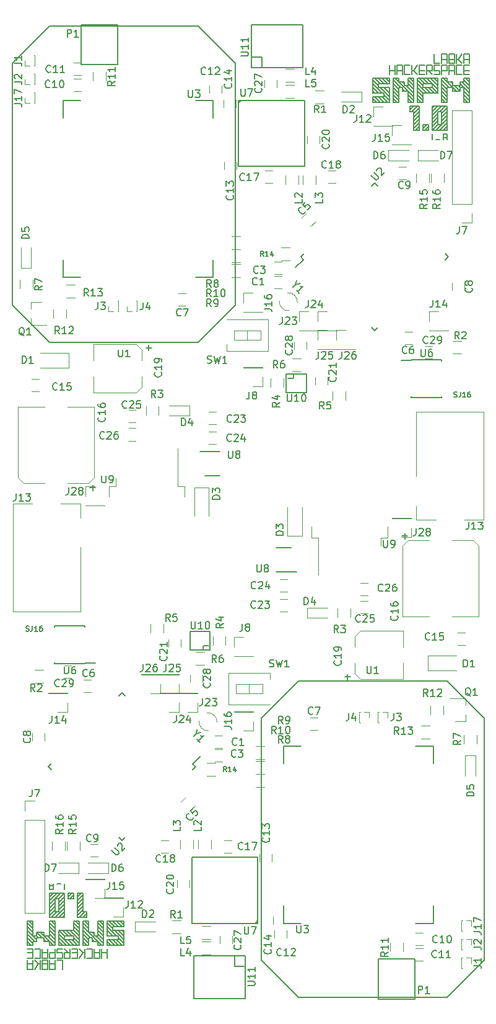
<source format=gbr>
G04 #@! TF.FileFunction,Legend,Top*
%FSLAX46Y46*%
G04 Gerber Fmt 4.6, Leading zero omitted, Abs format (unit mm)*
G04 Created by KiCad (PCBNEW 4.0.7-e2-6376~58~ubuntu16.04.1) date Mon Sep 25 15:39:33 2017*
%MOMM*%
%LPD*%
G01*
G04 APERTURE LIST*
%ADD10C,0.100000*%
%ADD11C,0.120000*%
%ADD12C,0.150000*%
G04 APERTURE END LIST*
D10*
D11*
X119440000Y-109414000D02*
X116780000Y-109414000D01*
X119440000Y-109474000D02*
X119440000Y-109414000D01*
X116780000Y-109474000D02*
X116780000Y-109414000D01*
X119440000Y-109474000D02*
X116780000Y-109474000D01*
X119440000Y-110744000D02*
X119440000Y-112074000D01*
X119440000Y-112074000D02*
X118110000Y-112074000D01*
X85150000Y-130750000D02*
X82490000Y-130750000D01*
X85150000Y-130810000D02*
X85150000Y-130750000D01*
X82490000Y-130810000D02*
X82490000Y-130750000D01*
X85150000Y-130810000D02*
X82490000Y-130810000D01*
X85150000Y-132080000D02*
X85150000Y-133410000D01*
X85150000Y-133410000D02*
X83820000Y-133410000D01*
X87690000Y-130750000D02*
X85030000Y-130750000D01*
X87690000Y-130810000D02*
X87690000Y-130750000D01*
X85030000Y-130810000D02*
X85030000Y-130750000D01*
X87690000Y-130810000D02*
X85030000Y-130810000D01*
X87690000Y-132080000D02*
X87690000Y-133410000D01*
X87690000Y-133410000D02*
X86360000Y-133410000D01*
X87690000Y-133290000D02*
X85030000Y-133290000D01*
X87690000Y-133350000D02*
X87690000Y-133290000D01*
X85030000Y-133350000D02*
X85030000Y-133290000D01*
X87690000Y-133350000D02*
X85030000Y-133350000D01*
X87690000Y-134620000D02*
X87690000Y-135950000D01*
X87690000Y-135950000D02*
X86360000Y-135950000D01*
X90230000Y-133290000D02*
X87570000Y-133290000D01*
X90230000Y-133350000D02*
X90230000Y-133290000D01*
X87570000Y-133350000D02*
X87570000Y-133290000D01*
X90230000Y-133350000D02*
X87570000Y-133350000D01*
X90230000Y-134620000D02*
X90230000Y-135950000D01*
X90230000Y-135950000D02*
X88900000Y-135950000D01*
D12*
X89959272Y-143383000D02*
X89588041Y-143011769D01*
X79883000Y-153459272D02*
X79458736Y-153035008D01*
X69806728Y-143383000D02*
X70230992Y-143807264D01*
X79883000Y-133306728D02*
X80307264Y-133730992D01*
X89959272Y-143383000D02*
X89535008Y-143807264D01*
X79883000Y-133306728D02*
X79458736Y-133730992D01*
X69806728Y-143383000D02*
X70230992Y-142958736D01*
X79883000Y-153459272D02*
X80307264Y-153035008D01*
X89588041Y-143011769D02*
X90666378Y-141933431D01*
X103045000Y-113490000D02*
X100995000Y-113490000D01*
X103750000Y-116790000D02*
X100995000Y-116790000D01*
D11*
X72127000Y-153578000D02*
X72127000Y-154778000D01*
X70367000Y-154778000D02*
X70367000Y-153578000D01*
X74159000Y-153578000D02*
X74159000Y-154778000D01*
X72399000Y-154778000D02*
X72399000Y-153578000D01*
X73936000Y-157926000D02*
X73936000Y-156526000D01*
X73936000Y-156526000D02*
X71136000Y-156526000D01*
X73936000Y-157926000D02*
X71136000Y-157926000D01*
X78000000Y-157926000D02*
X78000000Y-156526000D01*
X78000000Y-156526000D02*
X75200000Y-156526000D01*
X78000000Y-157926000D02*
X75200000Y-157926000D01*
D12*
X70739000Y-162433000D02*
X69977000Y-163195000D01*
X70739000Y-162941000D02*
X69977000Y-163703000D01*
X70993000Y-163195000D02*
X70231000Y-163957000D01*
X72009000Y-163703000D02*
X71755000Y-163957000D01*
X72009000Y-163195000D02*
X71247000Y-163957000D01*
X72009000Y-162687000D02*
X71247000Y-163449000D01*
X71247000Y-163449000D02*
X70739000Y-163957000D01*
X72009000Y-162179000D02*
X71247000Y-162941000D01*
X72009000Y-161671000D02*
X71247000Y-162433000D01*
X72009000Y-161163000D02*
X71247000Y-161925000D01*
X70739000Y-161925000D02*
X69977000Y-162687000D01*
X72009000Y-160655000D02*
X71247000Y-161417000D01*
X71501000Y-160655000D02*
X70739000Y-161417000D01*
X70739000Y-161417000D02*
X69977000Y-162179000D01*
X70993000Y-160655000D02*
X69977000Y-161671000D01*
X70485000Y-160655000D02*
X69977000Y-161163000D01*
X73025000Y-160655000D02*
X72517000Y-161163000D01*
X73279000Y-160909000D02*
X72771000Y-161417000D01*
X74295000Y-160655000D02*
X73787000Y-161163000D01*
X74549000Y-160909000D02*
X73787000Y-161671000D01*
X74549000Y-161417000D02*
X73787000Y-162179000D01*
X74549000Y-161925000D02*
X73787000Y-162687000D01*
X74549000Y-162433000D02*
X73787000Y-163195000D01*
X74549000Y-162941000D02*
X73787000Y-163703000D01*
X74803000Y-163195000D02*
X74041000Y-163957000D01*
X75057000Y-163449000D02*
X74549000Y-163957000D01*
X67691000Y-164973000D02*
X67183000Y-164465000D01*
X67691000Y-165481000D02*
X66929000Y-164719000D01*
X67691000Y-165989000D02*
X66929000Y-165227000D01*
X67437000Y-167767000D02*
X66929000Y-167259000D01*
X67691000Y-167513000D02*
X66929000Y-166751000D01*
X67945000Y-167259000D02*
X66929000Y-166243000D01*
X68199000Y-167005000D02*
X67691000Y-166497000D01*
X67691000Y-166497000D02*
X66929000Y-165735000D01*
X68453000Y-166751000D02*
X68199000Y-166497000D01*
X68961000Y-166751000D02*
X68199000Y-165989000D01*
X69215000Y-166497000D02*
X68707000Y-165989000D01*
X69469000Y-167259000D02*
X69215000Y-167005000D01*
X70485000Y-167767000D02*
X69215000Y-166497000D01*
X70739000Y-167513000D02*
X69723000Y-166497000D01*
X70739000Y-167005000D02*
X69977000Y-166243000D01*
X70739000Y-166497000D02*
X69977000Y-165735000D01*
X70739000Y-165989000D02*
X69977000Y-165227000D01*
X70739000Y-165481000D02*
X69977000Y-164719000D01*
X70739000Y-164973000D02*
X70231000Y-164465000D01*
X71755000Y-167767000D02*
X71247000Y-167259000D01*
X72263000Y-167767000D02*
X71247000Y-166751000D01*
X72009000Y-167005000D02*
X71247000Y-166243000D01*
X72771000Y-167767000D02*
X72009000Y-167005000D01*
X72517000Y-167005000D02*
X73279000Y-167767000D01*
X71247000Y-165735000D02*
X72009000Y-166497000D01*
X72517000Y-166497000D02*
X71755000Y-165735000D01*
X73787000Y-167767000D02*
X73025000Y-167005000D01*
X73025000Y-166497000D02*
X72263000Y-165735000D01*
X74041000Y-167513000D02*
X73279000Y-166751000D01*
X74041000Y-167005000D02*
X72771000Y-165735000D01*
X74041000Y-166497000D02*
X73279000Y-165735000D01*
X74041000Y-165989000D02*
X73279000Y-165227000D01*
X74041000Y-165481000D02*
X73279000Y-164719000D01*
X74041000Y-164973000D02*
X73533000Y-164465000D01*
X75311000Y-164973000D02*
X74803000Y-164465000D01*
X75311000Y-165481000D02*
X74549000Y-164719000D01*
X76073000Y-166243000D02*
X75819000Y-165989000D01*
X75057000Y-167767000D02*
X74549000Y-167259000D01*
X75311000Y-167513000D02*
X74549000Y-166751000D01*
X75311000Y-167005000D02*
X74549000Y-166243000D01*
X75565000Y-166751000D02*
X74549000Y-165735000D01*
X76073000Y-167259000D02*
X75819000Y-167005000D01*
X75311000Y-165989000D02*
X74549000Y-165227000D01*
X77089000Y-167767000D02*
X75311000Y-165989000D01*
X77343000Y-167513000D02*
X76327000Y-166497000D01*
X77343000Y-167005000D02*
X76581000Y-166243000D01*
X77343000Y-166497000D02*
X76581000Y-165735000D01*
X77343000Y-165989000D02*
X76581000Y-165227000D01*
X77343000Y-165481000D02*
X76581000Y-164719000D01*
X77343000Y-164973000D02*
X76835000Y-164465000D01*
X78359000Y-167767000D02*
X77851000Y-167259000D01*
X78867000Y-167767000D02*
X78105000Y-167005000D01*
X79375000Y-167767000D02*
X78613000Y-167005000D01*
X79883000Y-167767000D02*
X79121000Y-167005000D01*
X79375000Y-166751000D02*
X80137000Y-167513000D01*
X80137000Y-165989000D02*
X79883000Y-165735000D01*
X80137000Y-166497000D02*
X79375000Y-165735000D01*
X78867000Y-165735000D02*
X80137000Y-167005000D01*
X78613000Y-166497000D02*
X77851000Y-165735000D01*
X79121000Y-166497000D02*
X77851000Y-165227000D01*
X78613000Y-165481000D02*
X77851000Y-164719000D01*
X78867000Y-165227000D02*
X78105000Y-164465000D01*
X79375000Y-165227000D02*
X78613000Y-164465000D01*
X79883000Y-165227000D02*
X79121000Y-164465000D01*
X80137000Y-164973000D02*
X79629000Y-164465000D01*
X70485000Y-159639000D02*
X69977000Y-159639000D01*
X70485000Y-159385000D02*
X70485000Y-160147000D01*
X70485000Y-160147000D02*
X69977000Y-160147000D01*
X69977000Y-160147000D02*
X69977000Y-159385000D01*
X71501000Y-159385000D02*
X70993000Y-159385000D01*
X72009000Y-159385000D02*
X72009000Y-160147000D01*
X68453000Y-166751000D02*
X68199000Y-166751000D01*
X68453000Y-165989000D02*
X68199000Y-165989000D01*
X69469000Y-166497000D02*
X69215000Y-166497000D01*
X69469000Y-167259000D02*
X69215000Y-167259000D01*
X72009000Y-163957000D02*
X69977000Y-163957000D01*
X69977000Y-163957000D02*
X69977000Y-160655000D01*
X69977000Y-160655000D02*
X72009000Y-160655000D01*
X71247000Y-163195000D02*
X71247000Y-161417000D01*
X71247000Y-161417000D02*
X70739000Y-161417000D01*
X70739000Y-161417000D02*
X70739000Y-163195000D01*
X70739000Y-163195000D02*
X71247000Y-163195000D01*
X72009000Y-160655000D02*
X72009000Y-163957000D01*
X73279000Y-160655000D02*
X73279000Y-161417000D01*
X73279000Y-161417000D02*
X72517000Y-161417000D01*
X72517000Y-161417000D02*
X72517000Y-160655000D01*
X72517000Y-160655000D02*
X73279000Y-160655000D01*
X73787000Y-163957000D02*
X73787000Y-160655000D01*
X73787000Y-160655000D02*
X74549000Y-160655000D01*
X74549000Y-160655000D02*
X74549000Y-163195000D01*
X74549000Y-163195000D02*
X75057000Y-163195000D01*
X75057000Y-163195000D02*
X75057000Y-163957000D01*
X75057000Y-163957000D02*
X74549000Y-163957000D01*
X74549000Y-163957000D02*
X73787000Y-163957000D01*
X69977000Y-167259000D02*
X69469000Y-167259000D01*
X69215000Y-167259000D02*
X69215000Y-166751000D01*
X69215000Y-166751000D02*
X68961000Y-166751000D01*
X69977000Y-166497000D02*
X69469000Y-166497000D01*
X69215000Y-166497000D02*
X69215000Y-165989000D01*
X69215000Y-165989000D02*
X68961000Y-165989000D01*
X70739000Y-167767000D02*
X69977000Y-167767000D01*
X69977000Y-167767000D02*
X69977000Y-167259000D01*
X68961000Y-166751000D02*
X68453000Y-166751000D01*
X68199000Y-166751000D02*
X68199000Y-167259000D01*
X68199000Y-167259000D02*
X67691000Y-167259000D01*
X67691000Y-167259000D02*
X67691000Y-167767000D01*
X67691000Y-167767000D02*
X66929000Y-167767000D01*
X66929000Y-167767000D02*
X66929000Y-164465000D01*
X66929000Y-164465000D02*
X67691000Y-164465000D01*
X67691000Y-164465000D02*
X67691000Y-166497000D01*
X67691000Y-166497000D02*
X68199000Y-166497000D01*
X68199000Y-166497000D02*
X68199000Y-165989000D01*
X68453000Y-165989000D02*
X68961000Y-165989000D01*
X69977000Y-166497000D02*
X69977000Y-164465000D01*
X69977000Y-164465000D02*
X70739000Y-164465000D01*
X70739000Y-167767000D02*
X70739000Y-164465000D01*
X73279000Y-167005000D02*
X73279000Y-166497000D01*
X73279000Y-166497000D02*
X72009000Y-166497000D01*
X72009000Y-166497000D02*
X72009000Y-167005000D01*
X72009000Y-167005000D02*
X73279000Y-167005000D01*
X74041000Y-164465000D02*
X74041000Y-167767000D01*
X74041000Y-167767000D02*
X71247000Y-167767000D01*
X71247000Y-167767000D02*
X71247000Y-165735000D01*
X71247000Y-165735000D02*
X73279000Y-165735000D01*
X73279000Y-165735000D02*
X73279000Y-164465000D01*
X73279000Y-164465000D02*
X74041000Y-164465000D01*
X76581000Y-166497000D02*
X76581000Y-164465000D01*
X76581000Y-164465000D02*
X76835000Y-164465000D01*
X77343000Y-164465000D02*
X77343000Y-167767000D01*
X77343000Y-167767000D02*
X76581000Y-167767000D01*
X76581000Y-167767000D02*
X76581000Y-167259000D01*
X76581000Y-167259000D02*
X75819000Y-167259000D01*
X75819000Y-167259000D02*
X75819000Y-166751000D01*
X75819000Y-166751000D02*
X75311000Y-166751000D01*
X75311000Y-166751000D02*
X75311000Y-167767000D01*
X75311000Y-167767000D02*
X74549000Y-167767000D01*
X74549000Y-167767000D02*
X74549000Y-164465000D01*
X74549000Y-164465000D02*
X75311000Y-164465000D01*
X75311000Y-164465000D02*
X75311000Y-165989000D01*
X75311000Y-165989000D02*
X76073000Y-165989000D01*
X76073000Y-165989000D02*
X76073000Y-166243000D01*
X76073000Y-166243000D02*
X76073000Y-166497000D01*
X76073000Y-166497000D02*
X76581000Y-166497000D01*
X76835000Y-164465000D02*
X77343000Y-164465000D01*
X77851000Y-167767000D02*
X77851000Y-167005000D01*
X77851000Y-167005000D02*
X79375000Y-167005000D01*
X79375000Y-167005000D02*
X79375000Y-166497000D01*
X79375000Y-166497000D02*
X77851000Y-166497000D01*
X77851000Y-166497000D02*
X77851000Y-164465000D01*
X77851000Y-164465000D02*
X80137000Y-164465000D01*
X80137000Y-164465000D02*
X80137000Y-165227000D01*
X80137000Y-165227000D02*
X78613000Y-165227000D01*
X78613000Y-165227000D02*
X78613000Y-165735000D01*
X78613000Y-165735000D02*
X80137000Y-165735000D01*
X80137000Y-165735000D02*
X80137000Y-167767000D01*
X80137000Y-167767000D02*
X77851000Y-167767000D01*
X67691000Y-168783000D02*
X66929000Y-168783000D01*
X66929000Y-169545000D02*
X67691000Y-169545000D01*
X67691000Y-169545000D02*
X67691000Y-168275000D01*
X67691000Y-168275000D02*
X66929000Y-168275000D01*
X67945000Y-168275000D02*
X68707000Y-168275000D01*
X68707000Y-168275000D02*
X68707000Y-169545000D01*
X68707000Y-169545000D02*
X67945000Y-169545000D01*
X69723000Y-168783000D02*
X68961000Y-168783000D01*
X69723000Y-168275000D02*
X69723000Y-169545000D01*
X69723000Y-169545000D02*
X68961000Y-169545000D01*
X68961000Y-169545000D02*
X68961000Y-168275000D01*
X70739000Y-168275000D02*
X70739000Y-169545000D01*
X70739000Y-169545000D02*
X69977000Y-169545000D01*
X69977000Y-169545000D02*
X69977000Y-168783000D01*
X69977000Y-168783000D02*
X70739000Y-168783000D01*
X70993000Y-169545000D02*
X71755000Y-169545000D01*
X71755000Y-169545000D02*
X71755000Y-168783000D01*
X71755000Y-168783000D02*
X70993000Y-168783000D01*
X70993000Y-168783000D02*
X70993000Y-168275000D01*
X70993000Y-168275000D02*
X71755000Y-168275000D01*
X72517000Y-168783000D02*
X72009000Y-168275000D01*
X72771000Y-169545000D02*
X72009000Y-169545000D01*
X72009000Y-169545000D02*
X72009000Y-168783000D01*
X72009000Y-168783000D02*
X72771000Y-168783000D01*
X72771000Y-169545000D02*
X72771000Y-168275000D01*
X73279000Y-168783000D02*
X73025000Y-168783000D01*
X73787000Y-168783000D02*
X73279000Y-168783000D01*
X73787000Y-169545000D02*
X73025000Y-169545000D01*
X73787000Y-169545000D02*
X73787000Y-168275000D01*
X73787000Y-168275000D02*
X73025000Y-168275000D01*
X74549000Y-168783000D02*
X74041000Y-168275000D01*
X74803000Y-168783000D02*
X74549000Y-168783000D01*
X74549000Y-168783000D02*
X74041000Y-169545000D01*
X74803000Y-169545000D02*
X74803000Y-168275000D01*
X75057000Y-169545000D02*
X75819000Y-169545000D01*
X75819000Y-169545000D02*
X75819000Y-168275000D01*
X75819000Y-168275000D02*
X75057000Y-168275000D01*
X76073000Y-168783000D02*
X76835000Y-168783000D01*
X76835000Y-168275000D02*
X76835000Y-169545000D01*
X76835000Y-169545000D02*
X76073000Y-169545000D01*
X76073000Y-169545000D02*
X76073000Y-168275000D01*
X77089000Y-169545000D02*
X77089000Y-168275000D01*
X77851000Y-168783000D02*
X77089000Y-168783000D01*
X77851000Y-169545000D02*
X77851000Y-168275000D01*
X66929000Y-170307000D02*
X67691000Y-170307000D01*
X67691000Y-169799000D02*
X67691000Y-171069000D01*
X67691000Y-171069000D02*
X66929000Y-171069000D01*
X66929000Y-171069000D02*
X66929000Y-169799000D01*
X68453000Y-170307000D02*
X67945000Y-169799000D01*
X68707000Y-170307000D02*
X68453000Y-170307000D01*
X68453000Y-170307000D02*
X67945000Y-171069000D01*
X68707000Y-171069000D02*
X68707000Y-169799000D01*
X69723000Y-170307000D02*
X68961000Y-170307000D01*
X69723000Y-171069000D02*
X69723000Y-169799000D01*
X69723000Y-169799000D02*
X68961000Y-169799000D01*
X68961000Y-169799000D02*
X68961000Y-170561000D01*
X68961000Y-170561000D02*
X68961000Y-171069000D01*
X68961000Y-171069000D02*
X69723000Y-171069000D01*
X69977000Y-170307000D02*
X70739000Y-170307000D01*
X70739000Y-169799000D02*
X70739000Y-171069000D01*
X70739000Y-171069000D02*
X69977000Y-171069000D01*
X69977000Y-171069000D02*
X69977000Y-169799000D01*
X71755000Y-171069000D02*
X71755000Y-169799000D01*
X71755000Y-169799000D02*
X70993000Y-169799000D01*
D11*
X71991600Y-131228200D02*
X72991600Y-131228200D01*
X72991600Y-129528200D02*
X71991600Y-129528200D01*
D12*
X90989000Y-127377000D02*
X90989000Y-126877000D01*
X91739000Y-126827000D02*
X91039000Y-126827000D01*
X91939000Y-124877000D02*
X89189000Y-124877000D01*
X89189000Y-124877000D02*
X89189000Y-127427000D01*
X89189000Y-127427000D02*
X91939000Y-127427000D01*
X91939000Y-127427000D02*
X91939000Y-124877000D01*
D11*
X126315000Y-164405000D02*
X126315000Y-165795000D01*
X126315000Y-164405000D02*
X126440000Y-164405000D01*
X126315000Y-165795000D02*
X126440000Y-165795000D01*
X126315000Y-164405000D02*
X126315000Y-164491724D01*
X126315000Y-165708276D02*
X126315000Y-165795000D01*
X127000000Y-164405000D02*
X127685000Y-164405000D01*
X127685000Y-164405000D02*
X127685000Y-165100000D01*
X90893000Y-131818000D02*
X90893000Y-130818000D01*
X89193000Y-130818000D02*
X89193000Y-131818000D01*
X91475000Y-142884000D02*
X92675000Y-142884000D01*
X92675000Y-144644000D02*
X91475000Y-144644000D01*
X93591000Y-141009000D02*
X92591000Y-141009000D01*
X92591000Y-142709000D02*
X93591000Y-142709000D01*
X93591000Y-139104000D02*
X92591000Y-139104000D01*
X92591000Y-140804000D02*
X93591000Y-140804000D01*
X97850000Y-135830000D02*
X95190000Y-135830000D01*
X97850000Y-135890000D02*
X97850000Y-135830000D01*
X95190000Y-135890000D02*
X95190000Y-135830000D01*
X97850000Y-135890000D02*
X95190000Y-135890000D01*
X97850000Y-137160000D02*
X97850000Y-138490000D01*
X97850000Y-138490000D02*
X96520000Y-138490000D01*
X77530000Y-158690000D02*
X74870000Y-158690000D01*
X77530000Y-158750000D02*
X77530000Y-158690000D01*
X74870000Y-158750000D02*
X74870000Y-158690000D01*
X77530000Y-158750000D02*
X74870000Y-158750000D01*
X77530000Y-160020000D02*
X77530000Y-161350000D01*
X77530000Y-161350000D02*
X76200000Y-161350000D01*
X72450000Y-133290000D02*
X69790000Y-133290000D01*
X72450000Y-133350000D02*
X72450000Y-133290000D01*
X69790000Y-133350000D02*
X69790000Y-133290000D01*
X72450000Y-133350000D02*
X69790000Y-133350000D01*
X72450000Y-134620000D02*
X72450000Y-135950000D01*
X72450000Y-135950000D02*
X71120000Y-135950000D01*
X80070000Y-161230000D02*
X77410000Y-161230000D01*
X80070000Y-161290000D02*
X80070000Y-161230000D01*
X77410000Y-161290000D02*
X77410000Y-161230000D01*
X80070000Y-161290000D02*
X77410000Y-161290000D01*
X80070000Y-162560000D02*
X80070000Y-163890000D01*
X80070000Y-163890000D02*
X78740000Y-163890000D01*
X95190000Y-128330000D02*
X97850000Y-128330000D01*
X95190000Y-128270000D02*
X95190000Y-128330000D01*
X97850000Y-128270000D02*
X97850000Y-128330000D01*
X95190000Y-128270000D02*
X97850000Y-128270000D01*
X95190000Y-127000000D02*
X95190000Y-125670000D01*
X95190000Y-125670000D02*
X96520000Y-125670000D01*
X123816000Y-135036000D02*
X123816000Y-136236000D01*
X122056000Y-136236000D02*
X122056000Y-135036000D01*
X99406000Y-144390000D02*
X98206000Y-144390000D01*
X98206000Y-142630000D02*
X99406000Y-142630000D01*
X99406000Y-142358000D02*
X98206000Y-142358000D01*
X98206000Y-140598000D02*
X99406000Y-140598000D01*
X99406000Y-146168000D02*
X98206000Y-146168000D01*
X98206000Y-144408000D02*
X99406000Y-144408000D01*
X102520000Y-111890000D02*
X104520000Y-111890000D01*
X104520000Y-111890000D02*
X104520000Y-107990000D01*
X102520000Y-111890000D02*
X102520000Y-107990000D01*
X89115000Y-159885000D02*
X89115000Y-158885000D01*
X87415000Y-158885000D02*
X87415000Y-159885000D01*
X100545000Y-164838000D02*
X100545000Y-163838000D01*
X98845000Y-163838000D02*
X98845000Y-164838000D01*
X102450000Y-166743000D02*
X102450000Y-165743000D01*
X100750000Y-165743000D02*
X100750000Y-166743000D01*
X76573000Y-153963000D02*
X75573000Y-153963000D01*
X75573000Y-155663000D02*
X76573000Y-155663000D01*
X67603000Y-138819000D02*
X67603000Y-139819000D01*
X69303000Y-139819000D02*
X69303000Y-138819000D01*
X75684000Y-131484000D02*
X74684000Y-131484000D01*
X74684000Y-133184000D02*
X75684000Y-133184000D01*
X88652513Y-147508406D02*
X87945406Y-148215513D01*
X89147487Y-149417594D02*
X89854594Y-148710487D01*
X126871000Y-137216000D02*
X126871000Y-136286000D01*
X126871000Y-134056000D02*
X126871000Y-134986000D01*
X126871000Y-134056000D02*
X124711000Y-134056000D01*
X126871000Y-137216000D02*
X125411000Y-137216000D01*
X122012000Y-139564000D02*
X120812000Y-139564000D01*
X120812000Y-137804000D02*
X122012000Y-137804000D01*
D12*
X122464000Y-162373000D02*
X122464000Y-164773000D01*
X122464000Y-164773000D02*
X120064000Y-164773000D01*
X104364000Y-164773000D02*
X101964000Y-164773000D01*
X101964000Y-164773000D02*
X101964000Y-162373000D01*
X104364000Y-140573000D02*
X101964000Y-140573000D01*
X101964000Y-140573000D02*
X101964000Y-142973000D01*
X122464000Y-142973000D02*
X122464000Y-140573000D01*
X122464000Y-140573000D02*
X120064000Y-140573000D01*
D11*
X128220000Y-141840000D02*
X126820000Y-141840000D01*
X126820000Y-141840000D02*
X126820000Y-144640000D01*
X128220000Y-141840000D02*
X128220000Y-144640000D01*
X118355000Y-167421000D02*
X118355000Y-168621000D01*
X116595000Y-168621000D02*
X116595000Y-167421000D01*
X126640000Y-140240000D02*
X126640000Y-139040000D01*
X128400000Y-139040000D02*
X128400000Y-140240000D01*
X105820000Y-110590000D02*
X105820000Y-112090000D01*
X105820000Y-112090000D02*
X106770000Y-112090000D01*
X106770000Y-112090000D02*
X106770000Y-117215000D01*
X116220000Y-110590000D02*
X116220000Y-112090000D01*
X116220000Y-112090000D02*
X115270000Y-112090000D01*
X115270000Y-112090000D02*
X115270000Y-113190000D01*
X90432983Y-137131634D02*
G75*
G03X91776551Y-138474449I1224266J-118615D01*
G01*
X91538634Y-136025983D02*
G75*
G02X92881449Y-137369551I118615J-1224266D01*
G01*
D12*
X96612000Y-170626000D02*
X95312000Y-170626000D01*
X95312000Y-170626000D02*
X95312000Y-169226000D01*
X89712000Y-169226000D02*
X89712000Y-175026000D01*
X89712000Y-175026000D02*
X96712000Y-175026000D01*
X96712000Y-175026000D02*
X96712000Y-169226000D01*
X96712000Y-169226000D02*
X89712000Y-169226000D01*
X98313000Y-164707000D02*
X98413000Y-164557000D01*
X98463000Y-164357000D02*
X98113000Y-164757000D01*
X89463000Y-164757000D02*
X89463000Y-155757000D01*
X89463000Y-155757000D02*
X98463000Y-155757000D01*
X98463000Y-155757000D02*
X98463000Y-164757000D01*
X98463000Y-164757000D02*
X89463000Y-164757000D01*
X74846000Y-129321000D02*
X74846000Y-129271000D01*
X70696000Y-129321000D02*
X70696000Y-129176000D01*
X70696000Y-124171000D02*
X70696000Y-124316000D01*
X74846000Y-124171000D02*
X74846000Y-124316000D01*
X74846000Y-129321000D02*
X70696000Y-129321000D01*
X74846000Y-124171000D02*
X70696000Y-124171000D01*
X74846000Y-129271000D02*
X76246000Y-129271000D01*
X124320300Y-174891700D02*
X104000300Y-174891700D01*
X98920300Y-136791700D02*
X98920300Y-169811700D01*
X124320300Y-131711700D02*
X104000300Y-131711700D01*
X129400300Y-169811700D02*
X129400300Y-136791700D01*
X124320300Y-131711700D02*
X129400300Y-136791700D01*
X104000300Y-131711700D02*
X98920300Y-136791700D01*
X104000300Y-174891700D02*
X98920300Y-169811700D01*
X129400300Y-169811700D02*
X124320300Y-174891700D01*
D11*
X100127000Y-134885000D02*
X94437000Y-134885000D01*
X94437000Y-134885000D02*
X94437000Y-130545000D01*
X94437000Y-130545000D02*
X100127000Y-130545000D01*
X100127000Y-130545000D02*
X100127000Y-131445000D01*
X99092000Y-133350000D02*
X99092000Y-132080000D01*
X99092000Y-132080000D02*
X95472000Y-132080000D01*
X95472000Y-132080000D02*
X95472000Y-133350000D01*
X95472000Y-133350000D02*
X99092000Y-133350000D01*
X97282000Y-133350000D02*
X97282000Y-132080000D01*
X91163700Y-129505600D02*
X89963700Y-129505600D01*
X89963700Y-127745600D02*
X91163700Y-127745600D01*
X83829000Y-125060000D02*
X83829000Y-123860000D01*
X85589000Y-123860000D02*
X85589000Y-125060000D01*
X92312600Y-126799900D02*
X92312600Y-125599900D01*
X94072600Y-125599900D02*
X94072600Y-126799900D01*
X109390000Y-122990000D02*
X109390000Y-121790000D01*
X111150000Y-121790000D02*
X111150000Y-122990000D01*
X69180000Y-131918600D02*
X67980000Y-131918600D01*
X67980000Y-130158600D02*
X69180000Y-130158600D01*
X86776000Y-164347000D02*
X87976000Y-164347000D01*
X87976000Y-166107000D02*
X86776000Y-166107000D01*
D12*
X114975000Y-175101000D02*
X114975000Y-169601000D01*
X114975000Y-169601000D02*
X119975000Y-169601000D01*
X119975000Y-169601000D02*
X119975000Y-175101000D01*
X119975000Y-175101000D02*
X114975000Y-175101000D01*
D11*
X92040000Y-166869000D02*
X90840000Y-166869000D01*
X90840000Y-165109000D02*
X92040000Y-165109000D01*
X92040000Y-169028000D02*
X90840000Y-169028000D01*
X90840000Y-167268000D02*
X92040000Y-167268000D01*
X89653000Y-153324000D02*
X89653000Y-154524000D01*
X87893000Y-154524000D02*
X87893000Y-153324000D01*
X92066000Y-153324000D02*
X92066000Y-154524000D01*
X90306000Y-154524000D02*
X90306000Y-153324000D01*
X120120000Y-103780000D02*
X120120000Y-94980000D01*
X120120000Y-94980000D02*
X129320000Y-94980000D01*
X122820000Y-109680000D02*
X120120000Y-109680000D01*
X120120000Y-109680000D02*
X120120000Y-107780000D01*
X129320000Y-94980000D02*
X129320000Y-109680000D01*
X129320000Y-109680000D02*
X126720000Y-109680000D01*
X66615000Y-163382000D02*
X69275000Y-163382000D01*
X66615000Y-150622000D02*
X66615000Y-163382000D01*
X69275000Y-150622000D02*
X69275000Y-163382000D01*
X66615000Y-150622000D02*
X69275000Y-150622000D01*
X66615000Y-149352000D02*
X66615000Y-148022000D01*
X66615000Y-148022000D02*
X67945000Y-148022000D01*
X112345000Y-135957000D02*
X112345000Y-137347000D01*
X112345000Y-135957000D02*
X112470000Y-135957000D01*
X112345000Y-137347000D02*
X112470000Y-137347000D01*
X112345000Y-135957000D02*
X112345000Y-136043724D01*
X112345000Y-137260276D02*
X112345000Y-137347000D01*
X113030000Y-135957000D02*
X113715000Y-135957000D01*
X113715000Y-135957000D02*
X113715000Y-136652000D01*
X114885000Y-135957000D02*
X114885000Y-137347000D01*
X114885000Y-135957000D02*
X115010000Y-135957000D01*
X114885000Y-137347000D02*
X115010000Y-137347000D01*
X114885000Y-135957000D02*
X114885000Y-136043724D01*
X114885000Y-137260276D02*
X114885000Y-137347000D01*
X115570000Y-135957000D02*
X116255000Y-135957000D01*
X116255000Y-135957000D02*
X116255000Y-136652000D01*
X126315000Y-166945000D02*
X126315000Y-168335000D01*
X126315000Y-166945000D02*
X126440000Y-166945000D01*
X126315000Y-168335000D02*
X126440000Y-168335000D01*
X126315000Y-166945000D02*
X126315000Y-167031724D01*
X126315000Y-168248276D02*
X126315000Y-168335000D01*
X127000000Y-166945000D02*
X127685000Y-166945000D01*
X127685000Y-166945000D02*
X127685000Y-167640000D01*
X126315000Y-169485000D02*
X126315000Y-170875000D01*
X126315000Y-169485000D02*
X126440000Y-169485000D01*
X126315000Y-170875000D02*
X126440000Y-170875000D01*
X126315000Y-169485000D02*
X126315000Y-169571724D01*
X126315000Y-170788276D02*
X126315000Y-170875000D01*
X127000000Y-169485000D02*
X127685000Y-169485000D01*
X127685000Y-169485000D02*
X127685000Y-170180000D01*
X105220000Y-121690000D02*
X105220000Y-123090000D01*
X105220000Y-123090000D02*
X108020000Y-123090000D01*
X105220000Y-121690000D02*
X108020000Y-121690000D01*
X81639000Y-164527000D02*
X81639000Y-165927000D01*
X81639000Y-165927000D02*
X84439000Y-165927000D01*
X81639000Y-164527000D02*
X84439000Y-164527000D01*
X121720000Y-128240000D02*
X121720000Y-130240000D01*
X121720000Y-130240000D02*
X125620000Y-130240000D01*
X121720000Y-128240000D02*
X125620000Y-128240000D01*
X93257000Y-166505000D02*
X93257000Y-167505000D01*
X94957000Y-167505000D02*
X94957000Y-166505000D01*
X112520000Y-119990000D02*
X113520000Y-119990000D01*
X113520000Y-118290000D02*
X112520000Y-118290000D01*
X112520000Y-122490000D02*
X113520000Y-122490000D01*
X113520000Y-120790000D02*
X112520000Y-120790000D01*
X102520000Y-117790000D02*
X101520000Y-117790000D01*
X101520000Y-119490000D02*
X102520000Y-119490000D01*
X102520000Y-120540000D02*
X101520000Y-120540000D01*
X101520000Y-122240000D02*
X102520000Y-122240000D01*
X87972000Y-126992000D02*
X87972000Y-125992000D01*
X86272000Y-125992000D02*
X86272000Y-126992000D01*
X111720000Y-130680000D02*
X111720000Y-129260000D01*
X118320000Y-131440000D02*
X118320000Y-129260000D01*
X118320000Y-124840000D02*
X118320000Y-127020000D01*
X111720000Y-125600000D02*
X111720000Y-127020000D01*
X118320000Y-131440000D02*
X112480000Y-131440000D01*
X112480000Y-131440000D02*
X111720000Y-130680000D01*
X111720000Y-125600000D02*
X112480000Y-124840000D01*
X112480000Y-124840000D02*
X118320000Y-124840000D01*
X85225000Y-155155000D02*
X86225000Y-155155000D01*
X86225000Y-153455000D02*
X85225000Y-153455000D01*
X94861000Y-153455000D02*
X93861000Y-153455000D01*
X93861000Y-155155000D02*
X94861000Y-155155000D01*
X125770000Y-126740000D02*
X126770000Y-126740000D01*
X126770000Y-125040000D02*
X125770000Y-125040000D01*
X98718000Y-155329000D02*
X98718000Y-156329000D01*
X100418000Y-156329000D02*
X100418000Y-155329000D01*
X120023000Y-169887000D02*
X121023000Y-169887000D01*
X121023000Y-168187000D02*
X120023000Y-168187000D01*
X120023000Y-167728000D02*
X121023000Y-167728000D01*
X121023000Y-166028000D02*
X120023000Y-166028000D01*
X105672000Y-138391000D02*
X106672000Y-138391000D01*
X106672000Y-136691000D02*
X105672000Y-136691000D01*
X127900000Y-112460000D02*
X125010000Y-112460000D01*
X119000000Y-112460000D02*
X121890000Y-112460000D01*
X118240000Y-122880000D02*
X121890000Y-122880000D01*
X128660000Y-122880000D02*
X125010000Y-122880000D01*
X118240000Y-122880000D02*
X118240000Y-113220000D01*
X118240000Y-113220000D02*
X119000000Y-112460000D01*
X127900000Y-112460000D02*
X128660000Y-113220000D01*
X128660000Y-113220000D02*
X128660000Y-122880000D01*
X66410000Y-104710000D02*
X69300000Y-104710000D01*
X75310000Y-104710000D02*
X72420000Y-104710000D01*
X76070000Y-94290000D02*
X72420000Y-94290000D01*
X65650000Y-94290000D02*
X69300000Y-94290000D01*
X76070000Y-94290000D02*
X76070000Y-103950000D01*
X76070000Y-103950000D02*
X75310000Y-104710000D01*
X66410000Y-104710000D02*
X65650000Y-103950000D01*
X65650000Y-103950000D02*
X65650000Y-94290000D01*
X88638000Y-78779000D02*
X87638000Y-78779000D01*
X87638000Y-80479000D02*
X88638000Y-80479000D01*
X74287000Y-49442000D02*
X73287000Y-49442000D01*
X73287000Y-51142000D02*
X74287000Y-51142000D01*
X74287000Y-47283000D02*
X73287000Y-47283000D01*
X73287000Y-48983000D02*
X74287000Y-48983000D01*
X95592000Y-61841000D02*
X95592000Y-60841000D01*
X93892000Y-60841000D02*
X93892000Y-61841000D01*
X68540000Y-90430000D02*
X67540000Y-90430000D01*
X67540000Y-92130000D02*
X68540000Y-92130000D01*
X99449000Y-63715000D02*
X100449000Y-63715000D01*
X100449000Y-62015000D02*
X99449000Y-62015000D01*
X109085000Y-62015000D02*
X108085000Y-62015000D01*
X108085000Y-63715000D02*
X109085000Y-63715000D01*
X82590000Y-86490000D02*
X82590000Y-87910000D01*
X75990000Y-85730000D02*
X75990000Y-87910000D01*
X75990000Y-92330000D02*
X75990000Y-90150000D01*
X82590000Y-91570000D02*
X82590000Y-90150000D01*
X75990000Y-85730000D02*
X81830000Y-85730000D01*
X81830000Y-85730000D02*
X82590000Y-86490000D01*
X82590000Y-91570000D02*
X81830000Y-92330000D01*
X81830000Y-92330000D02*
X75990000Y-92330000D01*
X106338000Y-90178000D02*
X106338000Y-91178000D01*
X108038000Y-91178000D02*
X108038000Y-90178000D01*
X91790000Y-96630000D02*
X92790000Y-96630000D01*
X92790000Y-94930000D02*
X91790000Y-94930000D01*
X91790000Y-99380000D02*
X92790000Y-99380000D01*
X92790000Y-97680000D02*
X91790000Y-97680000D01*
X81790000Y-94680000D02*
X80790000Y-94680000D01*
X80790000Y-96380000D02*
X81790000Y-96380000D01*
X81790000Y-97180000D02*
X80790000Y-97180000D01*
X80790000Y-98880000D02*
X81790000Y-98880000D01*
X101053000Y-50665000D02*
X101053000Y-49665000D01*
X99353000Y-49665000D02*
X99353000Y-50665000D01*
X72590000Y-88930000D02*
X72590000Y-86930000D01*
X72590000Y-86930000D02*
X68690000Y-86930000D01*
X72590000Y-88930000D02*
X68690000Y-88930000D01*
X112671000Y-52643000D02*
X112671000Y-51243000D01*
X112671000Y-51243000D02*
X109871000Y-51243000D01*
X112671000Y-52643000D02*
X109871000Y-52643000D01*
X89090000Y-95480000D02*
X89090000Y-94080000D01*
X89090000Y-94080000D02*
X86290000Y-94080000D01*
X89090000Y-95480000D02*
X86290000Y-95480000D01*
X67995000Y-47685000D02*
X67995000Y-46295000D01*
X67995000Y-47685000D02*
X67870000Y-47685000D01*
X67995000Y-46295000D02*
X67870000Y-46295000D01*
X67995000Y-47685000D02*
X67995000Y-47598276D01*
X67995000Y-46381724D02*
X67995000Y-46295000D01*
X67310000Y-47685000D02*
X66625000Y-47685000D01*
X66625000Y-47685000D02*
X66625000Y-46990000D01*
X67995000Y-50225000D02*
X67995000Y-48835000D01*
X67995000Y-50225000D02*
X67870000Y-50225000D01*
X67995000Y-48835000D02*
X67870000Y-48835000D01*
X67995000Y-50225000D02*
X67995000Y-50138276D01*
X67995000Y-48921724D02*
X67995000Y-48835000D01*
X67310000Y-50225000D02*
X66625000Y-50225000D01*
X66625000Y-50225000D02*
X66625000Y-49530000D01*
X79425000Y-81213000D02*
X79425000Y-79823000D01*
X79425000Y-81213000D02*
X79300000Y-81213000D01*
X79425000Y-79823000D02*
X79300000Y-79823000D01*
X79425000Y-81213000D02*
X79425000Y-81126276D01*
X79425000Y-79909724D02*
X79425000Y-79823000D01*
X78740000Y-81213000D02*
X78055000Y-81213000D01*
X78055000Y-81213000D02*
X78055000Y-80518000D01*
X81965000Y-81213000D02*
X81965000Y-79823000D01*
X81965000Y-81213000D02*
X81840000Y-81213000D01*
X81965000Y-79823000D02*
X81840000Y-79823000D01*
X81965000Y-81213000D02*
X81965000Y-81126276D01*
X81965000Y-79909724D02*
X81965000Y-79823000D01*
X81280000Y-81213000D02*
X80595000Y-81213000D01*
X80595000Y-81213000D02*
X80595000Y-80518000D01*
X127695000Y-53788000D02*
X125035000Y-53788000D01*
X127695000Y-66548000D02*
X127695000Y-53788000D01*
X125035000Y-66548000D02*
X125035000Y-53788000D01*
X127695000Y-66548000D02*
X125035000Y-66548000D01*
X127695000Y-67818000D02*
X127695000Y-69148000D01*
X127695000Y-69148000D02*
X126365000Y-69148000D01*
X74190000Y-113390000D02*
X74190000Y-122190000D01*
X74190000Y-122190000D02*
X64990000Y-122190000D01*
X71490000Y-107490000D02*
X74190000Y-107490000D01*
X74190000Y-107490000D02*
X74190000Y-109390000D01*
X64990000Y-122190000D02*
X64990000Y-107490000D01*
X64990000Y-107490000D02*
X67590000Y-107490000D01*
X102244000Y-63846000D02*
X102244000Y-62646000D01*
X104004000Y-62646000D02*
X104004000Y-63846000D01*
X104657000Y-63846000D02*
X104657000Y-62646000D01*
X106417000Y-62646000D02*
X106417000Y-63846000D01*
X102270000Y-48142000D02*
X103470000Y-48142000D01*
X103470000Y-49902000D02*
X102270000Y-49902000D01*
X102270000Y-50301000D02*
X103470000Y-50301000D01*
X103470000Y-52061000D02*
X102270000Y-52061000D01*
D12*
X79335000Y-42069000D02*
X79335000Y-47569000D01*
X79335000Y-47569000D02*
X74335000Y-47569000D01*
X74335000Y-47569000D02*
X74335000Y-42069000D01*
X74335000Y-42069000D02*
X79335000Y-42069000D01*
D11*
X107534000Y-52823000D02*
X106334000Y-52823000D01*
X106334000Y-51063000D02*
X107534000Y-51063000D01*
X125130000Y-85251400D02*
X126330000Y-85251400D01*
X126330000Y-87011400D02*
X125130000Y-87011400D01*
X84920000Y-94180000D02*
X84920000Y-95380000D01*
X83160000Y-95380000D02*
X83160000Y-94180000D01*
X101997400Y-90370100D02*
X101997400Y-91570100D01*
X100237400Y-91570100D02*
X100237400Y-90370100D01*
X110481000Y-92110000D02*
X110481000Y-93310000D01*
X108721000Y-93310000D02*
X108721000Y-92110000D01*
X103146300Y-87664400D02*
X104346300Y-87664400D01*
X104346300Y-89424400D02*
X103146300Y-89424400D01*
X94183000Y-82285000D02*
X99873000Y-82285000D01*
X99873000Y-82285000D02*
X99873000Y-86625000D01*
X99873000Y-86625000D02*
X94183000Y-86625000D01*
X94183000Y-86625000D02*
X94183000Y-85725000D01*
X95218000Y-83820000D02*
X95218000Y-85090000D01*
X95218000Y-85090000D02*
X98838000Y-85090000D01*
X98838000Y-85090000D02*
X98838000Y-83820000D01*
X98838000Y-83820000D02*
X95218000Y-83820000D01*
X97028000Y-83820000D02*
X97028000Y-85090000D01*
D12*
X69989700Y-42278300D02*
X90309700Y-42278300D01*
X95389700Y-80378300D02*
X95389700Y-47358300D01*
X69989700Y-85458300D02*
X90309700Y-85458300D01*
X64909700Y-47358300D02*
X64909700Y-80378300D01*
X69989700Y-85458300D02*
X64909700Y-80378300D01*
X90309700Y-85458300D02*
X95389700Y-80378300D01*
X90309700Y-42278300D02*
X95389700Y-47358300D01*
X64909700Y-47358300D02*
X69989700Y-42278300D01*
X119464000Y-87849000D02*
X119464000Y-87899000D01*
X123614000Y-87849000D02*
X123614000Y-87994000D01*
X123614000Y-92999000D02*
X123614000Y-92854000D01*
X119464000Y-92999000D02*
X119464000Y-92854000D01*
X119464000Y-87849000D02*
X123614000Y-87849000D01*
X119464000Y-92999000D02*
X123614000Y-92999000D01*
X119464000Y-87899000D02*
X118064000Y-87899000D01*
X95997000Y-52463000D02*
X95897000Y-52613000D01*
X95847000Y-52813000D02*
X96197000Y-52413000D01*
X104847000Y-52413000D02*
X104847000Y-61413000D01*
X104847000Y-61413000D02*
X95847000Y-61413000D01*
X95847000Y-61413000D02*
X95847000Y-52413000D01*
X95847000Y-52413000D02*
X104847000Y-52413000D01*
X97698000Y-46544000D02*
X98998000Y-46544000D01*
X98998000Y-46544000D02*
X98998000Y-47944000D01*
X104598000Y-47944000D02*
X104598000Y-42144000D01*
X104598000Y-42144000D02*
X97598000Y-42144000D01*
X97598000Y-42144000D02*
X97598000Y-47944000D01*
X97598000Y-47944000D02*
X104598000Y-47944000D01*
D11*
X103877017Y-80038366D02*
G75*
G03X102533449Y-78695551I-1224266J118615D01*
G01*
X102771366Y-81144017D02*
G75*
G02X101428551Y-79800449I-118615J1224266D01*
G01*
X88490000Y-106580000D02*
X88490000Y-105080000D01*
X88490000Y-105080000D02*
X87540000Y-105080000D01*
X87540000Y-105080000D02*
X87540000Y-99955000D01*
X78090000Y-106580000D02*
X78090000Y-105080000D01*
X78090000Y-105080000D02*
X79040000Y-105080000D01*
X79040000Y-105080000D02*
X79040000Y-103980000D01*
X67670000Y-76930000D02*
X67670000Y-78130000D01*
X65910000Y-78130000D02*
X65910000Y-76930000D01*
X75955000Y-49749000D02*
X75955000Y-48549000D01*
X77715000Y-48549000D02*
X77715000Y-49749000D01*
X66090000Y-75330000D02*
X67490000Y-75330000D01*
X67490000Y-75330000D02*
X67490000Y-72530000D01*
X66090000Y-75330000D02*
X66090000Y-72530000D01*
D12*
X71846000Y-54797000D02*
X71846000Y-52397000D01*
X71846000Y-52397000D02*
X74246000Y-52397000D01*
X89946000Y-52397000D02*
X92346000Y-52397000D01*
X92346000Y-52397000D02*
X92346000Y-54797000D01*
X89946000Y-76597000D02*
X92346000Y-76597000D01*
X92346000Y-76597000D02*
X92346000Y-74197000D01*
X71846000Y-74197000D02*
X71846000Y-76597000D01*
X71846000Y-76597000D02*
X74246000Y-76597000D01*
D11*
X72298000Y-77606000D02*
X73498000Y-77606000D01*
X73498000Y-79366000D02*
X72298000Y-79366000D01*
X67439000Y-79954000D02*
X67439000Y-80884000D01*
X67439000Y-83114000D02*
X67439000Y-82184000D01*
X67439000Y-83114000D02*
X69599000Y-83114000D01*
X67439000Y-79954000D02*
X68899000Y-79954000D01*
X105657487Y-69661594D02*
X106364594Y-68954487D01*
X105162513Y-67752406D02*
X104455406Y-68459513D01*
X118626000Y-85686000D02*
X119626000Y-85686000D01*
X119626000Y-83986000D02*
X118626000Y-83986000D01*
X126707000Y-78351000D02*
X126707000Y-77351000D01*
X125007000Y-77351000D02*
X125007000Y-78351000D01*
X117737000Y-63207000D02*
X118737000Y-63207000D01*
X118737000Y-61507000D02*
X117737000Y-61507000D01*
X91860000Y-50427000D02*
X91860000Y-51427000D01*
X93560000Y-51427000D02*
X93560000Y-50427000D01*
X93765000Y-52332000D02*
X93765000Y-53332000D01*
X95465000Y-53332000D02*
X95465000Y-52332000D01*
X105195000Y-57285000D02*
X105195000Y-58285000D01*
X106895000Y-58285000D02*
X106895000Y-57285000D01*
X91790000Y-105280000D02*
X89790000Y-105280000D01*
X89790000Y-105280000D02*
X89790000Y-109180000D01*
X91790000Y-105280000D02*
X91790000Y-109180000D01*
X94904000Y-71002000D02*
X96104000Y-71002000D01*
X96104000Y-72762000D02*
X94904000Y-72762000D01*
X94904000Y-74812000D02*
X96104000Y-74812000D01*
X96104000Y-76572000D02*
X94904000Y-76572000D01*
X94904000Y-72780000D02*
X96104000Y-72780000D01*
X96104000Y-74540000D02*
X94904000Y-74540000D01*
X70494000Y-82134000D02*
X70494000Y-80934000D01*
X72254000Y-80934000D02*
X72254000Y-82134000D01*
X99120000Y-88840000D02*
X96460000Y-88840000D01*
X99120000Y-88900000D02*
X99120000Y-88840000D01*
X96460000Y-88900000D02*
X96460000Y-88840000D01*
X99120000Y-88900000D02*
X96460000Y-88900000D01*
X99120000Y-90170000D02*
X99120000Y-91500000D01*
X99120000Y-91500000D02*
X97790000Y-91500000D01*
X114240000Y-55940000D02*
X116900000Y-55940000D01*
X114240000Y-55880000D02*
X114240000Y-55940000D01*
X116900000Y-55880000D02*
X116900000Y-55940000D01*
X114240000Y-55880000D02*
X116900000Y-55880000D01*
X114240000Y-54610000D02*
X114240000Y-53280000D01*
X114240000Y-53280000D02*
X115570000Y-53280000D01*
X121860000Y-83880000D02*
X124520000Y-83880000D01*
X121860000Y-83820000D02*
X121860000Y-83880000D01*
X124520000Y-83820000D02*
X124520000Y-83880000D01*
X121860000Y-83820000D02*
X124520000Y-83820000D01*
X121860000Y-82550000D02*
X121860000Y-81220000D01*
X121860000Y-81220000D02*
X123190000Y-81220000D01*
X116780000Y-58480000D02*
X119440000Y-58480000D01*
X116780000Y-58420000D02*
X116780000Y-58480000D01*
X119440000Y-58420000D02*
X119440000Y-58480000D01*
X116780000Y-58420000D02*
X119440000Y-58420000D01*
X116780000Y-57150000D02*
X116780000Y-55820000D01*
X116780000Y-55820000D02*
X118110000Y-55820000D01*
X96460000Y-81340000D02*
X99120000Y-81340000D01*
X96460000Y-81280000D02*
X96460000Y-81340000D01*
X99120000Y-81280000D02*
X99120000Y-81340000D01*
X96460000Y-81280000D02*
X99120000Y-81280000D01*
X96460000Y-80010000D02*
X96460000Y-78680000D01*
X96460000Y-78680000D02*
X97790000Y-78680000D01*
X100719000Y-78066000D02*
X101719000Y-78066000D01*
X101719000Y-76366000D02*
X100719000Y-76366000D01*
X100719000Y-76161000D02*
X101719000Y-76161000D01*
X101719000Y-74461000D02*
X100719000Y-74461000D01*
X102835000Y-74286000D02*
X101635000Y-74286000D01*
X101635000Y-72526000D02*
X102835000Y-72526000D01*
X103417000Y-85352000D02*
X103417000Y-86352000D01*
X105117000Y-86352000D02*
X105117000Y-85352000D01*
X67995000Y-52765000D02*
X67995000Y-51375000D01*
X67995000Y-52765000D02*
X67870000Y-52765000D01*
X67995000Y-51375000D02*
X67870000Y-51375000D01*
X67995000Y-52765000D02*
X67995000Y-52678276D01*
X67995000Y-51461724D02*
X67995000Y-51375000D01*
X67310000Y-52765000D02*
X66625000Y-52765000D01*
X66625000Y-52765000D02*
X66625000Y-52070000D01*
D12*
X103321000Y-89793000D02*
X103321000Y-90293000D01*
X102571000Y-90343000D02*
X103271000Y-90343000D01*
X102371000Y-92293000D02*
X105121000Y-92293000D01*
X105121000Y-92293000D02*
X105121000Y-89743000D01*
X105121000Y-89743000D02*
X102371000Y-89743000D01*
X102371000Y-89743000D02*
X102371000Y-92293000D01*
D11*
X122318400Y-85941800D02*
X121318400Y-85941800D01*
X121318400Y-87641800D02*
X122318400Y-87641800D01*
D12*
X123571000Y-54737000D02*
X124333000Y-53975000D01*
X123571000Y-54229000D02*
X124333000Y-53467000D01*
X123317000Y-53975000D02*
X124079000Y-53213000D01*
X122301000Y-53467000D02*
X122555000Y-53213000D01*
X122301000Y-53975000D02*
X123063000Y-53213000D01*
X122301000Y-54483000D02*
X123063000Y-53721000D01*
X123063000Y-53721000D02*
X123571000Y-53213000D01*
X122301000Y-54991000D02*
X123063000Y-54229000D01*
X122301000Y-55499000D02*
X123063000Y-54737000D01*
X122301000Y-56007000D02*
X123063000Y-55245000D01*
X123571000Y-55245000D02*
X124333000Y-54483000D01*
X122301000Y-56515000D02*
X123063000Y-55753000D01*
X122809000Y-56515000D02*
X123571000Y-55753000D01*
X123571000Y-55753000D02*
X124333000Y-54991000D01*
X123317000Y-56515000D02*
X124333000Y-55499000D01*
X123825000Y-56515000D02*
X124333000Y-56007000D01*
X121285000Y-56515000D02*
X121793000Y-56007000D01*
X121031000Y-56261000D02*
X121539000Y-55753000D01*
X120015000Y-56515000D02*
X120523000Y-56007000D01*
X119761000Y-56261000D02*
X120523000Y-55499000D01*
X119761000Y-55753000D02*
X120523000Y-54991000D01*
X119761000Y-55245000D02*
X120523000Y-54483000D01*
X119761000Y-54737000D02*
X120523000Y-53975000D01*
X119761000Y-54229000D02*
X120523000Y-53467000D01*
X119507000Y-53975000D02*
X120269000Y-53213000D01*
X119253000Y-53721000D02*
X119761000Y-53213000D01*
X126619000Y-52197000D02*
X127127000Y-52705000D01*
X126619000Y-51689000D02*
X127381000Y-52451000D01*
X126619000Y-51181000D02*
X127381000Y-51943000D01*
X126873000Y-49403000D02*
X127381000Y-49911000D01*
X126619000Y-49657000D02*
X127381000Y-50419000D01*
X126365000Y-49911000D02*
X127381000Y-50927000D01*
X126111000Y-50165000D02*
X126619000Y-50673000D01*
X126619000Y-50673000D02*
X127381000Y-51435000D01*
X125857000Y-50419000D02*
X126111000Y-50673000D01*
X125349000Y-50419000D02*
X126111000Y-51181000D01*
X125095000Y-50673000D02*
X125603000Y-51181000D01*
X124841000Y-49911000D02*
X125095000Y-50165000D01*
X123825000Y-49403000D02*
X125095000Y-50673000D01*
X123571000Y-49657000D02*
X124587000Y-50673000D01*
X123571000Y-50165000D02*
X124333000Y-50927000D01*
X123571000Y-50673000D02*
X124333000Y-51435000D01*
X123571000Y-51181000D02*
X124333000Y-51943000D01*
X123571000Y-51689000D02*
X124333000Y-52451000D01*
X123571000Y-52197000D02*
X124079000Y-52705000D01*
X122555000Y-49403000D02*
X123063000Y-49911000D01*
X122047000Y-49403000D02*
X123063000Y-50419000D01*
X122301000Y-50165000D02*
X123063000Y-50927000D01*
X121539000Y-49403000D02*
X122301000Y-50165000D01*
X121793000Y-50165000D02*
X121031000Y-49403000D01*
X123063000Y-51435000D02*
X122301000Y-50673000D01*
X121793000Y-50673000D02*
X122555000Y-51435000D01*
X120523000Y-49403000D02*
X121285000Y-50165000D01*
X121285000Y-50673000D02*
X122047000Y-51435000D01*
X120269000Y-49657000D02*
X121031000Y-50419000D01*
X120269000Y-50165000D02*
X121539000Y-51435000D01*
X120269000Y-50673000D02*
X121031000Y-51435000D01*
X120269000Y-51181000D02*
X121031000Y-51943000D01*
X120269000Y-51689000D02*
X121031000Y-52451000D01*
X120269000Y-52197000D02*
X120777000Y-52705000D01*
X118999000Y-52197000D02*
X119507000Y-52705000D01*
X118999000Y-51689000D02*
X119761000Y-52451000D01*
X118237000Y-50927000D02*
X118491000Y-51181000D01*
X119253000Y-49403000D02*
X119761000Y-49911000D01*
X118999000Y-49657000D02*
X119761000Y-50419000D01*
X118999000Y-50165000D02*
X119761000Y-50927000D01*
X118745000Y-50419000D02*
X119761000Y-51435000D01*
X118237000Y-49911000D02*
X118491000Y-50165000D01*
X118999000Y-51181000D02*
X119761000Y-51943000D01*
X117221000Y-49403000D02*
X118999000Y-51181000D01*
X116967000Y-49657000D02*
X117983000Y-50673000D01*
X116967000Y-50165000D02*
X117729000Y-50927000D01*
X116967000Y-50673000D02*
X117729000Y-51435000D01*
X116967000Y-51181000D02*
X117729000Y-51943000D01*
X116967000Y-51689000D02*
X117729000Y-52451000D01*
X116967000Y-52197000D02*
X117475000Y-52705000D01*
X115951000Y-49403000D02*
X116459000Y-49911000D01*
X115443000Y-49403000D02*
X116205000Y-50165000D01*
X114935000Y-49403000D02*
X115697000Y-50165000D01*
X114427000Y-49403000D02*
X115189000Y-50165000D01*
X114935000Y-50419000D02*
X114173000Y-49657000D01*
X114173000Y-51181000D02*
X114427000Y-51435000D01*
X114173000Y-50673000D02*
X114935000Y-51435000D01*
X115443000Y-51435000D02*
X114173000Y-50165000D01*
X115697000Y-50673000D02*
X116459000Y-51435000D01*
X115189000Y-50673000D02*
X116459000Y-51943000D01*
X115697000Y-51689000D02*
X116459000Y-52451000D01*
X115443000Y-51943000D02*
X116205000Y-52705000D01*
X114935000Y-51943000D02*
X115697000Y-52705000D01*
X114427000Y-51943000D02*
X115189000Y-52705000D01*
X114173000Y-52197000D02*
X114681000Y-52705000D01*
X123825000Y-57531000D02*
X124333000Y-57531000D01*
X123825000Y-57785000D02*
X123825000Y-57023000D01*
X123825000Y-57023000D02*
X124333000Y-57023000D01*
X124333000Y-57023000D02*
X124333000Y-57785000D01*
X122809000Y-57785000D02*
X123317000Y-57785000D01*
X122301000Y-57785000D02*
X122301000Y-57023000D01*
X125857000Y-50419000D02*
X126111000Y-50419000D01*
X125857000Y-51181000D02*
X126111000Y-51181000D01*
X124841000Y-50673000D02*
X125095000Y-50673000D01*
X124841000Y-49911000D02*
X125095000Y-49911000D01*
X122301000Y-53213000D02*
X124333000Y-53213000D01*
X124333000Y-53213000D02*
X124333000Y-56515000D01*
X124333000Y-56515000D02*
X122301000Y-56515000D01*
X123063000Y-53975000D02*
X123063000Y-55753000D01*
X123063000Y-55753000D02*
X123571000Y-55753000D01*
X123571000Y-55753000D02*
X123571000Y-53975000D01*
X123571000Y-53975000D02*
X123063000Y-53975000D01*
X122301000Y-56515000D02*
X122301000Y-53213000D01*
X121031000Y-56515000D02*
X121031000Y-55753000D01*
X121031000Y-55753000D02*
X121793000Y-55753000D01*
X121793000Y-55753000D02*
X121793000Y-56515000D01*
X121793000Y-56515000D02*
X121031000Y-56515000D01*
X120523000Y-53213000D02*
X120523000Y-56515000D01*
X120523000Y-56515000D02*
X119761000Y-56515000D01*
X119761000Y-56515000D02*
X119761000Y-53975000D01*
X119761000Y-53975000D02*
X119253000Y-53975000D01*
X119253000Y-53975000D02*
X119253000Y-53213000D01*
X119253000Y-53213000D02*
X119761000Y-53213000D01*
X119761000Y-53213000D02*
X120523000Y-53213000D01*
X124333000Y-49911000D02*
X124841000Y-49911000D01*
X125095000Y-49911000D02*
X125095000Y-50419000D01*
X125095000Y-50419000D02*
X125349000Y-50419000D01*
X124333000Y-50673000D02*
X124841000Y-50673000D01*
X125095000Y-50673000D02*
X125095000Y-51181000D01*
X125095000Y-51181000D02*
X125349000Y-51181000D01*
X123571000Y-49403000D02*
X124333000Y-49403000D01*
X124333000Y-49403000D02*
X124333000Y-49911000D01*
X125349000Y-50419000D02*
X125857000Y-50419000D01*
X126111000Y-50419000D02*
X126111000Y-49911000D01*
X126111000Y-49911000D02*
X126619000Y-49911000D01*
X126619000Y-49911000D02*
X126619000Y-49403000D01*
X126619000Y-49403000D02*
X127381000Y-49403000D01*
X127381000Y-49403000D02*
X127381000Y-52705000D01*
X127381000Y-52705000D02*
X126619000Y-52705000D01*
X126619000Y-52705000D02*
X126619000Y-50673000D01*
X126619000Y-50673000D02*
X126111000Y-50673000D01*
X126111000Y-50673000D02*
X126111000Y-51181000D01*
X125857000Y-51181000D02*
X125349000Y-51181000D01*
X124333000Y-50673000D02*
X124333000Y-52705000D01*
X124333000Y-52705000D02*
X123571000Y-52705000D01*
X123571000Y-49403000D02*
X123571000Y-52705000D01*
X121031000Y-50165000D02*
X121031000Y-50673000D01*
X121031000Y-50673000D02*
X122301000Y-50673000D01*
X122301000Y-50673000D02*
X122301000Y-50165000D01*
X122301000Y-50165000D02*
X121031000Y-50165000D01*
X120269000Y-52705000D02*
X120269000Y-49403000D01*
X120269000Y-49403000D02*
X123063000Y-49403000D01*
X123063000Y-49403000D02*
X123063000Y-51435000D01*
X123063000Y-51435000D02*
X121031000Y-51435000D01*
X121031000Y-51435000D02*
X121031000Y-52705000D01*
X121031000Y-52705000D02*
X120269000Y-52705000D01*
X117729000Y-50673000D02*
X117729000Y-52705000D01*
X117729000Y-52705000D02*
X117475000Y-52705000D01*
X116967000Y-52705000D02*
X116967000Y-49403000D01*
X116967000Y-49403000D02*
X117729000Y-49403000D01*
X117729000Y-49403000D02*
X117729000Y-49911000D01*
X117729000Y-49911000D02*
X118491000Y-49911000D01*
X118491000Y-49911000D02*
X118491000Y-50419000D01*
X118491000Y-50419000D02*
X118999000Y-50419000D01*
X118999000Y-50419000D02*
X118999000Y-49403000D01*
X118999000Y-49403000D02*
X119761000Y-49403000D01*
X119761000Y-49403000D02*
X119761000Y-52705000D01*
X119761000Y-52705000D02*
X118999000Y-52705000D01*
X118999000Y-52705000D02*
X118999000Y-51181000D01*
X118999000Y-51181000D02*
X118237000Y-51181000D01*
X118237000Y-51181000D02*
X118237000Y-50927000D01*
X118237000Y-50927000D02*
X118237000Y-50673000D01*
X118237000Y-50673000D02*
X117729000Y-50673000D01*
X117475000Y-52705000D02*
X116967000Y-52705000D01*
X116459000Y-49403000D02*
X116459000Y-50165000D01*
X116459000Y-50165000D02*
X114935000Y-50165000D01*
X114935000Y-50165000D02*
X114935000Y-50673000D01*
X114935000Y-50673000D02*
X116459000Y-50673000D01*
X116459000Y-50673000D02*
X116459000Y-52705000D01*
X116459000Y-52705000D02*
X114173000Y-52705000D01*
X114173000Y-52705000D02*
X114173000Y-51943000D01*
X114173000Y-51943000D02*
X115697000Y-51943000D01*
X115697000Y-51943000D02*
X115697000Y-51435000D01*
X115697000Y-51435000D02*
X114173000Y-51435000D01*
X114173000Y-51435000D02*
X114173000Y-49403000D01*
X114173000Y-49403000D02*
X116459000Y-49403000D01*
X126619000Y-48387000D02*
X127381000Y-48387000D01*
X127381000Y-47625000D02*
X126619000Y-47625000D01*
X126619000Y-47625000D02*
X126619000Y-48895000D01*
X126619000Y-48895000D02*
X127381000Y-48895000D01*
X126365000Y-48895000D02*
X125603000Y-48895000D01*
X125603000Y-48895000D02*
X125603000Y-47625000D01*
X125603000Y-47625000D02*
X126365000Y-47625000D01*
X124587000Y-48387000D02*
X125349000Y-48387000D01*
X124587000Y-48895000D02*
X124587000Y-47625000D01*
X124587000Y-47625000D02*
X125349000Y-47625000D01*
X125349000Y-47625000D02*
X125349000Y-48895000D01*
X123571000Y-48895000D02*
X123571000Y-47625000D01*
X123571000Y-47625000D02*
X124333000Y-47625000D01*
X124333000Y-47625000D02*
X124333000Y-48387000D01*
X124333000Y-48387000D02*
X123571000Y-48387000D01*
X123317000Y-47625000D02*
X122555000Y-47625000D01*
X122555000Y-47625000D02*
X122555000Y-48387000D01*
X122555000Y-48387000D02*
X123317000Y-48387000D01*
X123317000Y-48387000D02*
X123317000Y-48895000D01*
X123317000Y-48895000D02*
X122555000Y-48895000D01*
X121793000Y-48387000D02*
X122301000Y-48895000D01*
X121539000Y-47625000D02*
X122301000Y-47625000D01*
X122301000Y-47625000D02*
X122301000Y-48387000D01*
X122301000Y-48387000D02*
X121539000Y-48387000D01*
X121539000Y-47625000D02*
X121539000Y-48895000D01*
X121031000Y-48387000D02*
X121285000Y-48387000D01*
X120523000Y-48387000D02*
X121031000Y-48387000D01*
X120523000Y-47625000D02*
X121285000Y-47625000D01*
X120523000Y-47625000D02*
X120523000Y-48895000D01*
X120523000Y-48895000D02*
X121285000Y-48895000D01*
X119761000Y-48387000D02*
X120269000Y-48895000D01*
X119507000Y-48387000D02*
X119761000Y-48387000D01*
X119761000Y-48387000D02*
X120269000Y-47625000D01*
X119507000Y-47625000D02*
X119507000Y-48895000D01*
X119253000Y-47625000D02*
X118491000Y-47625000D01*
X118491000Y-47625000D02*
X118491000Y-48895000D01*
X118491000Y-48895000D02*
X119253000Y-48895000D01*
X118237000Y-48387000D02*
X117475000Y-48387000D01*
X117475000Y-48895000D02*
X117475000Y-47625000D01*
X117475000Y-47625000D02*
X118237000Y-47625000D01*
X118237000Y-47625000D02*
X118237000Y-48895000D01*
X117221000Y-47625000D02*
X117221000Y-48895000D01*
X116459000Y-48387000D02*
X117221000Y-48387000D01*
X116459000Y-47625000D02*
X116459000Y-48895000D01*
X127381000Y-46863000D02*
X126619000Y-46863000D01*
X126619000Y-47371000D02*
X126619000Y-46101000D01*
X126619000Y-46101000D02*
X127381000Y-46101000D01*
X127381000Y-46101000D02*
X127381000Y-47371000D01*
X125857000Y-46863000D02*
X126365000Y-47371000D01*
X125603000Y-46863000D02*
X125857000Y-46863000D01*
X125857000Y-46863000D02*
X126365000Y-46101000D01*
X125603000Y-46101000D02*
X125603000Y-47371000D01*
X124587000Y-46863000D02*
X125349000Y-46863000D01*
X124587000Y-46101000D02*
X124587000Y-47371000D01*
X124587000Y-47371000D02*
X125349000Y-47371000D01*
X125349000Y-47371000D02*
X125349000Y-46609000D01*
X125349000Y-46609000D02*
X125349000Y-46101000D01*
X125349000Y-46101000D02*
X124587000Y-46101000D01*
X124333000Y-46863000D02*
X123571000Y-46863000D01*
X123571000Y-47371000D02*
X123571000Y-46101000D01*
X123571000Y-46101000D02*
X124333000Y-46101000D01*
X124333000Y-46101000D02*
X124333000Y-47371000D01*
X122555000Y-46101000D02*
X122555000Y-47371000D01*
X122555000Y-47371000D02*
X123317000Y-47371000D01*
D11*
X116310000Y-59244000D02*
X116310000Y-60644000D01*
X116310000Y-60644000D02*
X119110000Y-60644000D01*
X116310000Y-59244000D02*
X119110000Y-59244000D01*
X120374000Y-59244000D02*
X120374000Y-60644000D01*
X120374000Y-60644000D02*
X123174000Y-60644000D01*
X120374000Y-59244000D02*
X123174000Y-59244000D01*
X120151000Y-63592000D02*
X120151000Y-62392000D01*
X121911000Y-62392000D02*
X121911000Y-63592000D01*
X122183000Y-63592000D02*
X122183000Y-62392000D01*
X123943000Y-62392000D02*
X123943000Y-63592000D01*
D12*
X91265000Y-103680000D02*
X93315000Y-103680000D01*
X90560000Y-100380000D02*
X93315000Y-100380000D01*
X104350728Y-73787000D02*
X104721959Y-74158231D01*
X114427000Y-63710728D02*
X114851264Y-64134992D01*
X124503272Y-73787000D02*
X124079008Y-73362736D01*
X114427000Y-83863272D02*
X114002736Y-83439008D01*
X104350728Y-73787000D02*
X104774992Y-73362736D01*
X114427000Y-83863272D02*
X114851264Y-83439008D01*
X124503272Y-73787000D02*
X124079008Y-74211264D01*
X114427000Y-63710728D02*
X114002736Y-64134992D01*
X104721959Y-74158231D02*
X103643622Y-75236569D01*
D11*
X104080000Y-83880000D02*
X106740000Y-83880000D01*
X104080000Y-83820000D02*
X104080000Y-83880000D01*
X106740000Y-83820000D02*
X106740000Y-83880000D01*
X104080000Y-83820000D02*
X106740000Y-83820000D01*
X104080000Y-82550000D02*
X104080000Y-81220000D01*
X104080000Y-81220000D02*
X105410000Y-81220000D01*
X106620000Y-83880000D02*
X109280000Y-83880000D01*
X106620000Y-83820000D02*
X106620000Y-83880000D01*
X109280000Y-83820000D02*
X109280000Y-83880000D01*
X106620000Y-83820000D02*
X109280000Y-83820000D01*
X106620000Y-82550000D02*
X106620000Y-81220000D01*
X106620000Y-81220000D02*
X107950000Y-81220000D01*
X106620000Y-86420000D02*
X109280000Y-86420000D01*
X106620000Y-86360000D02*
X106620000Y-86420000D01*
X109280000Y-86360000D02*
X109280000Y-86420000D01*
X106620000Y-86360000D02*
X109280000Y-86360000D01*
X106620000Y-85090000D02*
X106620000Y-83760000D01*
X106620000Y-83760000D02*
X107950000Y-83760000D01*
X109160000Y-86420000D02*
X111820000Y-86420000D01*
X109160000Y-86360000D02*
X109160000Y-86420000D01*
X111820000Y-86360000D02*
X111820000Y-86420000D01*
X109160000Y-86360000D02*
X111820000Y-86360000D01*
X109160000Y-85090000D02*
X109160000Y-83760000D01*
X109160000Y-83760000D02*
X110490000Y-83760000D01*
X74870000Y-107756000D02*
X77530000Y-107756000D01*
X74870000Y-107696000D02*
X74870000Y-107756000D01*
X77530000Y-107696000D02*
X77530000Y-107756000D01*
X74870000Y-107696000D02*
X77530000Y-107696000D01*
X74870000Y-106426000D02*
X74870000Y-105096000D01*
X74870000Y-105096000D02*
X76200000Y-105096000D01*
D12*
X120094477Y-110831381D02*
X120094477Y-111545667D01*
X120046857Y-111688524D01*
X119951619Y-111783762D01*
X119808762Y-111831381D01*
X119713524Y-111831381D01*
X120523048Y-110926619D02*
X120570667Y-110879000D01*
X120665905Y-110831381D01*
X120904001Y-110831381D01*
X120999239Y-110879000D01*
X121046858Y-110926619D01*
X121094477Y-111021857D01*
X121094477Y-111117095D01*
X121046858Y-111259952D01*
X120475429Y-111831381D01*
X121094477Y-111831381D01*
X121665905Y-111259952D02*
X121570667Y-111212333D01*
X121523048Y-111164714D01*
X121475429Y-111069476D01*
X121475429Y-111021857D01*
X121523048Y-110926619D01*
X121570667Y-110879000D01*
X121665905Y-110831381D01*
X121856382Y-110831381D01*
X121951620Y-110879000D01*
X121999239Y-110926619D01*
X122046858Y-111021857D01*
X122046858Y-111069476D01*
X121999239Y-111164714D01*
X121951620Y-111212333D01*
X121856382Y-111259952D01*
X121665905Y-111259952D01*
X121570667Y-111307571D01*
X121523048Y-111355190D01*
X121475429Y-111450429D01*
X121475429Y-111640905D01*
X121523048Y-111736143D01*
X121570667Y-111783762D01*
X121665905Y-111831381D01*
X121856382Y-111831381D01*
X121951620Y-111783762D01*
X121999239Y-111736143D01*
X122046858Y-111640905D01*
X122046858Y-111450429D01*
X121999239Y-111355190D01*
X121951620Y-111307571D01*
X121856382Y-111259952D01*
X82756477Y-129373381D02*
X82756477Y-130087667D01*
X82708857Y-130230524D01*
X82613619Y-130325762D01*
X82470762Y-130373381D01*
X82375524Y-130373381D01*
X83185048Y-129468619D02*
X83232667Y-129421000D01*
X83327905Y-129373381D01*
X83566001Y-129373381D01*
X83661239Y-129421000D01*
X83708858Y-129468619D01*
X83756477Y-129563857D01*
X83756477Y-129659095D01*
X83708858Y-129801952D01*
X83137429Y-130373381D01*
X83756477Y-130373381D01*
X84613620Y-129373381D02*
X84423143Y-129373381D01*
X84327905Y-129421000D01*
X84280286Y-129468619D01*
X84185048Y-129611476D01*
X84137429Y-129801952D01*
X84137429Y-130182905D01*
X84185048Y-130278143D01*
X84232667Y-130325762D01*
X84327905Y-130373381D01*
X84518382Y-130373381D01*
X84613620Y-130325762D01*
X84661239Y-130278143D01*
X84708858Y-130182905D01*
X84708858Y-129944810D01*
X84661239Y-129849571D01*
X84613620Y-129801952D01*
X84518382Y-129754333D01*
X84327905Y-129754333D01*
X84232667Y-129801952D01*
X84185048Y-129849571D01*
X84137429Y-129944810D01*
X85931477Y-129373381D02*
X85931477Y-130087667D01*
X85883857Y-130230524D01*
X85788619Y-130325762D01*
X85645762Y-130373381D01*
X85550524Y-130373381D01*
X86360048Y-129468619D02*
X86407667Y-129421000D01*
X86502905Y-129373381D01*
X86741001Y-129373381D01*
X86836239Y-129421000D01*
X86883858Y-129468619D01*
X86931477Y-129563857D01*
X86931477Y-129659095D01*
X86883858Y-129801952D01*
X86312429Y-130373381D01*
X86931477Y-130373381D01*
X87836239Y-129373381D02*
X87360048Y-129373381D01*
X87312429Y-129849571D01*
X87360048Y-129801952D01*
X87455286Y-129754333D01*
X87693382Y-129754333D01*
X87788620Y-129801952D01*
X87836239Y-129849571D01*
X87883858Y-129944810D01*
X87883858Y-130182905D01*
X87836239Y-130278143D01*
X87788620Y-130325762D01*
X87693382Y-130373381D01*
X87455286Y-130373381D01*
X87360048Y-130325762D01*
X87312429Y-130278143D01*
X87328477Y-136358381D02*
X87328477Y-137072667D01*
X87280857Y-137215524D01*
X87185619Y-137310762D01*
X87042762Y-137358381D01*
X86947524Y-137358381D01*
X87757048Y-136453619D02*
X87804667Y-136406000D01*
X87899905Y-136358381D01*
X88138001Y-136358381D01*
X88233239Y-136406000D01*
X88280858Y-136453619D01*
X88328477Y-136548857D01*
X88328477Y-136644095D01*
X88280858Y-136786952D01*
X87709429Y-137358381D01*
X88328477Y-137358381D01*
X89185620Y-136691714D02*
X89185620Y-137358381D01*
X88947524Y-136310762D02*
X88709429Y-137025048D01*
X89328477Y-137025048D01*
X90884477Y-134072381D02*
X90884477Y-134786667D01*
X90836857Y-134929524D01*
X90741619Y-135024762D01*
X90598762Y-135072381D01*
X90503524Y-135072381D01*
X91313048Y-134167619D02*
X91360667Y-134120000D01*
X91455905Y-134072381D01*
X91694001Y-134072381D01*
X91789239Y-134120000D01*
X91836858Y-134167619D01*
X91884477Y-134262857D01*
X91884477Y-134358095D01*
X91836858Y-134500952D01*
X91265429Y-135072381D01*
X91884477Y-135072381D01*
X92217810Y-134072381D02*
X92836858Y-134072381D01*
X92503524Y-134453333D01*
X92646382Y-134453333D01*
X92741620Y-134500952D01*
X92789239Y-134548571D01*
X92836858Y-134643810D01*
X92836858Y-134881905D01*
X92789239Y-134977143D01*
X92741620Y-135024762D01*
X92646382Y-135072381D01*
X92360667Y-135072381D01*
X92265429Y-135024762D01*
X92217810Y-134977143D01*
X78499827Y-154824823D02*
X79072247Y-155397243D01*
X79173262Y-155430915D01*
X79240605Y-155430915D01*
X79341620Y-155397243D01*
X79476308Y-155262555D01*
X79509980Y-155161540D01*
X79509980Y-155094197D01*
X79476308Y-154993182D01*
X78903888Y-154420762D01*
X79274277Y-154185060D02*
X79274277Y-154117716D01*
X79307949Y-154016701D01*
X79476308Y-153848342D01*
X79577323Y-153814670D01*
X79644667Y-153814670D01*
X79745682Y-153848342D01*
X79813025Y-153915685D01*
X79880369Y-154050372D01*
X79880369Y-154858495D01*
X80318102Y-154420762D01*
X98336195Y-115809781D02*
X98336195Y-116619305D01*
X98383814Y-116714543D01*
X98431433Y-116762162D01*
X98526671Y-116809781D01*
X98717148Y-116809781D01*
X98812386Y-116762162D01*
X98860005Y-116714543D01*
X98907624Y-116619305D01*
X98907624Y-115809781D01*
X99526671Y-116238352D02*
X99431433Y-116190733D01*
X99383814Y-116143114D01*
X99336195Y-116047876D01*
X99336195Y-116000257D01*
X99383814Y-115905019D01*
X99431433Y-115857400D01*
X99526671Y-115809781D01*
X99717148Y-115809781D01*
X99812386Y-115857400D01*
X99860005Y-115905019D01*
X99907624Y-116000257D01*
X99907624Y-116047876D01*
X99860005Y-116143114D01*
X99812386Y-116190733D01*
X99717148Y-116238352D01*
X99526671Y-116238352D01*
X99431433Y-116285971D01*
X99383814Y-116333590D01*
X99336195Y-116428829D01*
X99336195Y-116619305D01*
X99383814Y-116714543D01*
X99431433Y-116762162D01*
X99526671Y-116809781D01*
X99717148Y-116809781D01*
X99812386Y-116762162D01*
X99860005Y-116714543D01*
X99907624Y-116619305D01*
X99907624Y-116428829D01*
X99860005Y-116333590D01*
X99812386Y-116285971D01*
X99717148Y-116238352D01*
X71826381Y-151899857D02*
X71350190Y-152233191D01*
X71826381Y-152471286D02*
X70826381Y-152471286D01*
X70826381Y-152090333D01*
X70874000Y-151995095D01*
X70921619Y-151947476D01*
X71016857Y-151899857D01*
X71159714Y-151899857D01*
X71254952Y-151947476D01*
X71302571Y-151995095D01*
X71350190Y-152090333D01*
X71350190Y-152471286D01*
X71826381Y-150947476D02*
X71826381Y-151518905D01*
X71826381Y-151233191D02*
X70826381Y-151233191D01*
X70969238Y-151328429D01*
X71064476Y-151423667D01*
X71112095Y-151518905D01*
X70826381Y-150090333D02*
X70826381Y-150280810D01*
X70874000Y-150376048D01*
X70921619Y-150423667D01*
X71064476Y-150518905D01*
X71254952Y-150566524D01*
X71635905Y-150566524D01*
X71731143Y-150518905D01*
X71778762Y-150471286D01*
X71826381Y-150376048D01*
X71826381Y-150185571D01*
X71778762Y-150090333D01*
X71731143Y-150042714D01*
X71635905Y-149995095D01*
X71397810Y-149995095D01*
X71302571Y-150042714D01*
X71254952Y-150090333D01*
X71207333Y-150185571D01*
X71207333Y-150376048D01*
X71254952Y-150471286D01*
X71302571Y-150518905D01*
X71397810Y-150566524D01*
X73604381Y-151899857D02*
X73128190Y-152233191D01*
X73604381Y-152471286D02*
X72604381Y-152471286D01*
X72604381Y-152090333D01*
X72652000Y-151995095D01*
X72699619Y-151947476D01*
X72794857Y-151899857D01*
X72937714Y-151899857D01*
X73032952Y-151947476D01*
X73080571Y-151995095D01*
X73128190Y-152090333D01*
X73128190Y-152471286D01*
X73604381Y-150947476D02*
X73604381Y-151518905D01*
X73604381Y-151233191D02*
X72604381Y-151233191D01*
X72747238Y-151328429D01*
X72842476Y-151423667D01*
X72890095Y-151518905D01*
X72604381Y-150042714D02*
X72604381Y-150518905D01*
X73080571Y-150566524D01*
X73032952Y-150518905D01*
X72985333Y-150423667D01*
X72985333Y-150185571D01*
X73032952Y-150090333D01*
X73080571Y-150042714D01*
X73175810Y-149995095D01*
X73413905Y-149995095D01*
X73509143Y-150042714D01*
X73556762Y-150090333D01*
X73604381Y-150185571D01*
X73604381Y-150423667D01*
X73556762Y-150518905D01*
X73509143Y-150566524D01*
X69365905Y-157678381D02*
X69365905Y-156678381D01*
X69604000Y-156678381D01*
X69746858Y-156726000D01*
X69842096Y-156821238D01*
X69889715Y-156916476D01*
X69937334Y-157106952D01*
X69937334Y-157249810D01*
X69889715Y-157440286D01*
X69842096Y-157535524D01*
X69746858Y-157630762D01*
X69604000Y-157678381D01*
X69365905Y-157678381D01*
X70270667Y-156678381D02*
X70937334Y-156678381D01*
X70508762Y-157678381D01*
X78509905Y-157678381D02*
X78509905Y-156678381D01*
X78748000Y-156678381D01*
X78890858Y-156726000D01*
X78986096Y-156821238D01*
X79033715Y-156916476D01*
X79081334Y-157106952D01*
X79081334Y-157249810D01*
X79033715Y-157440286D01*
X78986096Y-157535524D01*
X78890858Y-157630762D01*
X78748000Y-157678381D01*
X78509905Y-157678381D01*
X79938477Y-156678381D02*
X79748000Y-156678381D01*
X79652762Y-156726000D01*
X79605143Y-156773619D01*
X79509905Y-156916476D01*
X79462286Y-157106952D01*
X79462286Y-157487905D01*
X79509905Y-157583143D01*
X79557524Y-157630762D01*
X79652762Y-157678381D01*
X79843239Y-157678381D01*
X79938477Y-157630762D01*
X79986096Y-157583143D01*
X80033715Y-157487905D01*
X80033715Y-157249810D01*
X79986096Y-157154571D01*
X79938477Y-157106952D01*
X79843239Y-157059333D01*
X79652762Y-157059333D01*
X79557524Y-157106952D01*
X79509905Y-157154571D01*
X79462286Y-157249810D01*
X71328043Y-132360943D02*
X71280424Y-132408562D01*
X71137567Y-132456181D01*
X71042329Y-132456181D01*
X70899471Y-132408562D01*
X70804233Y-132313324D01*
X70756614Y-132218086D01*
X70708995Y-132027610D01*
X70708995Y-131884752D01*
X70756614Y-131694276D01*
X70804233Y-131599038D01*
X70899471Y-131503800D01*
X71042329Y-131456181D01*
X71137567Y-131456181D01*
X71280424Y-131503800D01*
X71328043Y-131551419D01*
X71708995Y-131551419D02*
X71756614Y-131503800D01*
X71851852Y-131456181D01*
X72089948Y-131456181D01*
X72185186Y-131503800D01*
X72232805Y-131551419D01*
X72280424Y-131646657D01*
X72280424Y-131741895D01*
X72232805Y-131884752D01*
X71661376Y-132456181D01*
X72280424Y-132456181D01*
X72756614Y-132456181D02*
X72947090Y-132456181D01*
X73042329Y-132408562D01*
X73089948Y-132360943D01*
X73185186Y-132218086D01*
X73232805Y-132027610D01*
X73232805Y-131646657D01*
X73185186Y-131551419D01*
X73137567Y-131503800D01*
X73042329Y-131456181D01*
X72851852Y-131456181D01*
X72756614Y-131503800D01*
X72708995Y-131551419D01*
X72661376Y-131646657D01*
X72661376Y-131884752D01*
X72708995Y-131979990D01*
X72756614Y-132027610D01*
X72851852Y-132075229D01*
X73042329Y-132075229D01*
X73137567Y-132027610D01*
X73185186Y-131979990D01*
X73232805Y-131884752D01*
X89338305Y-123556781D02*
X89338305Y-124366305D01*
X89385924Y-124461543D01*
X89433543Y-124509162D01*
X89528781Y-124556781D01*
X89719258Y-124556781D01*
X89814496Y-124509162D01*
X89862115Y-124461543D01*
X89909734Y-124366305D01*
X89909734Y-123556781D01*
X90909734Y-124556781D02*
X90338305Y-124556781D01*
X90624019Y-124556781D02*
X90624019Y-123556781D01*
X90528781Y-123699638D01*
X90433543Y-123794876D01*
X90338305Y-123842495D01*
X91528781Y-123556781D02*
X91624020Y-123556781D01*
X91719258Y-123604400D01*
X91766877Y-123652019D01*
X91814496Y-123747257D01*
X91862115Y-123937733D01*
X91862115Y-124175829D01*
X91814496Y-124366305D01*
X91766877Y-124461543D01*
X91719258Y-124509162D01*
X91624020Y-124556781D01*
X91528781Y-124556781D01*
X91433543Y-124509162D01*
X91385924Y-124461543D01*
X91338305Y-124366305D01*
X91290686Y-124175829D01*
X91290686Y-123937733D01*
X91338305Y-123747257D01*
X91385924Y-123652019D01*
X91433543Y-123604400D01*
X91528781Y-123556781D01*
X128012381Y-165909523D02*
X128726667Y-165909523D01*
X128869524Y-165957143D01*
X128964762Y-166052381D01*
X129012381Y-166195238D01*
X129012381Y-166290476D01*
X129012381Y-164909523D02*
X129012381Y-165480952D01*
X129012381Y-165195238D02*
X128012381Y-165195238D01*
X128155238Y-165290476D01*
X128250476Y-165385714D01*
X128298095Y-165480952D01*
X128012381Y-164576190D02*
X128012381Y-163909523D01*
X129012381Y-164338095D01*
X91900143Y-131960857D02*
X91947762Y-132008476D01*
X91995381Y-132151333D01*
X91995381Y-132246571D01*
X91947762Y-132389429D01*
X91852524Y-132484667D01*
X91757286Y-132532286D01*
X91566810Y-132579905D01*
X91423952Y-132579905D01*
X91233476Y-132532286D01*
X91138238Y-132484667D01*
X91043000Y-132389429D01*
X90995381Y-132246571D01*
X90995381Y-132151333D01*
X91043000Y-132008476D01*
X91090619Y-131960857D01*
X91090619Y-131579905D02*
X91043000Y-131532286D01*
X90995381Y-131437048D01*
X90995381Y-131198952D01*
X91043000Y-131103714D01*
X91090619Y-131056095D01*
X91185857Y-131008476D01*
X91281095Y-131008476D01*
X91423952Y-131056095D01*
X91995381Y-131627524D01*
X91995381Y-131008476D01*
X91423952Y-130437048D02*
X91376333Y-130532286D01*
X91328714Y-130579905D01*
X91233476Y-130627524D01*
X91185857Y-130627524D01*
X91090619Y-130579905D01*
X91043000Y-130532286D01*
X90995381Y-130437048D01*
X90995381Y-130246571D01*
X91043000Y-130151333D01*
X91090619Y-130103714D01*
X91185857Y-130056095D01*
X91233476Y-130056095D01*
X91328714Y-130103714D01*
X91376333Y-130151333D01*
X91423952Y-130246571D01*
X91423952Y-130437048D01*
X91471571Y-130532286D01*
X91519190Y-130579905D01*
X91614429Y-130627524D01*
X91804905Y-130627524D01*
X91900143Y-130579905D01*
X91947762Y-130532286D01*
X91995381Y-130437048D01*
X91995381Y-130246571D01*
X91947762Y-130151333D01*
X91900143Y-130103714D01*
X91804905Y-130056095D01*
X91614429Y-130056095D01*
X91519190Y-130103714D01*
X91471571Y-130151333D01*
X91423952Y-130246571D01*
X94165000Y-144080667D02*
X93931666Y-143747333D01*
X93765000Y-144080667D02*
X93765000Y-143380667D01*
X94031666Y-143380667D01*
X94098333Y-143414000D01*
X94131666Y-143447333D01*
X94165000Y-143514000D01*
X94165000Y-143614000D01*
X94131666Y-143680667D01*
X94098333Y-143714000D01*
X94031666Y-143747333D01*
X93765000Y-143747333D01*
X94831666Y-144080667D02*
X94431666Y-144080667D01*
X94631666Y-144080667D02*
X94631666Y-143380667D01*
X94565000Y-143480667D01*
X94498333Y-143547333D01*
X94431666Y-143580667D01*
X95431667Y-143614000D02*
X95431667Y-144080667D01*
X95265000Y-143347333D02*
X95098333Y-143847333D01*
X95531667Y-143847333D01*
X95464334Y-141962143D02*
X95416715Y-142009762D01*
X95273858Y-142057381D01*
X95178620Y-142057381D01*
X95035762Y-142009762D01*
X94940524Y-141914524D01*
X94892905Y-141819286D01*
X94845286Y-141628810D01*
X94845286Y-141485952D01*
X94892905Y-141295476D01*
X94940524Y-141200238D01*
X95035762Y-141105000D01*
X95178620Y-141057381D01*
X95273858Y-141057381D01*
X95416715Y-141105000D01*
X95464334Y-141152619D01*
X95797667Y-141057381D02*
X96416715Y-141057381D01*
X96083381Y-141438333D01*
X96226239Y-141438333D01*
X96321477Y-141485952D01*
X96369096Y-141533571D01*
X96416715Y-141628810D01*
X96416715Y-141866905D01*
X96369096Y-141962143D01*
X96321477Y-142009762D01*
X96226239Y-142057381D01*
X95940524Y-142057381D01*
X95845286Y-142009762D01*
X95797667Y-141962143D01*
X95604034Y-140361943D02*
X95556415Y-140409562D01*
X95413558Y-140457181D01*
X95318320Y-140457181D01*
X95175462Y-140409562D01*
X95080224Y-140314324D01*
X95032605Y-140219086D01*
X94984986Y-140028610D01*
X94984986Y-139885752D01*
X95032605Y-139695276D01*
X95080224Y-139600038D01*
X95175462Y-139504800D01*
X95318320Y-139457181D01*
X95413558Y-139457181D01*
X95556415Y-139504800D01*
X95604034Y-139552419D01*
X96556415Y-140457181D02*
X95984986Y-140457181D01*
X96270700Y-140457181D02*
X96270700Y-139457181D01*
X96175462Y-139600038D01*
X96080224Y-139695276D01*
X95984986Y-139742895D01*
X93851481Y-137906023D02*
X94565767Y-137906023D01*
X94708624Y-137953643D01*
X94803862Y-138048881D01*
X94851481Y-138191738D01*
X94851481Y-138286976D01*
X94851481Y-136906023D02*
X94851481Y-137477452D01*
X94851481Y-137191738D02*
X93851481Y-137191738D01*
X93994338Y-137286976D01*
X94089576Y-137382214D01*
X94137195Y-137477452D01*
X93851481Y-136048880D02*
X93851481Y-136239357D01*
X93899100Y-136334595D01*
X93946719Y-136382214D01*
X94089576Y-136477452D01*
X94280052Y-136525071D01*
X94661005Y-136525071D01*
X94756243Y-136477452D01*
X94803862Y-136429833D01*
X94851481Y-136334595D01*
X94851481Y-136144118D01*
X94803862Y-136048880D01*
X94756243Y-136001261D01*
X94661005Y-135953642D01*
X94422910Y-135953642D01*
X94327671Y-136001261D01*
X94280052Y-136048880D01*
X94232433Y-136144118D01*
X94232433Y-136334595D01*
X94280052Y-136429833D01*
X94327671Y-136477452D01*
X94422910Y-136525071D01*
X78184477Y-159091381D02*
X78184477Y-159805667D01*
X78136857Y-159948524D01*
X78041619Y-160043762D01*
X77898762Y-160091381D01*
X77803524Y-160091381D01*
X79184477Y-160091381D02*
X78613048Y-160091381D01*
X78898762Y-160091381D02*
X78898762Y-159091381D01*
X78803524Y-159234238D01*
X78708286Y-159329476D01*
X78613048Y-159377095D01*
X80089239Y-159091381D02*
X79613048Y-159091381D01*
X79565429Y-159567571D01*
X79613048Y-159519952D01*
X79708286Y-159472333D01*
X79946382Y-159472333D01*
X80041620Y-159519952D01*
X80089239Y-159567571D01*
X80136858Y-159662810D01*
X80136858Y-159900905D01*
X80089239Y-159996143D01*
X80041620Y-160043762D01*
X79946382Y-160091381D01*
X79708286Y-160091381D01*
X79613048Y-160043762D01*
X79565429Y-159996143D01*
X70310477Y-136402381D02*
X70310477Y-137116667D01*
X70262857Y-137259524D01*
X70167619Y-137354762D01*
X70024762Y-137402381D01*
X69929524Y-137402381D01*
X71310477Y-137402381D02*
X70739048Y-137402381D01*
X71024762Y-137402381D02*
X71024762Y-136402381D01*
X70929524Y-136545238D01*
X70834286Y-136640476D01*
X70739048Y-136688095D01*
X72167620Y-136735714D02*
X72167620Y-137402381D01*
X71929524Y-136354762D02*
X71691429Y-137069048D01*
X72310477Y-137069048D01*
X80737177Y-161669481D02*
X80737177Y-162383767D01*
X80689557Y-162526624D01*
X80594319Y-162621862D01*
X80451462Y-162669481D01*
X80356224Y-162669481D01*
X81737177Y-162669481D02*
X81165748Y-162669481D01*
X81451462Y-162669481D02*
X81451462Y-161669481D01*
X81356224Y-161812338D01*
X81260986Y-161907576D01*
X81165748Y-161955195D01*
X82118129Y-161764719D02*
X82165748Y-161717100D01*
X82260986Y-161669481D01*
X82499082Y-161669481D01*
X82594320Y-161717100D01*
X82641939Y-161764719D01*
X82689558Y-161859957D01*
X82689558Y-161955195D01*
X82641939Y-162098052D01*
X82070510Y-162669481D01*
X82689558Y-162669481D01*
X96351767Y-123874281D02*
X96351767Y-124588567D01*
X96304147Y-124731424D01*
X96208909Y-124826662D01*
X96066052Y-124874281D01*
X95970814Y-124874281D01*
X96970814Y-124302852D02*
X96875576Y-124255233D01*
X96827957Y-124207614D01*
X96780338Y-124112376D01*
X96780338Y-124064757D01*
X96827957Y-123969519D01*
X96875576Y-123921900D01*
X96970814Y-123874281D01*
X97161291Y-123874281D01*
X97256529Y-123921900D01*
X97304148Y-123969519D01*
X97351767Y-124064757D01*
X97351767Y-124112376D01*
X97304148Y-124207614D01*
X97256529Y-124255233D01*
X97161291Y-124302852D01*
X96970814Y-124302852D01*
X96875576Y-124350471D01*
X96827957Y-124398090D01*
X96780338Y-124493329D01*
X96780338Y-124683805D01*
X96827957Y-124779043D01*
X96875576Y-124826662D01*
X96970814Y-124874281D01*
X97161291Y-124874281D01*
X97256529Y-124826662D01*
X97304148Y-124779043D01*
X97351767Y-124683805D01*
X97351767Y-124493329D01*
X97304148Y-124398090D01*
X97256529Y-124350471D01*
X97161291Y-124302852D01*
X121696243Y-133776981D02*
X121362909Y-133300790D01*
X121124814Y-133776981D02*
X121124814Y-132776981D01*
X121505767Y-132776981D01*
X121601005Y-132824600D01*
X121648624Y-132872219D01*
X121696243Y-132967457D01*
X121696243Y-133110314D01*
X121648624Y-133205552D01*
X121601005Y-133253171D01*
X121505767Y-133300790D01*
X121124814Y-133300790D01*
X122648624Y-133776981D02*
X122077195Y-133776981D01*
X122362909Y-133776981D02*
X122362909Y-132776981D01*
X122267671Y-132919838D01*
X122172433Y-133015076D01*
X122077195Y-133062695D01*
X123029576Y-132872219D02*
X123077195Y-132824600D01*
X123172433Y-132776981D01*
X123410529Y-132776981D01*
X123505767Y-132824600D01*
X123553386Y-132872219D01*
X123601005Y-132967457D01*
X123601005Y-133062695D01*
X123553386Y-133205552D01*
X122981957Y-133776981D01*
X123601005Y-133776981D01*
X100944443Y-138856981D02*
X100611109Y-138380790D01*
X100373014Y-138856981D02*
X100373014Y-137856981D01*
X100753967Y-137856981D01*
X100849205Y-137904600D01*
X100896824Y-137952219D01*
X100944443Y-138047457D01*
X100944443Y-138190314D01*
X100896824Y-138285552D01*
X100849205Y-138333171D01*
X100753967Y-138380790D01*
X100373014Y-138380790D01*
X101896824Y-138856981D02*
X101325395Y-138856981D01*
X101611109Y-138856981D02*
X101611109Y-137856981D01*
X101515871Y-137999838D01*
X101420633Y-138095076D01*
X101325395Y-138142695D01*
X102515871Y-137856981D02*
X102611110Y-137856981D01*
X102706348Y-137904600D01*
X102753967Y-137952219D01*
X102801586Y-138047457D01*
X102849205Y-138237933D01*
X102849205Y-138476029D01*
X102801586Y-138666505D01*
X102753967Y-138761743D01*
X102706348Y-138809362D01*
X102611110Y-138856981D01*
X102515871Y-138856981D01*
X102420633Y-138809362D01*
X102373014Y-138761743D01*
X102325395Y-138666505D01*
X102277776Y-138476029D01*
X102277776Y-138237933D01*
X102325395Y-138047457D01*
X102373014Y-137952219D01*
X102420633Y-137904600D01*
X102515871Y-137856981D01*
X101890534Y-137510781D02*
X101557200Y-137034590D01*
X101319105Y-137510781D02*
X101319105Y-136510781D01*
X101700058Y-136510781D01*
X101795296Y-136558400D01*
X101842915Y-136606019D01*
X101890534Y-136701257D01*
X101890534Y-136844114D01*
X101842915Y-136939352D01*
X101795296Y-136986971D01*
X101700058Y-137034590D01*
X101319105Y-137034590D01*
X102366724Y-137510781D02*
X102557200Y-137510781D01*
X102652439Y-137463162D01*
X102700058Y-137415543D01*
X102795296Y-137272686D01*
X102842915Y-137082210D01*
X102842915Y-136701257D01*
X102795296Y-136606019D01*
X102747677Y-136558400D01*
X102652439Y-136510781D01*
X102461962Y-136510781D01*
X102366724Y-136558400D01*
X102319105Y-136606019D01*
X102271486Y-136701257D01*
X102271486Y-136939352D01*
X102319105Y-137034590D01*
X102366724Y-137082210D01*
X102461962Y-137129829D01*
X102652439Y-137129829D01*
X102747677Y-137082210D01*
X102795296Y-137034590D01*
X102842915Y-136939352D01*
X101877834Y-140152381D02*
X101544500Y-139676190D01*
X101306405Y-140152381D02*
X101306405Y-139152381D01*
X101687358Y-139152381D01*
X101782596Y-139200000D01*
X101830215Y-139247619D01*
X101877834Y-139342857D01*
X101877834Y-139485714D01*
X101830215Y-139580952D01*
X101782596Y-139628571D01*
X101687358Y-139676190D01*
X101306405Y-139676190D01*
X102449262Y-139580952D02*
X102354024Y-139533333D01*
X102306405Y-139485714D01*
X102258786Y-139390476D01*
X102258786Y-139342857D01*
X102306405Y-139247619D01*
X102354024Y-139200000D01*
X102449262Y-139152381D01*
X102639739Y-139152381D01*
X102734977Y-139200000D01*
X102782596Y-139247619D01*
X102830215Y-139342857D01*
X102830215Y-139390476D01*
X102782596Y-139485714D01*
X102734977Y-139533333D01*
X102639739Y-139580952D01*
X102449262Y-139580952D01*
X102354024Y-139628571D01*
X102306405Y-139676190D01*
X102258786Y-139771429D01*
X102258786Y-139961905D01*
X102306405Y-140057143D01*
X102354024Y-140104762D01*
X102449262Y-140152381D01*
X102639739Y-140152381D01*
X102734977Y-140104762D01*
X102782596Y-140057143D01*
X102830215Y-139961905D01*
X102830215Y-139771429D01*
X102782596Y-139676190D01*
X102734977Y-139628571D01*
X102639739Y-139580952D01*
X101950781Y-111786895D02*
X100950781Y-111786895D01*
X100950781Y-111548800D01*
X100998400Y-111405942D01*
X101093638Y-111310704D01*
X101188876Y-111263085D01*
X101379352Y-111215466D01*
X101522210Y-111215466D01*
X101712686Y-111263085D01*
X101807924Y-111310704D01*
X101903162Y-111405942D01*
X101950781Y-111548800D01*
X101950781Y-111786895D01*
X100950781Y-110882133D02*
X100950781Y-110263085D01*
X101331733Y-110596419D01*
X101331733Y-110453561D01*
X101379352Y-110358323D01*
X101426971Y-110310704D01*
X101522210Y-110263085D01*
X101760305Y-110263085D01*
X101855543Y-110310704D01*
X101903162Y-110358323D01*
X101950781Y-110453561D01*
X101950781Y-110739276D01*
X101903162Y-110834514D01*
X101855543Y-110882133D01*
X86856843Y-160065957D02*
X86904462Y-160113576D01*
X86952081Y-160256433D01*
X86952081Y-160351671D01*
X86904462Y-160494529D01*
X86809224Y-160589767D01*
X86713986Y-160637386D01*
X86523510Y-160685005D01*
X86380652Y-160685005D01*
X86190176Y-160637386D01*
X86094938Y-160589767D01*
X85999700Y-160494529D01*
X85952081Y-160351671D01*
X85952081Y-160256433D01*
X85999700Y-160113576D01*
X86047319Y-160065957D01*
X86047319Y-159685005D02*
X85999700Y-159637386D01*
X85952081Y-159542148D01*
X85952081Y-159304052D01*
X85999700Y-159208814D01*
X86047319Y-159161195D01*
X86142557Y-159113576D01*
X86237795Y-159113576D01*
X86380652Y-159161195D01*
X86952081Y-159732624D01*
X86952081Y-159113576D01*
X85952081Y-158494529D02*
X85952081Y-158399290D01*
X85999700Y-158304052D01*
X86047319Y-158256433D01*
X86142557Y-158208814D01*
X86333033Y-158161195D01*
X86571129Y-158161195D01*
X86761605Y-158208814D01*
X86856843Y-158256433D01*
X86904462Y-158304052D01*
X86952081Y-158399290D01*
X86952081Y-158494529D01*
X86904462Y-158589767D01*
X86856843Y-158637386D01*
X86761605Y-158685005D01*
X86571129Y-158732624D01*
X86333033Y-158732624D01*
X86142557Y-158685005D01*
X86047319Y-158637386D01*
X85999700Y-158589767D01*
X85952081Y-158494529D01*
X100229943Y-168308257D02*
X100277562Y-168355876D01*
X100325181Y-168498733D01*
X100325181Y-168593971D01*
X100277562Y-168736829D01*
X100182324Y-168832067D01*
X100087086Y-168879686D01*
X99896610Y-168927305D01*
X99753752Y-168927305D01*
X99563276Y-168879686D01*
X99468038Y-168832067D01*
X99372800Y-168736829D01*
X99325181Y-168593971D01*
X99325181Y-168498733D01*
X99372800Y-168355876D01*
X99420419Y-168308257D01*
X100325181Y-167355876D02*
X100325181Y-167927305D01*
X100325181Y-167641591D02*
X99325181Y-167641591D01*
X99468038Y-167736829D01*
X99563276Y-167832067D01*
X99610895Y-167927305D01*
X99658514Y-166498733D02*
X100325181Y-166498733D01*
X99277562Y-166736829D02*
X99991848Y-166974924D01*
X99991848Y-166355876D01*
X101693743Y-169076643D02*
X101646124Y-169124262D01*
X101503267Y-169171881D01*
X101408029Y-169171881D01*
X101265171Y-169124262D01*
X101169933Y-169029024D01*
X101122314Y-168933786D01*
X101074695Y-168743310D01*
X101074695Y-168600452D01*
X101122314Y-168409976D01*
X101169933Y-168314738D01*
X101265171Y-168219500D01*
X101408029Y-168171881D01*
X101503267Y-168171881D01*
X101646124Y-168219500D01*
X101693743Y-168267119D01*
X102646124Y-169171881D02*
X102074695Y-169171881D01*
X102360409Y-169171881D02*
X102360409Y-168171881D01*
X102265171Y-168314738D01*
X102169933Y-168409976D01*
X102074695Y-168457595D01*
X103027076Y-168267119D02*
X103074695Y-168219500D01*
X103169933Y-168171881D01*
X103408029Y-168171881D01*
X103503267Y-168219500D01*
X103550886Y-168267119D01*
X103598505Y-168362357D01*
X103598505Y-168457595D01*
X103550886Y-168600452D01*
X102979457Y-169171881D01*
X103598505Y-169171881D01*
X75652334Y-153519143D02*
X75604715Y-153566762D01*
X75461858Y-153614381D01*
X75366620Y-153614381D01*
X75223762Y-153566762D01*
X75128524Y-153471524D01*
X75080905Y-153376286D01*
X75033286Y-153185810D01*
X75033286Y-153042952D01*
X75080905Y-152852476D01*
X75128524Y-152757238D01*
X75223762Y-152662000D01*
X75366620Y-152614381D01*
X75461858Y-152614381D01*
X75604715Y-152662000D01*
X75652334Y-152709619D01*
X76128524Y-153614381D02*
X76319000Y-153614381D01*
X76414239Y-153566762D01*
X76461858Y-153519143D01*
X76557096Y-153376286D01*
X76604715Y-153185810D01*
X76604715Y-152804857D01*
X76557096Y-152709619D01*
X76509477Y-152662000D01*
X76414239Y-152614381D01*
X76223762Y-152614381D01*
X76128524Y-152662000D01*
X76080905Y-152709619D01*
X76033286Y-152804857D01*
X76033286Y-153042952D01*
X76080905Y-153138190D01*
X76128524Y-153185810D01*
X76223762Y-153233429D01*
X76414239Y-153233429D01*
X76509477Y-153185810D01*
X76557096Y-153138190D01*
X76604715Y-153042952D01*
X67310143Y-139485666D02*
X67357762Y-139533285D01*
X67405381Y-139676142D01*
X67405381Y-139771380D01*
X67357762Y-139914238D01*
X67262524Y-140009476D01*
X67167286Y-140057095D01*
X66976810Y-140104714D01*
X66833952Y-140104714D01*
X66643476Y-140057095D01*
X66548238Y-140009476D01*
X66453000Y-139914238D01*
X66405381Y-139771380D01*
X66405381Y-139676142D01*
X66453000Y-139533285D01*
X66500619Y-139485666D01*
X66833952Y-138914238D02*
X66786333Y-139009476D01*
X66738714Y-139057095D01*
X66643476Y-139104714D01*
X66595857Y-139104714D01*
X66500619Y-139057095D01*
X66453000Y-139009476D01*
X66405381Y-138914238D01*
X66405381Y-138723761D01*
X66453000Y-138628523D01*
X66500619Y-138580904D01*
X66595857Y-138533285D01*
X66643476Y-138533285D01*
X66738714Y-138580904D01*
X66786333Y-138628523D01*
X66833952Y-138723761D01*
X66833952Y-138914238D01*
X66881571Y-139009476D01*
X66929190Y-139057095D01*
X67024429Y-139104714D01*
X67214905Y-139104714D01*
X67310143Y-139057095D01*
X67357762Y-139009476D01*
X67405381Y-138914238D01*
X67405381Y-138723761D01*
X67357762Y-138628523D01*
X67310143Y-138580904D01*
X67214905Y-138533285D01*
X67024429Y-138533285D01*
X66929190Y-138580904D01*
X66881571Y-138628523D01*
X66833952Y-138723761D01*
X75144334Y-131002043D02*
X75096715Y-131049662D01*
X74953858Y-131097281D01*
X74858620Y-131097281D01*
X74715762Y-131049662D01*
X74620524Y-130954424D01*
X74572905Y-130859186D01*
X74525286Y-130668710D01*
X74525286Y-130525852D01*
X74572905Y-130335376D01*
X74620524Y-130240138D01*
X74715762Y-130144900D01*
X74858620Y-130097281D01*
X74953858Y-130097281D01*
X75096715Y-130144900D01*
X75144334Y-130192519D01*
X76001477Y-130097281D02*
X75811000Y-130097281D01*
X75715762Y-130144900D01*
X75668143Y-130192519D01*
X75572905Y-130335376D01*
X75525286Y-130525852D01*
X75525286Y-130906805D01*
X75572905Y-131002043D01*
X75620524Y-131049662D01*
X75715762Y-131097281D01*
X75906239Y-131097281D01*
X76001477Y-131049662D01*
X76049096Y-131002043D01*
X76096715Y-130906805D01*
X76096715Y-130668710D01*
X76049096Y-130573471D01*
X76001477Y-130525852D01*
X75906239Y-130478233D01*
X75715762Y-130478233D01*
X75620524Y-130525852D01*
X75572905Y-130573471D01*
X75525286Y-130668710D01*
X89618888Y-150344689D02*
X89618888Y-150412032D01*
X89551544Y-150546719D01*
X89484201Y-150614063D01*
X89349513Y-150681407D01*
X89214826Y-150681407D01*
X89113811Y-150647735D01*
X88945453Y-150546720D01*
X88844437Y-150445704D01*
X88743422Y-150277345D01*
X88709750Y-150176330D01*
X88709750Y-150041643D01*
X88777094Y-149906956D01*
X88844437Y-149839612D01*
X88979124Y-149772269D01*
X89046468Y-149772269D01*
X89618888Y-149065162D02*
X89282170Y-149401880D01*
X89585215Y-149772269D01*
X89585215Y-149704926D01*
X89618887Y-149603910D01*
X89787246Y-149435551D01*
X89888261Y-149401879D01*
X89955605Y-149401879D01*
X90056621Y-149435552D01*
X90224979Y-149603910D01*
X90258651Y-149704926D01*
X90258651Y-149772269D01*
X90224979Y-149873284D01*
X90056620Y-150041643D01*
X89955605Y-150075315D01*
X89888261Y-150075315D01*
X127577862Y-133732519D02*
X127482624Y-133684900D01*
X127387386Y-133589662D01*
X127244529Y-133446805D01*
X127149290Y-133399186D01*
X127054052Y-133399186D01*
X127101671Y-133637281D02*
X127006433Y-133589662D01*
X126911195Y-133494424D01*
X126863576Y-133303948D01*
X126863576Y-132970614D01*
X126911195Y-132780138D01*
X127006433Y-132684900D01*
X127101671Y-132637281D01*
X127292148Y-132637281D01*
X127387386Y-132684900D01*
X127482624Y-132780138D01*
X127530243Y-132970614D01*
X127530243Y-133303948D01*
X127482624Y-133494424D01*
X127387386Y-133589662D01*
X127292148Y-133637281D01*
X127101671Y-133637281D01*
X128482624Y-133637281D02*
X127911195Y-133637281D01*
X128196909Y-133637281D02*
X128196909Y-132637281D01*
X128101671Y-132780138D01*
X128006433Y-132875376D01*
X127911195Y-132922995D01*
X117733843Y-138945881D02*
X117400509Y-138469690D01*
X117162414Y-138945881D02*
X117162414Y-137945881D01*
X117543367Y-137945881D01*
X117638605Y-137993500D01*
X117686224Y-138041119D01*
X117733843Y-138136357D01*
X117733843Y-138279214D01*
X117686224Y-138374452D01*
X117638605Y-138422071D01*
X117543367Y-138469690D01*
X117162414Y-138469690D01*
X118686224Y-138945881D02*
X118114795Y-138945881D01*
X118400509Y-138945881D02*
X118400509Y-137945881D01*
X118305271Y-138088738D01*
X118210033Y-138183976D01*
X118114795Y-138231595D01*
X119019557Y-137945881D02*
X119638605Y-137945881D01*
X119305271Y-138326833D01*
X119448129Y-138326833D01*
X119543367Y-138374452D01*
X119590986Y-138422071D01*
X119638605Y-138517310D01*
X119638605Y-138755405D01*
X119590986Y-138850643D01*
X119543367Y-138898262D01*
X119448129Y-138945881D01*
X119162414Y-138945881D01*
X119067176Y-138898262D01*
X119019557Y-138850643D01*
X103809895Y-165047681D02*
X103809895Y-165857205D01*
X103857514Y-165952443D01*
X103905133Y-166000062D01*
X104000371Y-166047681D01*
X104190848Y-166047681D01*
X104286086Y-166000062D01*
X104333705Y-165952443D01*
X104381324Y-165857205D01*
X104381324Y-165047681D01*
X104762276Y-165047681D02*
X105381324Y-165047681D01*
X105047990Y-165428633D01*
X105190848Y-165428633D01*
X105286086Y-165476252D01*
X105333705Y-165523871D01*
X105381324Y-165619110D01*
X105381324Y-165857205D01*
X105333705Y-165952443D01*
X105286086Y-166000062D01*
X105190848Y-166047681D01*
X104905133Y-166047681D01*
X104809895Y-166000062D01*
X104762276Y-165952443D01*
X128023881Y-147384995D02*
X127023881Y-147384995D01*
X127023881Y-147146900D01*
X127071500Y-147004042D01*
X127166738Y-146908804D01*
X127261976Y-146861185D01*
X127452452Y-146813566D01*
X127595310Y-146813566D01*
X127785786Y-146861185D01*
X127881024Y-146908804D01*
X127976262Y-147004042D01*
X128023881Y-147146900D01*
X128023881Y-147384995D01*
X127023881Y-145908804D02*
X127023881Y-146384995D01*
X127500071Y-146432614D01*
X127452452Y-146384995D01*
X127404833Y-146289757D01*
X127404833Y-146051661D01*
X127452452Y-145956423D01*
X127500071Y-145908804D01*
X127595310Y-145861185D01*
X127833405Y-145861185D01*
X127928643Y-145908804D01*
X127976262Y-145956423D01*
X128023881Y-146051661D01*
X128023881Y-146289757D01*
X127976262Y-146384995D01*
X127928643Y-146432614D01*
X116277381Y-168663857D02*
X115801190Y-168997191D01*
X116277381Y-169235286D02*
X115277381Y-169235286D01*
X115277381Y-168854333D01*
X115325000Y-168759095D01*
X115372619Y-168711476D01*
X115467857Y-168663857D01*
X115610714Y-168663857D01*
X115705952Y-168711476D01*
X115753571Y-168759095D01*
X115801190Y-168854333D01*
X115801190Y-169235286D01*
X116277381Y-167711476D02*
X116277381Y-168282905D01*
X116277381Y-167997191D02*
X115277381Y-167997191D01*
X115420238Y-168092429D01*
X115515476Y-168187667D01*
X115563095Y-168282905D01*
X116277381Y-166759095D02*
X116277381Y-167330524D01*
X116277381Y-167044810D02*
X115277381Y-167044810D01*
X115420238Y-167140048D01*
X115515476Y-167235286D01*
X115563095Y-167330524D01*
X126233181Y-139777766D02*
X125756990Y-140111100D01*
X126233181Y-140349195D02*
X125233181Y-140349195D01*
X125233181Y-139968242D01*
X125280800Y-139873004D01*
X125328419Y-139825385D01*
X125423657Y-139777766D01*
X125566514Y-139777766D01*
X125661752Y-139825385D01*
X125709371Y-139873004D01*
X125756990Y-139968242D01*
X125756990Y-140349195D01*
X125233181Y-139444433D02*
X125233181Y-138777766D01*
X126233181Y-139206338D01*
X115646295Y-112444281D02*
X115646295Y-113253805D01*
X115693914Y-113349043D01*
X115741533Y-113396662D01*
X115836771Y-113444281D01*
X116027248Y-113444281D01*
X116122486Y-113396662D01*
X116170105Y-113349043D01*
X116217724Y-113253805D01*
X116217724Y-112444281D01*
X116741533Y-113444281D02*
X116932009Y-113444281D01*
X117027248Y-113396662D01*
X117074867Y-113349043D01*
X117170105Y-113206186D01*
X117217724Y-113015710D01*
X117217724Y-112634757D01*
X117170105Y-112539519D01*
X117122486Y-112491900D01*
X117027248Y-112444281D01*
X116836771Y-112444281D01*
X116741533Y-112491900D01*
X116693914Y-112539519D01*
X116646295Y-112634757D01*
X116646295Y-112872852D01*
X116693914Y-112968090D01*
X116741533Y-113015710D01*
X116836771Y-113063329D01*
X117027248Y-113063329D01*
X117122486Y-113015710D01*
X117170105Y-112968090D01*
X117217724Y-112872852D01*
X90027918Y-138889247D02*
X89691200Y-139225965D01*
X90162605Y-138283156D02*
X90027918Y-138889247D01*
X90634010Y-138754561D01*
X90532995Y-140067759D02*
X90128933Y-139663698D01*
X90330964Y-139865728D02*
X91038071Y-139158621D01*
X90869712Y-139192293D01*
X90735025Y-139192293D01*
X90634010Y-139158621D01*
X97064381Y-173264095D02*
X97873905Y-173264095D01*
X97969143Y-173216476D01*
X98016762Y-173168857D01*
X98064381Y-173073619D01*
X98064381Y-172883142D01*
X98016762Y-172787904D01*
X97969143Y-172740285D01*
X97873905Y-172692666D01*
X97064381Y-172692666D01*
X98064381Y-171692666D02*
X98064381Y-172264095D01*
X98064381Y-171978381D02*
X97064381Y-171978381D01*
X97207238Y-172073619D01*
X97302476Y-172168857D01*
X97350095Y-172264095D01*
X98064381Y-170740285D02*
X98064381Y-171311714D01*
X98064381Y-171026000D02*
X97064381Y-171026000D01*
X97207238Y-171121238D01*
X97302476Y-171216476D01*
X97350095Y-171311714D01*
X96634395Y-165212781D02*
X96634395Y-166022305D01*
X96682014Y-166117543D01*
X96729633Y-166165162D01*
X96824871Y-166212781D01*
X97015348Y-166212781D01*
X97110586Y-166165162D01*
X97158205Y-166117543D01*
X97205824Y-166022305D01*
X97205824Y-165212781D01*
X97586776Y-165212781D02*
X98253443Y-165212781D01*
X97824871Y-166212781D01*
X72009095Y-129698381D02*
X72009095Y-130507905D01*
X72056714Y-130603143D01*
X72104333Y-130650762D01*
X72199571Y-130698381D01*
X72390048Y-130698381D01*
X72485286Y-130650762D01*
X72532905Y-130603143D01*
X72580524Y-130507905D01*
X72580524Y-129698381D01*
X73485286Y-129698381D02*
X73294809Y-129698381D01*
X73199571Y-129746000D01*
X73151952Y-129793619D01*
X73056714Y-129936476D01*
X73009095Y-130126952D01*
X73009095Y-130507905D01*
X73056714Y-130603143D01*
X73104333Y-130650762D01*
X73199571Y-130698381D01*
X73390048Y-130698381D01*
X73485286Y-130650762D01*
X73532905Y-130603143D01*
X73580524Y-130507905D01*
X73580524Y-130269810D01*
X73532905Y-130174571D01*
X73485286Y-130126952D01*
X73390048Y-130079333D01*
X73199571Y-130079333D01*
X73104333Y-130126952D01*
X73056714Y-130174571D01*
X73009095Y-130269810D01*
X113398395Y-129640081D02*
X113398395Y-130449605D01*
X113446014Y-130544843D01*
X113493633Y-130592462D01*
X113588871Y-130640081D01*
X113779348Y-130640081D01*
X113874586Y-130592462D01*
X113922205Y-130544843D01*
X113969824Y-130449605D01*
X113969824Y-129640081D01*
X114969824Y-130640081D02*
X114398395Y-130640081D01*
X114684109Y-130640081D02*
X114684109Y-129640081D01*
X114588871Y-129782938D01*
X114493633Y-129878176D01*
X114398395Y-129925795D01*
X100076167Y-129728862D02*
X100219024Y-129776481D01*
X100457120Y-129776481D01*
X100552358Y-129728862D01*
X100599977Y-129681243D01*
X100647596Y-129586005D01*
X100647596Y-129490767D01*
X100599977Y-129395529D01*
X100552358Y-129347910D01*
X100457120Y-129300290D01*
X100266643Y-129252671D01*
X100171405Y-129205052D01*
X100123786Y-129157433D01*
X100076167Y-129062195D01*
X100076167Y-128966957D01*
X100123786Y-128871719D01*
X100171405Y-128824100D01*
X100266643Y-128776481D01*
X100504739Y-128776481D01*
X100647596Y-128824100D01*
X100980929Y-128776481D02*
X101219024Y-129776481D01*
X101409501Y-129062195D01*
X101599977Y-129776481D01*
X101838072Y-128776481D01*
X102742834Y-129776481D02*
X102171405Y-129776481D01*
X102457119Y-129776481D02*
X102457119Y-128776481D01*
X102361881Y-128919338D01*
X102266643Y-129014576D01*
X102171405Y-129062195D01*
X66760866Y-124844933D02*
X66860866Y-124878267D01*
X67027533Y-124878267D01*
X67094200Y-124844933D01*
X67127533Y-124811600D01*
X67160866Y-124744933D01*
X67160866Y-124678267D01*
X67127533Y-124611600D01*
X67094200Y-124578267D01*
X67027533Y-124544933D01*
X66894200Y-124511600D01*
X66827533Y-124478267D01*
X66794200Y-124444933D01*
X66760866Y-124378267D01*
X66760866Y-124311600D01*
X66794200Y-124244933D01*
X66827533Y-124211600D01*
X66894200Y-124178267D01*
X67060866Y-124178267D01*
X67160866Y-124211600D01*
X67660867Y-124178267D02*
X67660867Y-124678267D01*
X67627533Y-124778267D01*
X67560867Y-124844933D01*
X67460867Y-124878267D01*
X67394200Y-124878267D01*
X68360866Y-124878267D02*
X67960866Y-124878267D01*
X68160866Y-124878267D02*
X68160866Y-124178267D01*
X68094200Y-124278267D01*
X68027533Y-124344933D01*
X67960866Y-124378267D01*
X68960867Y-124178267D02*
X68827533Y-124178267D01*
X68760867Y-124211600D01*
X68727533Y-124244933D01*
X68660867Y-124344933D01*
X68627533Y-124478267D01*
X68627533Y-124744933D01*
X68660867Y-124811600D01*
X68694200Y-124844933D01*
X68760867Y-124878267D01*
X68894200Y-124878267D01*
X68960867Y-124844933D01*
X68994200Y-124811600D01*
X69027533Y-124744933D01*
X69027533Y-124578267D01*
X68994200Y-124511600D01*
X68960867Y-124478267D01*
X68894200Y-124444933D01*
X68760867Y-124444933D01*
X68694200Y-124478267D01*
X68660867Y-124511600D01*
X68627533Y-124578267D01*
X92797334Y-129128781D02*
X92464000Y-128652590D01*
X92225905Y-129128781D02*
X92225905Y-128128781D01*
X92606858Y-128128781D01*
X92702096Y-128176400D01*
X92749715Y-128224019D01*
X92797334Y-128319257D01*
X92797334Y-128462114D01*
X92749715Y-128557352D01*
X92702096Y-128604971D01*
X92606858Y-128652590D01*
X92225905Y-128652590D01*
X93654477Y-128128781D02*
X93464000Y-128128781D01*
X93368762Y-128176400D01*
X93321143Y-128224019D01*
X93225905Y-128366876D01*
X93178286Y-128557352D01*
X93178286Y-128938305D01*
X93225905Y-129033543D01*
X93273524Y-129081162D01*
X93368762Y-129128781D01*
X93559239Y-129128781D01*
X93654477Y-129081162D01*
X93702096Y-129033543D01*
X93749715Y-128938305D01*
X93749715Y-128700210D01*
X93702096Y-128604971D01*
X93654477Y-128557352D01*
X93559239Y-128509733D01*
X93368762Y-128509733D01*
X93273524Y-128557352D01*
X93225905Y-128604971D01*
X93178286Y-128700210D01*
X86460034Y-123528081D02*
X86126700Y-123051890D01*
X85888605Y-123528081D02*
X85888605Y-122528081D01*
X86269558Y-122528081D01*
X86364796Y-122575700D01*
X86412415Y-122623319D01*
X86460034Y-122718557D01*
X86460034Y-122861414D01*
X86412415Y-122956652D01*
X86364796Y-123004271D01*
X86269558Y-123051890D01*
X85888605Y-123051890D01*
X87364796Y-122528081D02*
X86888605Y-122528081D01*
X86840986Y-123004271D01*
X86888605Y-122956652D01*
X86983843Y-122909033D01*
X87221939Y-122909033D01*
X87317177Y-122956652D01*
X87364796Y-123004271D01*
X87412415Y-123099510D01*
X87412415Y-123337605D01*
X87364796Y-123432843D01*
X87317177Y-123480462D01*
X87221939Y-123528081D01*
X86983843Y-123528081D01*
X86888605Y-123480462D01*
X86840986Y-123432843D01*
X93759281Y-123851966D02*
X93283090Y-124185300D01*
X93759281Y-124423395D02*
X92759281Y-124423395D01*
X92759281Y-124042442D01*
X92806900Y-123947204D01*
X92854519Y-123899585D01*
X92949757Y-123851966D01*
X93092614Y-123851966D01*
X93187852Y-123899585D01*
X93235471Y-123947204D01*
X93283090Y-124042442D01*
X93283090Y-124423395D01*
X93092614Y-122994823D02*
X93759281Y-122994823D01*
X92711662Y-123232919D02*
X93425948Y-123471014D01*
X93425948Y-122851966D01*
X109485134Y-125090181D02*
X109151800Y-124613990D01*
X108913705Y-125090181D02*
X108913705Y-124090181D01*
X109294658Y-124090181D01*
X109389896Y-124137800D01*
X109437515Y-124185419D01*
X109485134Y-124280657D01*
X109485134Y-124423514D01*
X109437515Y-124518752D01*
X109389896Y-124566371D01*
X109294658Y-124613990D01*
X108913705Y-124613990D01*
X109818467Y-124090181D02*
X110437515Y-124090181D01*
X110104181Y-124471133D01*
X110247039Y-124471133D01*
X110342277Y-124518752D01*
X110389896Y-124566371D01*
X110437515Y-124661610D01*
X110437515Y-124899705D01*
X110389896Y-124994943D01*
X110342277Y-125042562D01*
X110247039Y-125090181D01*
X109961324Y-125090181D01*
X109866086Y-125042562D01*
X109818467Y-124994943D01*
X67981534Y-133091181D02*
X67648200Y-132614990D01*
X67410105Y-133091181D02*
X67410105Y-132091181D01*
X67791058Y-132091181D01*
X67886296Y-132138800D01*
X67933915Y-132186419D01*
X67981534Y-132281657D01*
X67981534Y-132424514D01*
X67933915Y-132519752D01*
X67886296Y-132567371D01*
X67791058Y-132614990D01*
X67410105Y-132614990D01*
X68362486Y-132186419D02*
X68410105Y-132138800D01*
X68505343Y-132091181D01*
X68743439Y-132091181D01*
X68838677Y-132138800D01*
X68886296Y-132186419D01*
X68933915Y-132281657D01*
X68933915Y-132376895D01*
X68886296Y-132519752D01*
X68314867Y-133091181D01*
X68933915Y-133091181D01*
X87171234Y-163990281D02*
X86837900Y-163514090D01*
X86599805Y-163990281D02*
X86599805Y-162990281D01*
X86980758Y-162990281D01*
X87075996Y-163037900D01*
X87123615Y-163085519D01*
X87171234Y-163180757D01*
X87171234Y-163323614D01*
X87123615Y-163418852D01*
X87075996Y-163466471D01*
X86980758Y-163514090D01*
X86599805Y-163514090D01*
X88123615Y-163990281D02*
X87552186Y-163990281D01*
X87837900Y-163990281D02*
X87837900Y-162990281D01*
X87742662Y-163133138D01*
X87647424Y-163228376D01*
X87552186Y-163275995D01*
X120419905Y-174315381D02*
X120419905Y-173315381D01*
X120800858Y-173315381D01*
X120896096Y-173363000D01*
X120943715Y-173410619D01*
X120991334Y-173505857D01*
X120991334Y-173648714D01*
X120943715Y-173743952D01*
X120896096Y-173791571D01*
X120800858Y-173839190D01*
X120419905Y-173839190D01*
X121943715Y-174315381D02*
X121372286Y-174315381D01*
X121658000Y-174315381D02*
X121658000Y-173315381D01*
X121562762Y-173458238D01*
X121467524Y-173553476D01*
X121372286Y-173601095D01*
X88415834Y-167533581D02*
X87939643Y-167533581D01*
X87939643Y-166533581D01*
X89225358Y-166533581D02*
X88749167Y-166533581D01*
X88701548Y-167009771D01*
X88749167Y-166962152D01*
X88844405Y-166914533D01*
X89082501Y-166914533D01*
X89177739Y-166962152D01*
X89225358Y-167009771D01*
X89272977Y-167105010D01*
X89272977Y-167343105D01*
X89225358Y-167438343D01*
X89177739Y-167485962D01*
X89082501Y-167533581D01*
X88844405Y-167533581D01*
X88749167Y-167485962D01*
X88701548Y-167438343D01*
X88453934Y-169159181D02*
X87977743Y-169159181D01*
X87977743Y-168159181D01*
X89215839Y-168492514D02*
X89215839Y-169159181D01*
X88977743Y-168111562D02*
X88739648Y-168825848D01*
X89358696Y-168825848D01*
X87891881Y-151588766D02*
X87891881Y-152064957D01*
X86891881Y-152064957D01*
X86891881Y-151350671D02*
X86891881Y-150731623D01*
X87272833Y-151064957D01*
X87272833Y-150922099D01*
X87320452Y-150826861D01*
X87368071Y-150779242D01*
X87463310Y-150731623D01*
X87701405Y-150731623D01*
X87796643Y-150779242D01*
X87844262Y-150826861D01*
X87891881Y-150922099D01*
X87891881Y-151207814D01*
X87844262Y-151303052D01*
X87796643Y-151350671D01*
X90711281Y-151588766D02*
X90711281Y-152064957D01*
X89711281Y-152064957D01*
X89806519Y-151303052D02*
X89758900Y-151255433D01*
X89711281Y-151160195D01*
X89711281Y-150922099D01*
X89758900Y-150826861D01*
X89806519Y-150779242D01*
X89901757Y-150731623D01*
X89996995Y-150731623D01*
X90139852Y-150779242D01*
X90711281Y-151350671D01*
X90711281Y-150731623D01*
X127282677Y-109980481D02*
X127282677Y-110694767D01*
X127235057Y-110837624D01*
X127139819Y-110932862D01*
X126996962Y-110980481D01*
X126901724Y-110980481D01*
X128282677Y-110980481D02*
X127711248Y-110980481D01*
X127996962Y-110980481D02*
X127996962Y-109980481D01*
X127901724Y-110123338D01*
X127806486Y-110218576D01*
X127711248Y-110266195D01*
X128616010Y-109980481D02*
X129235058Y-109980481D01*
X128901724Y-110361433D01*
X129044582Y-110361433D01*
X129139820Y-110409052D01*
X129187439Y-110456671D01*
X129235058Y-110551910D01*
X129235058Y-110790005D01*
X129187439Y-110885243D01*
X129139820Y-110932862D01*
X129044582Y-110980481D01*
X128758867Y-110980481D01*
X128663629Y-110932862D01*
X128616010Y-110885243D01*
X67611667Y-146474381D02*
X67611667Y-147188667D01*
X67564047Y-147331524D01*
X67468809Y-147426762D01*
X67325952Y-147474381D01*
X67230714Y-147474381D01*
X67992619Y-146474381D02*
X68659286Y-146474381D01*
X68230714Y-147474381D01*
X110893267Y-136066281D02*
X110893267Y-136780567D01*
X110845647Y-136923424D01*
X110750409Y-137018662D01*
X110607552Y-137066281D01*
X110512314Y-137066281D01*
X111798029Y-136399614D02*
X111798029Y-137066281D01*
X111559933Y-136018662D02*
X111321838Y-136732948D01*
X111940886Y-136732948D01*
X117040067Y-136104381D02*
X117040067Y-136818667D01*
X116992447Y-136961524D01*
X116897209Y-137056762D01*
X116754352Y-137104381D01*
X116659114Y-137104381D01*
X117421019Y-136104381D02*
X118040067Y-136104381D01*
X117706733Y-136485333D01*
X117849591Y-136485333D01*
X117944829Y-136532952D01*
X117992448Y-136580571D01*
X118040067Y-136675810D01*
X118040067Y-136913905D01*
X117992448Y-137009143D01*
X117944829Y-137056762D01*
X117849591Y-137104381D01*
X117563876Y-137104381D01*
X117468638Y-137056762D01*
X117421019Y-137009143D01*
X128012381Y-167973333D02*
X128726667Y-167973333D01*
X128869524Y-168020953D01*
X128964762Y-168116191D01*
X129012381Y-168259048D01*
X129012381Y-168354286D01*
X128107619Y-167544762D02*
X128060000Y-167497143D01*
X128012381Y-167401905D01*
X128012381Y-167163809D01*
X128060000Y-167068571D01*
X128107619Y-167020952D01*
X128202857Y-166973333D01*
X128298095Y-166973333D01*
X128440952Y-167020952D01*
X129012381Y-167592381D01*
X129012381Y-166973333D01*
X128012381Y-170513333D02*
X128726667Y-170513333D01*
X128869524Y-170560953D01*
X128964762Y-170656191D01*
X129012381Y-170799048D01*
X129012381Y-170894286D01*
X129012381Y-169513333D02*
X129012381Y-170084762D01*
X129012381Y-169799048D02*
X128012381Y-169799048D01*
X128155238Y-169894286D01*
X128250476Y-169989524D01*
X128298095Y-170084762D01*
X104811605Y-121254781D02*
X104811605Y-120254781D01*
X105049700Y-120254781D01*
X105192558Y-120302400D01*
X105287796Y-120397638D01*
X105335415Y-120492876D01*
X105383034Y-120683352D01*
X105383034Y-120826210D01*
X105335415Y-121016686D01*
X105287796Y-121111924D01*
X105192558Y-121207162D01*
X105049700Y-121254781D01*
X104811605Y-121254781D01*
X106240177Y-120588114D02*
X106240177Y-121254781D01*
X106002081Y-120207162D02*
X105763986Y-120921448D01*
X106383034Y-120921448D01*
X82713605Y-163952181D02*
X82713605Y-162952181D01*
X82951700Y-162952181D01*
X83094558Y-162999800D01*
X83189796Y-163095038D01*
X83237415Y-163190276D01*
X83285034Y-163380752D01*
X83285034Y-163523610D01*
X83237415Y-163714086D01*
X83189796Y-163809324D01*
X83094558Y-163904562D01*
X82951700Y-163952181D01*
X82713605Y-163952181D01*
X83665986Y-163047419D02*
X83713605Y-162999800D01*
X83808843Y-162952181D01*
X84046939Y-162952181D01*
X84142177Y-162999800D01*
X84189796Y-163047419D01*
X84237415Y-163142657D01*
X84237415Y-163237895D01*
X84189796Y-163380752D01*
X83618367Y-163952181D01*
X84237415Y-163952181D01*
X126579405Y-129776481D02*
X126579405Y-128776481D01*
X126817500Y-128776481D01*
X126960358Y-128824100D01*
X127055596Y-128919338D01*
X127103215Y-129014576D01*
X127150834Y-129205052D01*
X127150834Y-129347910D01*
X127103215Y-129538386D01*
X127055596Y-129633624D01*
X126960358Y-129728862D01*
X126817500Y-129776481D01*
X126579405Y-129776481D01*
X128103215Y-129776481D02*
X127531786Y-129776481D01*
X127817500Y-129776481D02*
X127817500Y-128776481D01*
X127722262Y-128919338D01*
X127627024Y-129014576D01*
X127531786Y-129062195D01*
X96089743Y-167711357D02*
X96137362Y-167758976D01*
X96184981Y-167901833D01*
X96184981Y-167997071D01*
X96137362Y-168139929D01*
X96042124Y-168235167D01*
X95946886Y-168282786D01*
X95756410Y-168330405D01*
X95613552Y-168330405D01*
X95423076Y-168282786D01*
X95327838Y-168235167D01*
X95232600Y-168139929D01*
X95184981Y-167997071D01*
X95184981Y-167901833D01*
X95232600Y-167758976D01*
X95280219Y-167711357D01*
X95280219Y-167330405D02*
X95232600Y-167282786D01*
X95184981Y-167187548D01*
X95184981Y-166949452D01*
X95232600Y-166854214D01*
X95280219Y-166806595D01*
X95375457Y-166758976D01*
X95470695Y-166758976D01*
X95613552Y-166806595D01*
X96184981Y-167378024D01*
X96184981Y-166758976D01*
X95184981Y-166425643D02*
X95184981Y-165758976D01*
X96184981Y-166187548D01*
X115549443Y-119343443D02*
X115501824Y-119391062D01*
X115358967Y-119438681D01*
X115263729Y-119438681D01*
X115120871Y-119391062D01*
X115025633Y-119295824D01*
X114978014Y-119200586D01*
X114930395Y-119010110D01*
X114930395Y-118867252D01*
X114978014Y-118676776D01*
X115025633Y-118581538D01*
X115120871Y-118486300D01*
X115263729Y-118438681D01*
X115358967Y-118438681D01*
X115501824Y-118486300D01*
X115549443Y-118533919D01*
X115930395Y-118533919D02*
X115978014Y-118486300D01*
X116073252Y-118438681D01*
X116311348Y-118438681D01*
X116406586Y-118486300D01*
X116454205Y-118533919D01*
X116501824Y-118629157D01*
X116501824Y-118724395D01*
X116454205Y-118867252D01*
X115882776Y-119438681D01*
X116501824Y-119438681D01*
X117358967Y-118438681D02*
X117168490Y-118438681D01*
X117073252Y-118486300D01*
X117025633Y-118533919D01*
X116930395Y-118676776D01*
X116882776Y-118867252D01*
X116882776Y-119248205D01*
X116930395Y-119343443D01*
X116978014Y-119391062D01*
X117073252Y-119438681D01*
X117263729Y-119438681D01*
X117358967Y-119391062D01*
X117406586Y-119343443D01*
X117454205Y-119248205D01*
X117454205Y-119010110D01*
X117406586Y-118914871D01*
X117358967Y-118867252D01*
X117263729Y-118819633D01*
X117073252Y-118819633D01*
X116978014Y-118867252D01*
X116930395Y-118914871D01*
X116882776Y-119010110D01*
X112476043Y-123534443D02*
X112428424Y-123582062D01*
X112285567Y-123629681D01*
X112190329Y-123629681D01*
X112047471Y-123582062D01*
X111952233Y-123486824D01*
X111904614Y-123391586D01*
X111856995Y-123201110D01*
X111856995Y-123058252D01*
X111904614Y-122867776D01*
X111952233Y-122772538D01*
X112047471Y-122677300D01*
X112190329Y-122629681D01*
X112285567Y-122629681D01*
X112428424Y-122677300D01*
X112476043Y-122724919D01*
X112856995Y-122724919D02*
X112904614Y-122677300D01*
X112999852Y-122629681D01*
X113237948Y-122629681D01*
X113333186Y-122677300D01*
X113380805Y-122724919D01*
X113428424Y-122820157D01*
X113428424Y-122915395D01*
X113380805Y-123058252D01*
X112809376Y-123629681D01*
X113428424Y-123629681D01*
X114333186Y-122629681D02*
X113856995Y-122629681D01*
X113809376Y-123105871D01*
X113856995Y-123058252D01*
X113952233Y-123010633D01*
X114190329Y-123010633D01*
X114285567Y-123058252D01*
X114333186Y-123105871D01*
X114380805Y-123201110D01*
X114380805Y-123439205D01*
X114333186Y-123534443D01*
X114285567Y-123582062D01*
X114190329Y-123629681D01*
X113952233Y-123629681D01*
X113856995Y-123582062D01*
X113809376Y-123534443D01*
X98175843Y-119013243D02*
X98128224Y-119060862D01*
X97985367Y-119108481D01*
X97890129Y-119108481D01*
X97747271Y-119060862D01*
X97652033Y-118965624D01*
X97604414Y-118870386D01*
X97556795Y-118679910D01*
X97556795Y-118537052D01*
X97604414Y-118346576D01*
X97652033Y-118251338D01*
X97747271Y-118156100D01*
X97890129Y-118108481D01*
X97985367Y-118108481D01*
X98128224Y-118156100D01*
X98175843Y-118203719D01*
X98556795Y-118203719D02*
X98604414Y-118156100D01*
X98699652Y-118108481D01*
X98937748Y-118108481D01*
X99032986Y-118156100D01*
X99080605Y-118203719D01*
X99128224Y-118298957D01*
X99128224Y-118394195D01*
X99080605Y-118537052D01*
X98509176Y-119108481D01*
X99128224Y-119108481D01*
X99985367Y-118441814D02*
X99985367Y-119108481D01*
X99747271Y-118060862D02*
X99509176Y-118775148D01*
X100128224Y-118775148D01*
X98150443Y-121642143D02*
X98102824Y-121689762D01*
X97959967Y-121737381D01*
X97864729Y-121737381D01*
X97721871Y-121689762D01*
X97626633Y-121594524D01*
X97579014Y-121499286D01*
X97531395Y-121308810D01*
X97531395Y-121165952D01*
X97579014Y-120975476D01*
X97626633Y-120880238D01*
X97721871Y-120785000D01*
X97864729Y-120737381D01*
X97959967Y-120737381D01*
X98102824Y-120785000D01*
X98150443Y-120832619D01*
X98531395Y-120832619D02*
X98579014Y-120785000D01*
X98674252Y-120737381D01*
X98912348Y-120737381D01*
X99007586Y-120785000D01*
X99055205Y-120832619D01*
X99102824Y-120927857D01*
X99102824Y-121023095D01*
X99055205Y-121165952D01*
X98483776Y-121737381D01*
X99102824Y-121737381D01*
X99436157Y-120737381D02*
X100055205Y-120737381D01*
X99721871Y-121118333D01*
X99864729Y-121118333D01*
X99959967Y-121165952D01*
X100007586Y-121213571D01*
X100055205Y-121308810D01*
X100055205Y-121546905D01*
X100007586Y-121642143D01*
X99959967Y-121689762D01*
X99864729Y-121737381D01*
X99579014Y-121737381D01*
X99483776Y-121689762D01*
X99436157Y-121642143D01*
X85955143Y-128277857D02*
X86002762Y-128325476D01*
X86050381Y-128468333D01*
X86050381Y-128563571D01*
X86002762Y-128706429D01*
X85907524Y-128801667D01*
X85812286Y-128849286D01*
X85621810Y-128896905D01*
X85478952Y-128896905D01*
X85288476Y-128849286D01*
X85193238Y-128801667D01*
X85098000Y-128706429D01*
X85050381Y-128563571D01*
X85050381Y-128468333D01*
X85098000Y-128325476D01*
X85145619Y-128277857D01*
X85145619Y-127896905D02*
X85098000Y-127849286D01*
X85050381Y-127754048D01*
X85050381Y-127515952D01*
X85098000Y-127420714D01*
X85145619Y-127373095D01*
X85240857Y-127325476D01*
X85336095Y-127325476D01*
X85478952Y-127373095D01*
X86050381Y-127944524D01*
X86050381Y-127325476D01*
X86050381Y-126373095D02*
X86050381Y-126944524D01*
X86050381Y-126658810D02*
X85050381Y-126658810D01*
X85193238Y-126754048D01*
X85288476Y-126849286D01*
X85336095Y-126944524D01*
X109793043Y-128912857D02*
X109840662Y-128960476D01*
X109888281Y-129103333D01*
X109888281Y-129198571D01*
X109840662Y-129341429D01*
X109745424Y-129436667D01*
X109650186Y-129484286D01*
X109459710Y-129531905D01*
X109316852Y-129531905D01*
X109126376Y-129484286D01*
X109031138Y-129436667D01*
X108935900Y-129341429D01*
X108888281Y-129198571D01*
X108888281Y-129103333D01*
X108935900Y-128960476D01*
X108983519Y-128912857D01*
X109888281Y-127960476D02*
X109888281Y-128531905D01*
X109888281Y-128246191D02*
X108888281Y-128246191D01*
X109031138Y-128341429D01*
X109126376Y-128436667D01*
X109173995Y-128531905D01*
X109888281Y-127484286D02*
X109888281Y-127293810D01*
X109840662Y-127198571D01*
X109793043Y-127150952D01*
X109650186Y-127055714D01*
X109459710Y-127008095D01*
X109078757Y-127008095D01*
X108983519Y-127055714D01*
X108935900Y-127103333D01*
X108888281Y-127198571D01*
X108888281Y-127389048D01*
X108935900Y-127484286D01*
X108983519Y-127531905D01*
X109078757Y-127579524D01*
X109316852Y-127579524D01*
X109412090Y-127531905D01*
X109459710Y-127484286D01*
X109507329Y-127389048D01*
X109507329Y-127198571D01*
X109459710Y-127103333D01*
X109412090Y-127055714D01*
X109316852Y-127008095D01*
X110359048Y-131121429D02*
X111120953Y-131121429D01*
X110740001Y-131502381D02*
X110740001Y-130740476D01*
X85183743Y-156313143D02*
X85136124Y-156360762D01*
X84993267Y-156408381D01*
X84898029Y-156408381D01*
X84755171Y-156360762D01*
X84659933Y-156265524D01*
X84612314Y-156170286D01*
X84564695Y-155979810D01*
X84564695Y-155836952D01*
X84612314Y-155646476D01*
X84659933Y-155551238D01*
X84755171Y-155456000D01*
X84898029Y-155408381D01*
X84993267Y-155408381D01*
X85136124Y-155456000D01*
X85183743Y-155503619D01*
X86136124Y-156408381D02*
X85564695Y-156408381D01*
X85850409Y-156408381D02*
X85850409Y-155408381D01*
X85755171Y-155551238D01*
X85659933Y-155646476D01*
X85564695Y-155694095D01*
X86707552Y-155836952D02*
X86612314Y-155789333D01*
X86564695Y-155741714D01*
X86517076Y-155646476D01*
X86517076Y-155598857D01*
X86564695Y-155503619D01*
X86612314Y-155456000D01*
X86707552Y-155408381D01*
X86898029Y-155408381D01*
X86993267Y-155456000D01*
X87040886Y-155503619D01*
X87088505Y-155598857D01*
X87088505Y-155646476D01*
X87040886Y-155741714D01*
X86993267Y-155789333D01*
X86898029Y-155836952D01*
X86707552Y-155836952D01*
X86612314Y-155884571D01*
X86564695Y-155932190D01*
X86517076Y-156027429D01*
X86517076Y-156217905D01*
X86564695Y-156313143D01*
X86612314Y-156360762D01*
X86707552Y-156408381D01*
X86898029Y-156408381D01*
X86993267Y-156360762D01*
X87040886Y-156313143D01*
X87088505Y-156217905D01*
X87088505Y-156027429D01*
X87040886Y-155932190D01*
X86993267Y-155884571D01*
X86898029Y-155836952D01*
X96397843Y-154598643D02*
X96350224Y-154646262D01*
X96207367Y-154693881D01*
X96112129Y-154693881D01*
X95969271Y-154646262D01*
X95874033Y-154551024D01*
X95826414Y-154455786D01*
X95778795Y-154265310D01*
X95778795Y-154122452D01*
X95826414Y-153931976D01*
X95874033Y-153836738D01*
X95969271Y-153741500D01*
X96112129Y-153693881D01*
X96207367Y-153693881D01*
X96350224Y-153741500D01*
X96397843Y-153789119D01*
X97350224Y-154693881D02*
X96778795Y-154693881D01*
X97064509Y-154693881D02*
X97064509Y-153693881D01*
X96969271Y-153836738D01*
X96874033Y-153931976D01*
X96778795Y-153979595D01*
X97683557Y-153693881D02*
X98350224Y-153693881D01*
X97921652Y-154693881D01*
X121975643Y-125998243D02*
X121928024Y-126045862D01*
X121785167Y-126093481D01*
X121689929Y-126093481D01*
X121547071Y-126045862D01*
X121451833Y-125950624D01*
X121404214Y-125855386D01*
X121356595Y-125664910D01*
X121356595Y-125522052D01*
X121404214Y-125331576D01*
X121451833Y-125236338D01*
X121547071Y-125141100D01*
X121689929Y-125093481D01*
X121785167Y-125093481D01*
X121928024Y-125141100D01*
X121975643Y-125188719D01*
X122928024Y-126093481D02*
X122356595Y-126093481D01*
X122642309Y-126093481D02*
X122642309Y-125093481D01*
X122547071Y-125236338D01*
X122451833Y-125331576D01*
X122356595Y-125379195D01*
X123832786Y-125093481D02*
X123356595Y-125093481D01*
X123308976Y-125569671D01*
X123356595Y-125522052D01*
X123451833Y-125474433D01*
X123689929Y-125474433D01*
X123785167Y-125522052D01*
X123832786Y-125569671D01*
X123880405Y-125664910D01*
X123880405Y-125903005D01*
X123832786Y-125998243D01*
X123785167Y-126045862D01*
X123689929Y-126093481D01*
X123451833Y-126093481D01*
X123356595Y-126045862D01*
X123308976Y-125998243D01*
X99975943Y-153080957D02*
X100023562Y-153128576D01*
X100071181Y-153271433D01*
X100071181Y-153366671D01*
X100023562Y-153509529D01*
X99928324Y-153604767D01*
X99833086Y-153652386D01*
X99642610Y-153700005D01*
X99499752Y-153700005D01*
X99309276Y-153652386D01*
X99214038Y-153604767D01*
X99118800Y-153509529D01*
X99071181Y-153366671D01*
X99071181Y-153271433D01*
X99118800Y-153128576D01*
X99166419Y-153080957D01*
X100071181Y-152128576D02*
X100071181Y-152700005D01*
X100071181Y-152414291D02*
X99071181Y-152414291D01*
X99214038Y-152509529D01*
X99309276Y-152604767D01*
X99356895Y-152700005D01*
X99071181Y-151795243D02*
X99071181Y-151176195D01*
X99452133Y-151509529D01*
X99452133Y-151366671D01*
X99499752Y-151271433D01*
X99547371Y-151223814D01*
X99642610Y-151176195D01*
X99880705Y-151176195D01*
X99975943Y-151223814D01*
X100023562Y-151271433D01*
X100071181Y-151366671D01*
X100071181Y-151652386D01*
X100023562Y-151747624D01*
X99975943Y-151795243D01*
X122890043Y-169356043D02*
X122842424Y-169403662D01*
X122699567Y-169451281D01*
X122604329Y-169451281D01*
X122461471Y-169403662D01*
X122366233Y-169308424D01*
X122318614Y-169213186D01*
X122270995Y-169022710D01*
X122270995Y-168879852D01*
X122318614Y-168689376D01*
X122366233Y-168594138D01*
X122461471Y-168498900D01*
X122604329Y-168451281D01*
X122699567Y-168451281D01*
X122842424Y-168498900D01*
X122890043Y-168546519D01*
X123842424Y-169451281D02*
X123270995Y-169451281D01*
X123556709Y-169451281D02*
X123556709Y-168451281D01*
X123461471Y-168594138D01*
X123366233Y-168689376D01*
X123270995Y-168736995D01*
X124794805Y-169451281D02*
X124223376Y-169451281D01*
X124509090Y-169451281D02*
X124509090Y-168451281D01*
X124413852Y-168594138D01*
X124318614Y-168689376D01*
X124223376Y-168736995D01*
X123004343Y-167298643D02*
X122956724Y-167346262D01*
X122813867Y-167393881D01*
X122718629Y-167393881D01*
X122575771Y-167346262D01*
X122480533Y-167251024D01*
X122432914Y-167155786D01*
X122385295Y-166965310D01*
X122385295Y-166822452D01*
X122432914Y-166631976D01*
X122480533Y-166536738D01*
X122575771Y-166441500D01*
X122718629Y-166393881D01*
X122813867Y-166393881D01*
X122956724Y-166441500D01*
X123004343Y-166489119D01*
X123956724Y-167393881D02*
X123385295Y-167393881D01*
X123671009Y-167393881D02*
X123671009Y-166393881D01*
X123575771Y-166536738D01*
X123480533Y-166631976D01*
X123385295Y-166679595D01*
X124575771Y-166393881D02*
X124671010Y-166393881D01*
X124766248Y-166441500D01*
X124813867Y-166489119D01*
X124861486Y-166584357D01*
X124909105Y-166774833D01*
X124909105Y-167012929D01*
X124861486Y-167203405D01*
X124813867Y-167298643D01*
X124766248Y-167346262D01*
X124671010Y-167393881D01*
X124575771Y-167393881D01*
X124480533Y-167346262D01*
X124432914Y-167298643D01*
X124385295Y-167203405D01*
X124337676Y-167012929D01*
X124337676Y-166774833D01*
X124385295Y-166584357D01*
X124432914Y-166489119D01*
X124480533Y-166441500D01*
X124575771Y-166393881D01*
X105992634Y-136132843D02*
X105945015Y-136180462D01*
X105802158Y-136228081D01*
X105706920Y-136228081D01*
X105564062Y-136180462D01*
X105468824Y-136085224D01*
X105421205Y-135989986D01*
X105373586Y-135799510D01*
X105373586Y-135656652D01*
X105421205Y-135466176D01*
X105468824Y-135370938D01*
X105564062Y-135275700D01*
X105706920Y-135228081D01*
X105802158Y-135228081D01*
X105945015Y-135275700D01*
X105992634Y-135323319D01*
X106325967Y-135228081D02*
X106992634Y-135228081D01*
X106564062Y-136228081D01*
X117527343Y-122791457D02*
X117574962Y-122839076D01*
X117622581Y-122981933D01*
X117622581Y-123077171D01*
X117574962Y-123220029D01*
X117479724Y-123315267D01*
X117384486Y-123362886D01*
X117194010Y-123410505D01*
X117051152Y-123410505D01*
X116860676Y-123362886D01*
X116765438Y-123315267D01*
X116670200Y-123220029D01*
X116622581Y-123077171D01*
X116622581Y-122981933D01*
X116670200Y-122839076D01*
X116717819Y-122791457D01*
X117622581Y-121839076D02*
X117622581Y-122410505D01*
X117622581Y-122124791D02*
X116622581Y-122124791D01*
X116765438Y-122220029D01*
X116860676Y-122315267D01*
X116908295Y-122410505D01*
X116622581Y-120981933D02*
X116622581Y-121172410D01*
X116670200Y-121267648D01*
X116717819Y-121315267D01*
X116860676Y-121410505D01*
X117051152Y-121458124D01*
X117432105Y-121458124D01*
X117527343Y-121410505D01*
X117574962Y-121362886D01*
X117622581Y-121267648D01*
X117622581Y-121077171D01*
X117574962Y-120981933D01*
X117527343Y-120934314D01*
X117432105Y-120886695D01*
X117194010Y-120886695D01*
X117098771Y-120934314D01*
X117051152Y-120981933D01*
X117003533Y-121077171D01*
X117003533Y-121267648D01*
X117051152Y-121362886D01*
X117098771Y-121410505D01*
X117194010Y-121458124D01*
X118551429Y-112270952D02*
X118551429Y-111509047D01*
X118932381Y-111889999D02*
X118170476Y-111889999D01*
X77496943Y-95664257D02*
X77544562Y-95711876D01*
X77592181Y-95854733D01*
X77592181Y-95949971D01*
X77544562Y-96092829D01*
X77449324Y-96188067D01*
X77354086Y-96235686D01*
X77163610Y-96283305D01*
X77020752Y-96283305D01*
X76830276Y-96235686D01*
X76735038Y-96188067D01*
X76639800Y-96092829D01*
X76592181Y-95949971D01*
X76592181Y-95854733D01*
X76639800Y-95711876D01*
X76687419Y-95664257D01*
X77592181Y-94711876D02*
X77592181Y-95283305D01*
X77592181Y-94997591D02*
X76592181Y-94997591D01*
X76735038Y-95092829D01*
X76830276Y-95188067D01*
X76877895Y-95283305D01*
X76592181Y-93854733D02*
X76592181Y-94045210D01*
X76639800Y-94140448D01*
X76687419Y-94188067D01*
X76830276Y-94283305D01*
X77020752Y-94330924D01*
X77401705Y-94330924D01*
X77496943Y-94283305D01*
X77544562Y-94235686D01*
X77592181Y-94140448D01*
X77592181Y-93949971D01*
X77544562Y-93854733D01*
X77496943Y-93807114D01*
X77401705Y-93759495D01*
X77163610Y-93759495D01*
X77068371Y-93807114D01*
X77020752Y-93854733D01*
X76973133Y-93949971D01*
X76973133Y-94140448D01*
X77020752Y-94235686D01*
X77068371Y-94283305D01*
X77163610Y-94330924D01*
X75901429Y-105660952D02*
X75901429Y-104899047D01*
X76282381Y-105279999D02*
X75520476Y-105279999D01*
X87984034Y-81751443D02*
X87936415Y-81799062D01*
X87793558Y-81846681D01*
X87698320Y-81846681D01*
X87555462Y-81799062D01*
X87460224Y-81703824D01*
X87412605Y-81608586D01*
X87364986Y-81418110D01*
X87364986Y-81275252D01*
X87412605Y-81084776D01*
X87460224Y-80989538D01*
X87555462Y-80894300D01*
X87698320Y-80846681D01*
X87793558Y-80846681D01*
X87936415Y-80894300D01*
X87984034Y-80941919D01*
X88317367Y-80846681D02*
X88984034Y-80846681D01*
X88555462Y-81846681D01*
X70019943Y-50585643D02*
X69972324Y-50633262D01*
X69829467Y-50680881D01*
X69734229Y-50680881D01*
X69591371Y-50633262D01*
X69496133Y-50538024D01*
X69448514Y-50442786D01*
X69400895Y-50252310D01*
X69400895Y-50109452D01*
X69448514Y-49918976D01*
X69496133Y-49823738D01*
X69591371Y-49728500D01*
X69734229Y-49680881D01*
X69829467Y-49680881D01*
X69972324Y-49728500D01*
X70019943Y-49776119D01*
X70972324Y-50680881D02*
X70400895Y-50680881D01*
X70686609Y-50680881D02*
X70686609Y-49680881D01*
X70591371Y-49823738D01*
X70496133Y-49918976D01*
X70400895Y-49966595D01*
X71591371Y-49680881D02*
X71686610Y-49680881D01*
X71781848Y-49728500D01*
X71829467Y-49776119D01*
X71877086Y-49871357D01*
X71924705Y-50061833D01*
X71924705Y-50299929D01*
X71877086Y-50490405D01*
X71829467Y-50585643D01*
X71781848Y-50633262D01*
X71686610Y-50680881D01*
X71591371Y-50680881D01*
X71496133Y-50633262D01*
X71448514Y-50585643D01*
X71400895Y-50490405D01*
X71353276Y-50299929D01*
X71353276Y-50061833D01*
X71400895Y-49871357D01*
X71448514Y-49776119D01*
X71496133Y-49728500D01*
X71591371Y-49680881D01*
X70134243Y-48528243D02*
X70086624Y-48575862D01*
X69943767Y-48623481D01*
X69848529Y-48623481D01*
X69705671Y-48575862D01*
X69610433Y-48480624D01*
X69562814Y-48385386D01*
X69515195Y-48194910D01*
X69515195Y-48052052D01*
X69562814Y-47861576D01*
X69610433Y-47766338D01*
X69705671Y-47671100D01*
X69848529Y-47623481D01*
X69943767Y-47623481D01*
X70086624Y-47671100D01*
X70134243Y-47718719D01*
X71086624Y-48623481D02*
X70515195Y-48623481D01*
X70800909Y-48623481D02*
X70800909Y-47623481D01*
X70705671Y-47766338D01*
X70610433Y-47861576D01*
X70515195Y-47909195D01*
X72039005Y-48623481D02*
X71467576Y-48623481D01*
X71753290Y-48623481D02*
X71753290Y-47623481D01*
X71658052Y-47766338D01*
X71562814Y-47861576D01*
X71467576Y-47909195D01*
X95048343Y-65374757D02*
X95095962Y-65422376D01*
X95143581Y-65565233D01*
X95143581Y-65660471D01*
X95095962Y-65803329D01*
X95000724Y-65898567D01*
X94905486Y-65946186D01*
X94715010Y-65993805D01*
X94572152Y-65993805D01*
X94381676Y-65946186D01*
X94286438Y-65898567D01*
X94191200Y-65803329D01*
X94143581Y-65660471D01*
X94143581Y-65565233D01*
X94191200Y-65422376D01*
X94238819Y-65374757D01*
X95143581Y-64422376D02*
X95143581Y-64993805D01*
X95143581Y-64708091D02*
X94143581Y-64708091D01*
X94286438Y-64803329D01*
X94381676Y-64898567D01*
X94429295Y-64993805D01*
X94143581Y-64089043D02*
X94143581Y-63469995D01*
X94524533Y-63803329D01*
X94524533Y-63660471D01*
X94572152Y-63565233D01*
X94619771Y-63517614D01*
X94715010Y-63469995D01*
X94953105Y-63469995D01*
X95048343Y-63517614D01*
X95095962Y-63565233D01*
X95143581Y-63660471D01*
X95143581Y-63946186D01*
X95095962Y-64041424D01*
X95048343Y-64089043D01*
X71048643Y-91886043D02*
X71001024Y-91933662D01*
X70858167Y-91981281D01*
X70762929Y-91981281D01*
X70620071Y-91933662D01*
X70524833Y-91838424D01*
X70477214Y-91743186D01*
X70429595Y-91552710D01*
X70429595Y-91409852D01*
X70477214Y-91219376D01*
X70524833Y-91124138D01*
X70620071Y-91028900D01*
X70762929Y-90981281D01*
X70858167Y-90981281D01*
X71001024Y-91028900D01*
X71048643Y-91076519D01*
X72001024Y-91981281D02*
X71429595Y-91981281D01*
X71715309Y-91981281D02*
X71715309Y-90981281D01*
X71620071Y-91124138D01*
X71524833Y-91219376D01*
X71429595Y-91266995D01*
X72905786Y-90981281D02*
X72429595Y-90981281D01*
X72381976Y-91457471D01*
X72429595Y-91409852D01*
X72524833Y-91362233D01*
X72762929Y-91362233D01*
X72858167Y-91409852D01*
X72905786Y-91457471D01*
X72953405Y-91552710D01*
X72953405Y-91790805D01*
X72905786Y-91886043D01*
X72858167Y-91933662D01*
X72762929Y-91981281D01*
X72524833Y-91981281D01*
X72429595Y-91933662D01*
X72381976Y-91886043D01*
X96626443Y-63285643D02*
X96578824Y-63333262D01*
X96435967Y-63380881D01*
X96340729Y-63380881D01*
X96197871Y-63333262D01*
X96102633Y-63238024D01*
X96055014Y-63142786D01*
X96007395Y-62952310D01*
X96007395Y-62809452D01*
X96055014Y-62618976D01*
X96102633Y-62523738D01*
X96197871Y-62428500D01*
X96340729Y-62380881D01*
X96435967Y-62380881D01*
X96578824Y-62428500D01*
X96626443Y-62476119D01*
X97578824Y-63380881D02*
X97007395Y-63380881D01*
X97293109Y-63380881D02*
X97293109Y-62380881D01*
X97197871Y-62523738D01*
X97102633Y-62618976D01*
X97007395Y-62666595D01*
X97912157Y-62380881D02*
X98578824Y-62380881D01*
X98150252Y-63380881D01*
X107840543Y-61571143D02*
X107792924Y-61618762D01*
X107650067Y-61666381D01*
X107554829Y-61666381D01*
X107411971Y-61618762D01*
X107316733Y-61523524D01*
X107269114Y-61428286D01*
X107221495Y-61237810D01*
X107221495Y-61094952D01*
X107269114Y-60904476D01*
X107316733Y-60809238D01*
X107411971Y-60714000D01*
X107554829Y-60666381D01*
X107650067Y-60666381D01*
X107792924Y-60714000D01*
X107840543Y-60761619D01*
X108792924Y-61666381D02*
X108221495Y-61666381D01*
X108507209Y-61666381D02*
X108507209Y-60666381D01*
X108411971Y-60809238D01*
X108316733Y-60904476D01*
X108221495Y-60952095D01*
X109364352Y-61094952D02*
X109269114Y-61047333D01*
X109221495Y-60999714D01*
X109173876Y-60904476D01*
X109173876Y-60856857D01*
X109221495Y-60761619D01*
X109269114Y-60714000D01*
X109364352Y-60666381D01*
X109554829Y-60666381D01*
X109650067Y-60714000D01*
X109697686Y-60761619D01*
X109745305Y-60856857D01*
X109745305Y-60904476D01*
X109697686Y-60999714D01*
X109650067Y-61047333D01*
X109554829Y-61094952D01*
X109364352Y-61094952D01*
X109269114Y-61142571D01*
X109221495Y-61190190D01*
X109173876Y-61285429D01*
X109173876Y-61475905D01*
X109221495Y-61571143D01*
X109269114Y-61618762D01*
X109364352Y-61666381D01*
X109554829Y-61666381D01*
X109650067Y-61618762D01*
X109697686Y-61571143D01*
X109745305Y-61475905D01*
X109745305Y-61285429D01*
X109697686Y-61190190D01*
X109650067Y-61142571D01*
X109554829Y-61094952D01*
X85231243Y-89542857D02*
X85278862Y-89590476D01*
X85326481Y-89733333D01*
X85326481Y-89828571D01*
X85278862Y-89971429D01*
X85183624Y-90066667D01*
X85088386Y-90114286D01*
X84897910Y-90161905D01*
X84755052Y-90161905D01*
X84564576Y-90114286D01*
X84469338Y-90066667D01*
X84374100Y-89971429D01*
X84326481Y-89828571D01*
X84326481Y-89733333D01*
X84374100Y-89590476D01*
X84421719Y-89542857D01*
X85326481Y-88590476D02*
X85326481Y-89161905D01*
X85326481Y-88876191D02*
X84326481Y-88876191D01*
X84469338Y-88971429D01*
X84564576Y-89066667D01*
X84612195Y-89161905D01*
X85326481Y-88114286D02*
X85326481Y-87923810D01*
X85278862Y-87828571D01*
X85231243Y-87780952D01*
X85088386Y-87685714D01*
X84897910Y-87638095D01*
X84516957Y-87638095D01*
X84421719Y-87685714D01*
X84374100Y-87733333D01*
X84326481Y-87828571D01*
X84326481Y-88019048D01*
X84374100Y-88114286D01*
X84421719Y-88161905D01*
X84516957Y-88209524D01*
X84755052Y-88209524D01*
X84850290Y-88161905D01*
X84897910Y-88114286D01*
X84945529Y-88019048D01*
X84945529Y-87828571D01*
X84897910Y-87733333D01*
X84850290Y-87685714D01*
X84755052Y-87638095D01*
X83189048Y-86191429D02*
X83950953Y-86191429D01*
X83570001Y-86572381D02*
X83570001Y-85810476D01*
X109069143Y-90177857D02*
X109116762Y-90225476D01*
X109164381Y-90368333D01*
X109164381Y-90463571D01*
X109116762Y-90606429D01*
X109021524Y-90701667D01*
X108926286Y-90749286D01*
X108735810Y-90796905D01*
X108592952Y-90796905D01*
X108402476Y-90749286D01*
X108307238Y-90701667D01*
X108212000Y-90606429D01*
X108164381Y-90463571D01*
X108164381Y-90368333D01*
X108212000Y-90225476D01*
X108259619Y-90177857D01*
X108259619Y-89796905D02*
X108212000Y-89749286D01*
X108164381Y-89654048D01*
X108164381Y-89415952D01*
X108212000Y-89320714D01*
X108259619Y-89273095D01*
X108354857Y-89225476D01*
X108450095Y-89225476D01*
X108592952Y-89273095D01*
X109164381Y-89844524D01*
X109164381Y-89225476D01*
X109164381Y-88273095D02*
X109164381Y-88844524D01*
X109164381Y-88558810D02*
X108164381Y-88558810D01*
X108307238Y-88654048D01*
X108402476Y-88749286D01*
X108450095Y-88844524D01*
X94873843Y-96242143D02*
X94826224Y-96289762D01*
X94683367Y-96337381D01*
X94588129Y-96337381D01*
X94445271Y-96289762D01*
X94350033Y-96194524D01*
X94302414Y-96099286D01*
X94254795Y-95908810D01*
X94254795Y-95765952D01*
X94302414Y-95575476D01*
X94350033Y-95480238D01*
X94445271Y-95385000D01*
X94588129Y-95337381D01*
X94683367Y-95337381D01*
X94826224Y-95385000D01*
X94873843Y-95432619D01*
X95254795Y-95432619D02*
X95302414Y-95385000D01*
X95397652Y-95337381D01*
X95635748Y-95337381D01*
X95730986Y-95385000D01*
X95778605Y-95432619D01*
X95826224Y-95527857D01*
X95826224Y-95623095D01*
X95778605Y-95765952D01*
X95207176Y-96337381D01*
X95826224Y-96337381D01*
X96159557Y-95337381D02*
X96778605Y-95337381D01*
X96445271Y-95718333D01*
X96588129Y-95718333D01*
X96683367Y-95765952D01*
X96730986Y-95813571D01*
X96778605Y-95908810D01*
X96778605Y-96146905D01*
X96730986Y-96242143D01*
X96683367Y-96289762D01*
X96588129Y-96337381D01*
X96302414Y-96337381D01*
X96207176Y-96289762D01*
X96159557Y-96242143D01*
X94848443Y-98871043D02*
X94800824Y-98918662D01*
X94657967Y-98966281D01*
X94562729Y-98966281D01*
X94419871Y-98918662D01*
X94324633Y-98823424D01*
X94277014Y-98728186D01*
X94229395Y-98537710D01*
X94229395Y-98394852D01*
X94277014Y-98204376D01*
X94324633Y-98109138D01*
X94419871Y-98013900D01*
X94562729Y-97966281D01*
X94657967Y-97966281D01*
X94800824Y-98013900D01*
X94848443Y-98061519D01*
X95229395Y-98061519D02*
X95277014Y-98013900D01*
X95372252Y-97966281D01*
X95610348Y-97966281D01*
X95705586Y-98013900D01*
X95753205Y-98061519D01*
X95800824Y-98156757D01*
X95800824Y-98251995D01*
X95753205Y-98394852D01*
X95181776Y-98966281D01*
X95800824Y-98966281D01*
X96657967Y-98299614D02*
X96657967Y-98966281D01*
X96419871Y-97918662D02*
X96181776Y-98632948D01*
X96800824Y-98632948D01*
X80548243Y-94349843D02*
X80500624Y-94397462D01*
X80357767Y-94445081D01*
X80262529Y-94445081D01*
X80119671Y-94397462D01*
X80024433Y-94302224D01*
X79976814Y-94206986D01*
X79929195Y-94016510D01*
X79929195Y-93873652D01*
X79976814Y-93683176D01*
X80024433Y-93587938D01*
X80119671Y-93492700D01*
X80262529Y-93445081D01*
X80357767Y-93445081D01*
X80500624Y-93492700D01*
X80548243Y-93540319D01*
X80929195Y-93540319D02*
X80976814Y-93492700D01*
X81072052Y-93445081D01*
X81310148Y-93445081D01*
X81405386Y-93492700D01*
X81453005Y-93540319D01*
X81500624Y-93635557D01*
X81500624Y-93730795D01*
X81453005Y-93873652D01*
X80881576Y-94445081D01*
X81500624Y-94445081D01*
X82405386Y-93445081D02*
X81929195Y-93445081D01*
X81881576Y-93921271D01*
X81929195Y-93873652D01*
X82024433Y-93826033D01*
X82262529Y-93826033D01*
X82357767Y-93873652D01*
X82405386Y-93921271D01*
X82453005Y-94016510D01*
X82453005Y-94254605D01*
X82405386Y-94349843D01*
X82357767Y-94397462D01*
X82262529Y-94445081D01*
X82024433Y-94445081D01*
X81929195Y-94397462D01*
X81881576Y-94349843D01*
X77474843Y-98540843D02*
X77427224Y-98588462D01*
X77284367Y-98636081D01*
X77189129Y-98636081D01*
X77046271Y-98588462D01*
X76951033Y-98493224D01*
X76903414Y-98397986D01*
X76855795Y-98207510D01*
X76855795Y-98064652D01*
X76903414Y-97874176D01*
X76951033Y-97778938D01*
X77046271Y-97683700D01*
X77189129Y-97636081D01*
X77284367Y-97636081D01*
X77427224Y-97683700D01*
X77474843Y-97731319D01*
X77855795Y-97731319D02*
X77903414Y-97683700D01*
X77998652Y-97636081D01*
X78236748Y-97636081D01*
X78331986Y-97683700D01*
X78379605Y-97731319D01*
X78427224Y-97826557D01*
X78427224Y-97921795D01*
X78379605Y-98064652D01*
X77808176Y-98636081D01*
X78427224Y-98636081D01*
X79284367Y-97636081D02*
X79093890Y-97636081D01*
X78998652Y-97683700D01*
X78951033Y-97731319D01*
X78855795Y-97874176D01*
X78808176Y-98064652D01*
X78808176Y-98445605D01*
X78855795Y-98540843D01*
X78903414Y-98588462D01*
X78998652Y-98636081D01*
X79189129Y-98636081D01*
X79284367Y-98588462D01*
X79331986Y-98540843D01*
X79379605Y-98445605D01*
X79379605Y-98207510D01*
X79331986Y-98112271D01*
X79284367Y-98064652D01*
X79189129Y-98017033D01*
X78998652Y-98017033D01*
X78903414Y-98064652D01*
X78855795Y-98112271D01*
X78808176Y-98207510D01*
X98934543Y-50744357D02*
X98982162Y-50791976D01*
X99029781Y-50934833D01*
X99029781Y-51030071D01*
X98982162Y-51172929D01*
X98886924Y-51268167D01*
X98791686Y-51315786D01*
X98601210Y-51363405D01*
X98458352Y-51363405D01*
X98267876Y-51315786D01*
X98172638Y-51268167D01*
X98077400Y-51172929D01*
X98029781Y-51030071D01*
X98029781Y-50934833D01*
X98077400Y-50791976D01*
X98125019Y-50744357D01*
X98125019Y-50363405D02*
X98077400Y-50315786D01*
X98029781Y-50220548D01*
X98029781Y-49982452D01*
X98077400Y-49887214D01*
X98125019Y-49839595D01*
X98220257Y-49791976D01*
X98315495Y-49791976D01*
X98458352Y-49839595D01*
X99029781Y-50411024D01*
X99029781Y-49791976D01*
X98029781Y-49458643D02*
X98029781Y-48791976D01*
X99029781Y-49220548D01*
X66254405Y-88298281D02*
X66254405Y-87298281D01*
X66492500Y-87298281D01*
X66635358Y-87345900D01*
X66730596Y-87441138D01*
X66778215Y-87536376D01*
X66825834Y-87726852D01*
X66825834Y-87869710D01*
X66778215Y-88060186D01*
X66730596Y-88155424D01*
X66635358Y-88250662D01*
X66492500Y-88298281D01*
X66254405Y-88298281D01*
X67778215Y-88298281D02*
X67206786Y-88298281D01*
X67492500Y-88298281D02*
X67492500Y-87298281D01*
X67397262Y-87441138D01*
X67302024Y-87536376D01*
X67206786Y-87583995D01*
X110120205Y-54122581D02*
X110120205Y-53122581D01*
X110358300Y-53122581D01*
X110501158Y-53170200D01*
X110596396Y-53265438D01*
X110644015Y-53360676D01*
X110691634Y-53551152D01*
X110691634Y-53694010D01*
X110644015Y-53884486D01*
X110596396Y-53979724D01*
X110501158Y-54074962D01*
X110358300Y-54122581D01*
X110120205Y-54122581D01*
X111072586Y-53217819D02*
X111120205Y-53170200D01*
X111215443Y-53122581D01*
X111453539Y-53122581D01*
X111548777Y-53170200D01*
X111596396Y-53217819D01*
X111644015Y-53313057D01*
X111644015Y-53408295D01*
X111596396Y-53551152D01*
X111024967Y-54122581D01*
X111644015Y-54122581D01*
X88022205Y-96819981D02*
X88022205Y-95819981D01*
X88260300Y-95819981D01*
X88403158Y-95867600D01*
X88498396Y-95962838D01*
X88546015Y-96058076D01*
X88593634Y-96248552D01*
X88593634Y-96391410D01*
X88546015Y-96581886D01*
X88498396Y-96677124D01*
X88403158Y-96772362D01*
X88260300Y-96819981D01*
X88022205Y-96819981D01*
X89450777Y-96153314D02*
X89450777Y-96819981D01*
X89212681Y-95772362D02*
X88974586Y-96486648D01*
X89593634Y-96486648D01*
X65202381Y-47323333D02*
X65916667Y-47323333D01*
X66059524Y-47370953D01*
X66154762Y-47466191D01*
X66202381Y-47609048D01*
X66202381Y-47704286D01*
X66202381Y-46323333D02*
X66202381Y-46894762D01*
X66202381Y-46609048D02*
X65202381Y-46609048D01*
X65345238Y-46704286D01*
X65440476Y-46799524D01*
X65488095Y-46894762D01*
X65202381Y-49863333D02*
X65916667Y-49863333D01*
X66059524Y-49910953D01*
X66154762Y-50006191D01*
X66202381Y-50149048D01*
X66202381Y-50244286D01*
X65297619Y-49434762D02*
X65250000Y-49387143D01*
X65202381Y-49291905D01*
X65202381Y-49053809D01*
X65250000Y-48958571D01*
X65297619Y-48910952D01*
X65392857Y-48863333D01*
X65488095Y-48863333D01*
X65630952Y-48910952D01*
X66202381Y-49482381D01*
X66202381Y-48863333D01*
X76603267Y-79970381D02*
X76603267Y-80684667D01*
X76555647Y-80827524D01*
X76460409Y-80922762D01*
X76317552Y-80970381D01*
X76222314Y-80970381D01*
X76984219Y-79970381D02*
X77603267Y-79970381D01*
X77269933Y-80351333D01*
X77412791Y-80351333D01*
X77508029Y-80398952D01*
X77555648Y-80446571D01*
X77603267Y-80541810D01*
X77603267Y-80779905D01*
X77555648Y-80875143D01*
X77508029Y-80922762D01*
X77412791Y-80970381D01*
X77127076Y-80970381D01*
X77031838Y-80922762D01*
X76984219Y-80875143D01*
X82750067Y-80008481D02*
X82750067Y-80722767D01*
X82702447Y-80865624D01*
X82607209Y-80960862D01*
X82464352Y-81008481D01*
X82369114Y-81008481D01*
X83654829Y-80341814D02*
X83654829Y-81008481D01*
X83416733Y-79960862D02*
X83178638Y-80675148D01*
X83797686Y-80675148D01*
X126031667Y-69600381D02*
X126031667Y-70314667D01*
X125984047Y-70457524D01*
X125888809Y-70552762D01*
X125745952Y-70600381D01*
X125650714Y-70600381D01*
X126412619Y-69600381D02*
X127079286Y-69600381D01*
X126650714Y-70600381D01*
X65408277Y-106094281D02*
X65408277Y-106808567D01*
X65360657Y-106951424D01*
X65265419Y-107046662D01*
X65122562Y-107094281D01*
X65027324Y-107094281D01*
X66408277Y-107094281D02*
X65836848Y-107094281D01*
X66122562Y-107094281D02*
X66122562Y-106094281D01*
X66027324Y-106237138D01*
X65932086Y-106332376D01*
X65836848Y-106379995D01*
X66741610Y-106094281D02*
X67360658Y-106094281D01*
X67027324Y-106475233D01*
X67170182Y-106475233D01*
X67265420Y-106522852D01*
X67313039Y-106570471D01*
X67360658Y-106665710D01*
X67360658Y-106903805D01*
X67313039Y-106999043D01*
X67265420Y-107046662D01*
X67170182Y-107094281D01*
X66884467Y-107094281D01*
X66789229Y-107046662D01*
X66741610Y-106999043D01*
X104503481Y-65914566D02*
X104503481Y-66390757D01*
X103503481Y-66390757D01*
X103598719Y-65628852D02*
X103551100Y-65581233D01*
X103503481Y-65485995D01*
X103503481Y-65247899D01*
X103551100Y-65152661D01*
X103598719Y-65105042D01*
X103693957Y-65057423D01*
X103789195Y-65057423D01*
X103932052Y-65105042D01*
X104503481Y-65676471D01*
X104503481Y-65057423D01*
X107322881Y-65914566D02*
X107322881Y-66390757D01*
X106322881Y-66390757D01*
X106322881Y-65676471D02*
X106322881Y-65057423D01*
X106703833Y-65390757D01*
X106703833Y-65247899D01*
X106751452Y-65152661D01*
X106799071Y-65105042D01*
X106894310Y-65057423D01*
X107132405Y-65057423D01*
X107227643Y-65105042D01*
X107275262Y-65152661D01*
X107322881Y-65247899D01*
X107322881Y-65533614D01*
X107275262Y-65628852D01*
X107227643Y-65676471D01*
X105522734Y-48915581D02*
X105046543Y-48915581D01*
X105046543Y-47915581D01*
X106284639Y-48248914D02*
X106284639Y-48915581D01*
X106046543Y-47867962D02*
X105808448Y-48582248D01*
X106427496Y-48582248D01*
X105560834Y-50541181D02*
X105084643Y-50541181D01*
X105084643Y-49541181D01*
X106370358Y-49541181D02*
X105894167Y-49541181D01*
X105846548Y-50017371D01*
X105894167Y-49969752D01*
X105989405Y-49922133D01*
X106227501Y-49922133D01*
X106322739Y-49969752D01*
X106370358Y-50017371D01*
X106417977Y-50112610D01*
X106417977Y-50350705D01*
X106370358Y-50445943D01*
X106322739Y-50493562D01*
X106227501Y-50541181D01*
X105989405Y-50541181D01*
X105894167Y-50493562D01*
X105846548Y-50445943D01*
X72413905Y-43759381D02*
X72413905Y-42759381D01*
X72794858Y-42759381D01*
X72890096Y-42807000D01*
X72937715Y-42854619D01*
X72985334Y-42949857D01*
X72985334Y-43092714D01*
X72937715Y-43187952D01*
X72890096Y-43235571D01*
X72794858Y-43283190D01*
X72413905Y-43283190D01*
X73937715Y-43759381D02*
X73366286Y-43759381D01*
X73652000Y-43759381D02*
X73652000Y-42759381D01*
X73556762Y-42902238D01*
X73461524Y-42997476D01*
X73366286Y-43045095D01*
X106805434Y-54084481D02*
X106472100Y-53608290D01*
X106234005Y-54084481D02*
X106234005Y-53084481D01*
X106614958Y-53084481D01*
X106710196Y-53132100D01*
X106757815Y-53179719D01*
X106805434Y-53274957D01*
X106805434Y-53417814D01*
X106757815Y-53513052D01*
X106710196Y-53560671D01*
X106614958Y-53608290D01*
X106234005Y-53608290D01*
X107757815Y-54084481D02*
X107186386Y-54084481D01*
X107472100Y-54084481D02*
X107472100Y-53084481D01*
X107376862Y-53227338D01*
X107281624Y-53322576D01*
X107186386Y-53370195D01*
X125995134Y-84983581D02*
X125661800Y-84507390D01*
X125423705Y-84983581D02*
X125423705Y-83983581D01*
X125804658Y-83983581D01*
X125899896Y-84031200D01*
X125947515Y-84078819D01*
X125995134Y-84174057D01*
X125995134Y-84316914D01*
X125947515Y-84412152D01*
X125899896Y-84459771D01*
X125804658Y-84507390D01*
X125423705Y-84507390D01*
X126376086Y-84078819D02*
X126423705Y-84031200D01*
X126518943Y-83983581D01*
X126757039Y-83983581D01*
X126852277Y-84031200D01*
X126899896Y-84078819D01*
X126947515Y-84174057D01*
X126947515Y-84269295D01*
X126899896Y-84412152D01*
X126328467Y-84983581D01*
X126947515Y-84983581D01*
X84491534Y-92984581D02*
X84158200Y-92508390D01*
X83920105Y-92984581D02*
X83920105Y-91984581D01*
X84301058Y-91984581D01*
X84396296Y-92032200D01*
X84443915Y-92079819D01*
X84491534Y-92175057D01*
X84491534Y-92317914D01*
X84443915Y-92413152D01*
X84396296Y-92460771D01*
X84301058Y-92508390D01*
X83920105Y-92508390D01*
X84824867Y-91984581D02*
X85443915Y-91984581D01*
X85110581Y-92365533D01*
X85253439Y-92365533D01*
X85348677Y-92413152D01*
X85396296Y-92460771D01*
X85443915Y-92556010D01*
X85443915Y-92794105D01*
X85396296Y-92889343D01*
X85348677Y-92936962D01*
X85253439Y-92984581D01*
X84967724Y-92984581D01*
X84872486Y-92936962D01*
X84824867Y-92889343D01*
X101455481Y-93651366D02*
X100979290Y-93984700D01*
X101455481Y-94222795D02*
X100455481Y-94222795D01*
X100455481Y-93841842D01*
X100503100Y-93746604D01*
X100550719Y-93698985D01*
X100645957Y-93651366D01*
X100788814Y-93651366D01*
X100884052Y-93698985D01*
X100931671Y-93746604D01*
X100979290Y-93841842D01*
X100979290Y-94222795D01*
X100788814Y-92794223D02*
X101455481Y-92794223D01*
X100407862Y-93032319D02*
X101122148Y-93270414D01*
X101122148Y-92651366D01*
X107516634Y-94546681D02*
X107183300Y-94070490D01*
X106945205Y-94546681D02*
X106945205Y-93546681D01*
X107326158Y-93546681D01*
X107421396Y-93594300D01*
X107469015Y-93641919D01*
X107516634Y-93737157D01*
X107516634Y-93880014D01*
X107469015Y-93975252D01*
X107421396Y-94022871D01*
X107326158Y-94070490D01*
X106945205Y-94070490D01*
X108421396Y-93546681D02*
X107945205Y-93546681D01*
X107897586Y-94022871D01*
X107945205Y-93975252D01*
X108040443Y-93927633D01*
X108278539Y-93927633D01*
X108373777Y-93975252D01*
X108421396Y-94022871D01*
X108469015Y-94118110D01*
X108469015Y-94356205D01*
X108421396Y-94451443D01*
X108373777Y-94499062D01*
X108278539Y-94546681D01*
X108040443Y-94546681D01*
X107945205Y-94499062D01*
X107897586Y-94451443D01*
X101179334Y-88945981D02*
X100846000Y-88469790D01*
X100607905Y-88945981D02*
X100607905Y-87945981D01*
X100988858Y-87945981D01*
X101084096Y-87993600D01*
X101131715Y-88041219D01*
X101179334Y-88136457D01*
X101179334Y-88279314D01*
X101131715Y-88374552D01*
X101084096Y-88422171D01*
X100988858Y-88469790D01*
X100607905Y-88469790D01*
X102036477Y-87945981D02*
X101846000Y-87945981D01*
X101750762Y-87993600D01*
X101703143Y-88041219D01*
X101607905Y-88184076D01*
X101560286Y-88374552D01*
X101560286Y-88755505D01*
X101607905Y-88850743D01*
X101655524Y-88898362D01*
X101750762Y-88945981D01*
X101941239Y-88945981D01*
X102036477Y-88898362D01*
X102084096Y-88850743D01*
X102131715Y-88755505D01*
X102131715Y-88517410D01*
X102084096Y-88422171D01*
X102036477Y-88374552D01*
X101941239Y-88326933D01*
X101750762Y-88326933D01*
X101655524Y-88374552D01*
X101607905Y-88422171D01*
X101560286Y-88517410D01*
X125282466Y-92891733D02*
X125382466Y-92925067D01*
X125549133Y-92925067D01*
X125615800Y-92891733D01*
X125649133Y-92858400D01*
X125682466Y-92791733D01*
X125682466Y-92725067D01*
X125649133Y-92658400D01*
X125615800Y-92625067D01*
X125549133Y-92591733D01*
X125415800Y-92558400D01*
X125349133Y-92525067D01*
X125315800Y-92491733D01*
X125282466Y-92425067D01*
X125282466Y-92358400D01*
X125315800Y-92291733D01*
X125349133Y-92258400D01*
X125415800Y-92225067D01*
X125582466Y-92225067D01*
X125682466Y-92258400D01*
X126182467Y-92225067D02*
X126182467Y-92725067D01*
X126149133Y-92825067D01*
X126082467Y-92891733D01*
X125982467Y-92925067D01*
X125915800Y-92925067D01*
X126882466Y-92925067D02*
X126482466Y-92925067D01*
X126682466Y-92925067D02*
X126682466Y-92225067D01*
X126615800Y-92325067D01*
X126549133Y-92391733D01*
X126482466Y-92425067D01*
X127482467Y-92225067D02*
X127349133Y-92225067D01*
X127282467Y-92258400D01*
X127249133Y-92291733D01*
X127182467Y-92391733D01*
X127149133Y-92525067D01*
X127149133Y-92791733D01*
X127182467Y-92858400D01*
X127215800Y-92891733D01*
X127282467Y-92925067D01*
X127415800Y-92925067D01*
X127482467Y-92891733D01*
X127515800Y-92858400D01*
X127549133Y-92791733D01*
X127549133Y-92625067D01*
X127515800Y-92558400D01*
X127482467Y-92525067D01*
X127415800Y-92491733D01*
X127282467Y-92491733D01*
X127215800Y-92525067D01*
X127182467Y-92558400D01*
X127149133Y-92625067D01*
X91567167Y-88250662D02*
X91710024Y-88298281D01*
X91948120Y-88298281D01*
X92043358Y-88250662D01*
X92090977Y-88203043D01*
X92138596Y-88107805D01*
X92138596Y-88012567D01*
X92090977Y-87917329D01*
X92043358Y-87869710D01*
X91948120Y-87822090D01*
X91757643Y-87774471D01*
X91662405Y-87726852D01*
X91614786Y-87679233D01*
X91567167Y-87583995D01*
X91567167Y-87488757D01*
X91614786Y-87393519D01*
X91662405Y-87345900D01*
X91757643Y-87298281D01*
X91995739Y-87298281D01*
X92138596Y-87345900D01*
X92471929Y-87298281D02*
X92710024Y-88298281D01*
X92900501Y-87583995D01*
X93090977Y-88298281D01*
X93329072Y-87298281D01*
X94233834Y-88298281D02*
X93662405Y-88298281D01*
X93948119Y-88298281D02*
X93948119Y-87298281D01*
X93852881Y-87441138D01*
X93757643Y-87536376D01*
X93662405Y-87583995D01*
X79387795Y-86434681D02*
X79387795Y-87244205D01*
X79435414Y-87339443D01*
X79483033Y-87387062D01*
X79578271Y-87434681D01*
X79768748Y-87434681D01*
X79863986Y-87387062D01*
X79911605Y-87339443D01*
X79959224Y-87244205D01*
X79959224Y-86434681D01*
X80959224Y-87434681D02*
X80387795Y-87434681D01*
X80673509Y-87434681D02*
X80673509Y-86434681D01*
X80578271Y-86577538D01*
X80483033Y-86672776D01*
X80387795Y-86720395D01*
X120777095Y-86376381D02*
X120777095Y-87185905D01*
X120824714Y-87281143D01*
X120872333Y-87328762D01*
X120967571Y-87376381D01*
X121158048Y-87376381D01*
X121253286Y-87328762D01*
X121300905Y-87281143D01*
X121348524Y-87185905D01*
X121348524Y-86376381D01*
X122253286Y-86376381D02*
X122062809Y-86376381D01*
X121967571Y-86424000D01*
X121919952Y-86471619D01*
X121824714Y-86614476D01*
X121777095Y-86804952D01*
X121777095Y-87185905D01*
X121824714Y-87281143D01*
X121872333Y-87328762D01*
X121967571Y-87376381D01*
X122158048Y-87376381D01*
X122253286Y-87328762D01*
X122300905Y-87281143D01*
X122348524Y-87185905D01*
X122348524Y-86947810D01*
X122300905Y-86852571D01*
X122253286Y-86804952D01*
X122158048Y-86757333D01*
X121967571Y-86757333D01*
X121872333Y-86804952D01*
X121824714Y-86852571D01*
X121777095Y-86947810D01*
X96151795Y-50861981D02*
X96151795Y-51671505D01*
X96199414Y-51766743D01*
X96247033Y-51814362D01*
X96342271Y-51861981D01*
X96532748Y-51861981D01*
X96627986Y-51814362D01*
X96675605Y-51766743D01*
X96723224Y-51671505D01*
X96723224Y-50861981D01*
X97104176Y-50861981D02*
X97770843Y-50861981D01*
X97342271Y-51861981D01*
X96150381Y-46382095D02*
X96959905Y-46382095D01*
X97055143Y-46334476D01*
X97102762Y-46286857D01*
X97150381Y-46191619D01*
X97150381Y-46001142D01*
X97102762Y-45905904D01*
X97055143Y-45858285D01*
X96959905Y-45810666D01*
X96150381Y-45810666D01*
X97150381Y-44810666D02*
X97150381Y-45382095D01*
X97150381Y-45096381D02*
X96150381Y-45096381D01*
X96293238Y-45191619D01*
X96388476Y-45286857D01*
X96436095Y-45382095D01*
X97150381Y-43858285D02*
X97150381Y-44429714D01*
X97150381Y-44144000D02*
X96150381Y-44144000D01*
X96293238Y-44239238D01*
X96388476Y-44334476D01*
X96436095Y-44429714D01*
X103642318Y-77573645D02*
X103305600Y-77910363D01*
X103777005Y-76967554D02*
X103642318Y-77573645D01*
X104248410Y-77438959D01*
X104147395Y-78752157D02*
X103743333Y-78348096D01*
X103945364Y-78550126D02*
X104652471Y-77843019D01*
X104484112Y-77876691D01*
X104349425Y-77876691D01*
X104248410Y-77843019D01*
X77139895Y-103630481D02*
X77139895Y-104440005D01*
X77187514Y-104535243D01*
X77235133Y-104582862D01*
X77330371Y-104630481D01*
X77520848Y-104630481D01*
X77616086Y-104582862D01*
X77663705Y-104535243D01*
X77711324Y-104440005D01*
X77711324Y-103630481D01*
X78235133Y-104630481D02*
X78425609Y-104630481D01*
X78520848Y-104582862D01*
X78568467Y-104535243D01*
X78663705Y-104392386D01*
X78711324Y-104201910D01*
X78711324Y-103820957D01*
X78663705Y-103725719D01*
X78616086Y-103678100D01*
X78520848Y-103630481D01*
X78330371Y-103630481D01*
X78235133Y-103678100D01*
X78187514Y-103725719D01*
X78139895Y-103820957D01*
X78139895Y-104059052D01*
X78187514Y-104154290D01*
X78235133Y-104201910D01*
X78330371Y-104249529D01*
X78520848Y-104249529D01*
X78616086Y-104201910D01*
X78663705Y-104154290D01*
X78711324Y-104059052D01*
X68981581Y-77725566D02*
X68505390Y-78058900D01*
X68981581Y-78296995D02*
X67981581Y-78296995D01*
X67981581Y-77916042D01*
X68029200Y-77820804D01*
X68076819Y-77773185D01*
X68172057Y-77725566D01*
X68314914Y-77725566D01*
X68410152Y-77773185D01*
X68457771Y-77820804D01*
X68505390Y-77916042D01*
X68505390Y-78296995D01*
X67981581Y-77392233D02*
X67981581Y-76725566D01*
X68981581Y-77154138D01*
X78937381Y-49791857D02*
X78461190Y-50125191D01*
X78937381Y-50363286D02*
X77937381Y-50363286D01*
X77937381Y-49982333D01*
X77985000Y-49887095D01*
X78032619Y-49839476D01*
X78127857Y-49791857D01*
X78270714Y-49791857D01*
X78365952Y-49839476D01*
X78413571Y-49887095D01*
X78461190Y-49982333D01*
X78461190Y-50363286D01*
X78937381Y-48839476D02*
X78937381Y-49410905D01*
X78937381Y-49125191D02*
X77937381Y-49125191D01*
X78080238Y-49220429D01*
X78175476Y-49315667D01*
X78223095Y-49410905D01*
X78937381Y-47887095D02*
X78937381Y-48458524D01*
X78937381Y-48172810D02*
X77937381Y-48172810D01*
X78080238Y-48268048D01*
X78175476Y-48363286D01*
X78223095Y-48458524D01*
X67190881Y-71261195D02*
X66190881Y-71261195D01*
X66190881Y-71023100D01*
X66238500Y-70880242D01*
X66333738Y-70785004D01*
X66428976Y-70737385D01*
X66619452Y-70689766D01*
X66762310Y-70689766D01*
X66952786Y-70737385D01*
X67048024Y-70785004D01*
X67143262Y-70880242D01*
X67190881Y-71023100D01*
X67190881Y-71261195D01*
X66190881Y-69785004D02*
X66190881Y-70261195D01*
X66667071Y-70308814D01*
X66619452Y-70261195D01*
X66571833Y-70165957D01*
X66571833Y-69927861D01*
X66619452Y-69832623D01*
X66667071Y-69785004D01*
X66762310Y-69737385D01*
X67000405Y-69737385D01*
X67095643Y-69785004D01*
X67143262Y-69832623D01*
X67190881Y-69927861D01*
X67190881Y-70165957D01*
X67143262Y-70261195D01*
X67095643Y-70308814D01*
X88976295Y-51027081D02*
X88976295Y-51836605D01*
X89023914Y-51931843D01*
X89071533Y-51979462D01*
X89166771Y-52027081D01*
X89357248Y-52027081D01*
X89452486Y-51979462D01*
X89500105Y-51931843D01*
X89547724Y-51836605D01*
X89547724Y-51027081D01*
X89928676Y-51027081D02*
X90547724Y-51027081D01*
X90214390Y-51408033D01*
X90357248Y-51408033D01*
X90452486Y-51455652D01*
X90500105Y-51503271D01*
X90547724Y-51598510D01*
X90547724Y-51836605D01*
X90500105Y-51931843D01*
X90452486Y-51979462D01*
X90357248Y-52027081D01*
X90071533Y-52027081D01*
X89976295Y-51979462D01*
X89928676Y-51931843D01*
X75290443Y-79128881D02*
X74957109Y-78652690D01*
X74719014Y-79128881D02*
X74719014Y-78128881D01*
X75099967Y-78128881D01*
X75195205Y-78176500D01*
X75242824Y-78224119D01*
X75290443Y-78319357D01*
X75290443Y-78462214D01*
X75242824Y-78557452D01*
X75195205Y-78605071D01*
X75099967Y-78652690D01*
X74719014Y-78652690D01*
X76242824Y-79128881D02*
X75671395Y-79128881D01*
X75957109Y-79128881D02*
X75957109Y-78128881D01*
X75861871Y-78271738D01*
X75766633Y-78366976D01*
X75671395Y-78414595D01*
X76576157Y-78128881D02*
X77195205Y-78128881D01*
X76861871Y-78509833D01*
X77004729Y-78509833D01*
X77099967Y-78557452D01*
X77147586Y-78605071D01*
X77195205Y-78700310D01*
X77195205Y-78938405D01*
X77147586Y-79033643D01*
X77099967Y-79081262D01*
X77004729Y-79128881D01*
X76719014Y-79128881D01*
X76623776Y-79081262D01*
X76576157Y-79033643D01*
X66541662Y-84532719D02*
X66446424Y-84485100D01*
X66351186Y-84389862D01*
X66208329Y-84247005D01*
X66113090Y-84199386D01*
X66017852Y-84199386D01*
X66065471Y-84437481D02*
X65970233Y-84389862D01*
X65874995Y-84294624D01*
X65827376Y-84104148D01*
X65827376Y-83770814D01*
X65874995Y-83580338D01*
X65970233Y-83485100D01*
X66065471Y-83437481D01*
X66255948Y-83437481D01*
X66351186Y-83485100D01*
X66446424Y-83580338D01*
X66494043Y-83770814D01*
X66494043Y-84104148D01*
X66446424Y-84294624D01*
X66351186Y-84389862D01*
X66255948Y-84437481D01*
X66065471Y-84437481D01*
X67446424Y-84437481D02*
X66874995Y-84437481D01*
X67160709Y-84437481D02*
X67160709Y-83437481D01*
X67065471Y-83580338D01*
X66970233Y-83675576D01*
X66874995Y-83723195D01*
X104960488Y-67566089D02*
X104960488Y-67633432D01*
X104893144Y-67768119D01*
X104825801Y-67835463D01*
X104691113Y-67902807D01*
X104556426Y-67902807D01*
X104455411Y-67869135D01*
X104287053Y-67768120D01*
X104186037Y-67667104D01*
X104085022Y-67498745D01*
X104051350Y-67397730D01*
X104051350Y-67263043D01*
X104118694Y-67128356D01*
X104186037Y-67061012D01*
X104320724Y-66993669D01*
X104388068Y-66993669D01*
X104960488Y-66286562D02*
X104623770Y-66623280D01*
X104926815Y-66993669D01*
X104926815Y-66926326D01*
X104960487Y-66825310D01*
X105128846Y-66656951D01*
X105229861Y-66623279D01*
X105297205Y-66623279D01*
X105398221Y-66656952D01*
X105566579Y-66825310D01*
X105600251Y-66926326D01*
X105600251Y-66993669D01*
X105566579Y-67094684D01*
X105398220Y-67263043D01*
X105297205Y-67296715D01*
X105229861Y-67296715D01*
X118832334Y-86882243D02*
X118784715Y-86929862D01*
X118641858Y-86977481D01*
X118546620Y-86977481D01*
X118403762Y-86929862D01*
X118308524Y-86834624D01*
X118260905Y-86739386D01*
X118213286Y-86548910D01*
X118213286Y-86406052D01*
X118260905Y-86215576D01*
X118308524Y-86120338D01*
X118403762Y-86025100D01*
X118546620Y-85977481D01*
X118641858Y-85977481D01*
X118784715Y-86025100D01*
X118832334Y-86072719D01*
X119689477Y-85977481D02*
X119499000Y-85977481D01*
X119403762Y-86025100D01*
X119356143Y-86072719D01*
X119260905Y-86215576D01*
X119213286Y-86406052D01*
X119213286Y-86787005D01*
X119260905Y-86882243D01*
X119308524Y-86929862D01*
X119403762Y-86977481D01*
X119594239Y-86977481D01*
X119689477Y-86929862D01*
X119737096Y-86882243D01*
X119784715Y-86787005D01*
X119784715Y-86548910D01*
X119737096Y-86453671D01*
X119689477Y-86406052D01*
X119594239Y-86358433D01*
X119403762Y-86358433D01*
X119308524Y-86406052D01*
X119260905Y-86453671D01*
X119213286Y-86548910D01*
X127714143Y-78017666D02*
X127761762Y-78065285D01*
X127809381Y-78208142D01*
X127809381Y-78303380D01*
X127761762Y-78446238D01*
X127666524Y-78541476D01*
X127571286Y-78589095D01*
X127380810Y-78636714D01*
X127237952Y-78636714D01*
X127047476Y-78589095D01*
X126952238Y-78541476D01*
X126857000Y-78446238D01*
X126809381Y-78303380D01*
X126809381Y-78208142D01*
X126857000Y-78065285D01*
X126904619Y-78017666D01*
X127237952Y-77446238D02*
X127190333Y-77541476D01*
X127142714Y-77589095D01*
X127047476Y-77636714D01*
X126999857Y-77636714D01*
X126904619Y-77589095D01*
X126857000Y-77541476D01*
X126809381Y-77446238D01*
X126809381Y-77255761D01*
X126857000Y-77160523D01*
X126904619Y-77112904D01*
X126999857Y-77065285D01*
X127047476Y-77065285D01*
X127142714Y-77112904D01*
X127190333Y-77160523D01*
X127237952Y-77255761D01*
X127237952Y-77446238D01*
X127285571Y-77541476D01*
X127333190Y-77589095D01*
X127428429Y-77636714D01*
X127618905Y-77636714D01*
X127714143Y-77589095D01*
X127761762Y-77541476D01*
X127809381Y-77446238D01*
X127809381Y-77255761D01*
X127761762Y-77160523D01*
X127714143Y-77112904D01*
X127618905Y-77065285D01*
X127428429Y-77065285D01*
X127333190Y-77112904D01*
X127285571Y-77160523D01*
X127237952Y-77255761D01*
X118324334Y-64365143D02*
X118276715Y-64412762D01*
X118133858Y-64460381D01*
X118038620Y-64460381D01*
X117895762Y-64412762D01*
X117800524Y-64317524D01*
X117752905Y-64222286D01*
X117705286Y-64031810D01*
X117705286Y-63888952D01*
X117752905Y-63698476D01*
X117800524Y-63603238D01*
X117895762Y-63508000D01*
X118038620Y-63460381D01*
X118133858Y-63460381D01*
X118276715Y-63508000D01*
X118324334Y-63555619D01*
X118800524Y-64460381D02*
X118991000Y-64460381D01*
X119086239Y-64412762D01*
X119133858Y-64365143D01*
X119229096Y-64222286D01*
X119276715Y-64031810D01*
X119276715Y-63650857D01*
X119229096Y-63555619D01*
X119181477Y-63508000D01*
X119086239Y-63460381D01*
X118895762Y-63460381D01*
X118800524Y-63508000D01*
X118752905Y-63555619D01*
X118705286Y-63650857D01*
X118705286Y-63888952D01*
X118752905Y-63984190D01*
X118800524Y-64031810D01*
X118895762Y-64079429D01*
X119086239Y-64079429D01*
X119181477Y-64031810D01*
X119229096Y-63984190D01*
X119276715Y-63888952D01*
X91330543Y-48807643D02*
X91282924Y-48855262D01*
X91140067Y-48902881D01*
X91044829Y-48902881D01*
X90901971Y-48855262D01*
X90806733Y-48760024D01*
X90759114Y-48664786D01*
X90711495Y-48474310D01*
X90711495Y-48331452D01*
X90759114Y-48140976D01*
X90806733Y-48045738D01*
X90901971Y-47950500D01*
X91044829Y-47902881D01*
X91140067Y-47902881D01*
X91282924Y-47950500D01*
X91330543Y-47998119D01*
X92282924Y-48902881D02*
X91711495Y-48902881D01*
X91997209Y-48902881D02*
X91997209Y-47902881D01*
X91901971Y-48045738D01*
X91806733Y-48140976D01*
X91711495Y-48188595D01*
X92663876Y-47998119D02*
X92711495Y-47950500D01*
X92806733Y-47902881D01*
X93044829Y-47902881D01*
X93140067Y-47950500D01*
X93187686Y-47998119D01*
X93235305Y-48093357D01*
X93235305Y-48188595D01*
X93187686Y-48331452D01*
X92616257Y-48902881D01*
X93235305Y-48902881D01*
X94794343Y-50147457D02*
X94841962Y-50195076D01*
X94889581Y-50337933D01*
X94889581Y-50433171D01*
X94841962Y-50576029D01*
X94746724Y-50671267D01*
X94651486Y-50718886D01*
X94461010Y-50766505D01*
X94318152Y-50766505D01*
X94127676Y-50718886D01*
X94032438Y-50671267D01*
X93937200Y-50576029D01*
X93889581Y-50433171D01*
X93889581Y-50337933D01*
X93937200Y-50195076D01*
X93984819Y-50147457D01*
X94889581Y-49195076D02*
X94889581Y-49766505D01*
X94889581Y-49480791D02*
X93889581Y-49480791D01*
X94032438Y-49576029D01*
X94127676Y-49671267D01*
X94175295Y-49766505D01*
X94222914Y-48337933D02*
X94889581Y-48337933D01*
X93841962Y-48576029D02*
X94556248Y-48814124D01*
X94556248Y-48195076D01*
X108167443Y-58389757D02*
X108215062Y-58437376D01*
X108262681Y-58580233D01*
X108262681Y-58675471D01*
X108215062Y-58818329D01*
X108119824Y-58913567D01*
X108024586Y-58961186D01*
X107834110Y-59008805D01*
X107691252Y-59008805D01*
X107500776Y-58961186D01*
X107405538Y-58913567D01*
X107310300Y-58818329D01*
X107262681Y-58675471D01*
X107262681Y-58580233D01*
X107310300Y-58437376D01*
X107357919Y-58389757D01*
X107357919Y-58008805D02*
X107310300Y-57961186D01*
X107262681Y-57865948D01*
X107262681Y-57627852D01*
X107310300Y-57532614D01*
X107357919Y-57484995D01*
X107453157Y-57437376D01*
X107548395Y-57437376D01*
X107691252Y-57484995D01*
X108262681Y-58056424D01*
X108262681Y-57437376D01*
X107262681Y-56818329D02*
X107262681Y-56723090D01*
X107310300Y-56627852D01*
X107357919Y-56580233D01*
X107453157Y-56532614D01*
X107643633Y-56484995D01*
X107881729Y-56484995D01*
X108072205Y-56532614D01*
X108167443Y-56580233D01*
X108215062Y-56627852D01*
X108262681Y-56723090D01*
X108262681Y-56818329D01*
X108215062Y-56913567D01*
X108167443Y-56961186D01*
X108072205Y-57008805D01*
X107881729Y-57056424D01*
X107643633Y-57056424D01*
X107453157Y-57008805D01*
X107357919Y-56961186D01*
X107310300Y-56913567D01*
X107262681Y-56818329D01*
X93263981Y-106859295D02*
X92263981Y-106859295D01*
X92263981Y-106621200D01*
X92311600Y-106478342D01*
X92406838Y-106383104D01*
X92502076Y-106335485D01*
X92692552Y-106287866D01*
X92835410Y-106287866D01*
X93025886Y-106335485D01*
X93121124Y-106383104D01*
X93216362Y-106478342D01*
X93263981Y-106621200D01*
X93263981Y-106859295D01*
X92263981Y-105954533D02*
X92263981Y-105335485D01*
X92644933Y-105668819D01*
X92644933Y-105525961D01*
X92692552Y-105430723D01*
X92740171Y-105383104D01*
X92835410Y-105335485D01*
X93073505Y-105335485D01*
X93168743Y-105383104D01*
X93216362Y-105430723D01*
X93263981Y-105525961D01*
X93263981Y-105811676D01*
X93216362Y-105906914D01*
X93168743Y-105954533D01*
X92098834Y-77922381D02*
X91765500Y-77446190D01*
X91527405Y-77922381D02*
X91527405Y-76922381D01*
X91908358Y-76922381D01*
X92003596Y-76970000D01*
X92051215Y-77017619D01*
X92098834Y-77112857D01*
X92098834Y-77255714D01*
X92051215Y-77350952D01*
X92003596Y-77398571D01*
X91908358Y-77446190D01*
X91527405Y-77446190D01*
X92670262Y-77350952D02*
X92575024Y-77303333D01*
X92527405Y-77255714D01*
X92479786Y-77160476D01*
X92479786Y-77112857D01*
X92527405Y-77017619D01*
X92575024Y-76970000D01*
X92670262Y-76922381D01*
X92860739Y-76922381D01*
X92955977Y-76970000D01*
X93003596Y-77017619D01*
X93051215Y-77112857D01*
X93051215Y-77160476D01*
X93003596Y-77255714D01*
X92955977Y-77303333D01*
X92860739Y-77350952D01*
X92670262Y-77350952D01*
X92575024Y-77398571D01*
X92527405Y-77446190D01*
X92479786Y-77541429D01*
X92479786Y-77731905D01*
X92527405Y-77827143D01*
X92575024Y-77874762D01*
X92670262Y-77922381D01*
X92860739Y-77922381D01*
X92955977Y-77874762D01*
X93003596Y-77827143D01*
X93051215Y-77731905D01*
X93051215Y-77541429D01*
X93003596Y-77446190D01*
X92955977Y-77398571D01*
X92860739Y-77350952D01*
X92086134Y-80563981D02*
X91752800Y-80087790D01*
X91514705Y-80563981D02*
X91514705Y-79563981D01*
X91895658Y-79563981D01*
X91990896Y-79611600D01*
X92038515Y-79659219D01*
X92086134Y-79754457D01*
X92086134Y-79897314D01*
X92038515Y-79992552D01*
X91990896Y-80040171D01*
X91895658Y-80087790D01*
X91514705Y-80087790D01*
X92562324Y-80563981D02*
X92752800Y-80563981D01*
X92848039Y-80516362D01*
X92895658Y-80468743D01*
X92990896Y-80325886D01*
X93038515Y-80135410D01*
X93038515Y-79754457D01*
X92990896Y-79659219D01*
X92943277Y-79611600D01*
X92848039Y-79563981D01*
X92657562Y-79563981D01*
X92562324Y-79611600D01*
X92514705Y-79659219D01*
X92467086Y-79754457D01*
X92467086Y-79992552D01*
X92514705Y-80087790D01*
X92562324Y-80135410D01*
X92657562Y-80183029D01*
X92848039Y-80183029D01*
X92943277Y-80135410D01*
X92990896Y-80087790D01*
X93038515Y-79992552D01*
X92079843Y-79217781D02*
X91746509Y-78741590D01*
X91508414Y-79217781D02*
X91508414Y-78217781D01*
X91889367Y-78217781D01*
X91984605Y-78265400D01*
X92032224Y-78313019D01*
X92079843Y-78408257D01*
X92079843Y-78551114D01*
X92032224Y-78646352D01*
X91984605Y-78693971D01*
X91889367Y-78741590D01*
X91508414Y-78741590D01*
X93032224Y-79217781D02*
X92460795Y-79217781D01*
X92746509Y-79217781D02*
X92746509Y-78217781D01*
X92651271Y-78360638D01*
X92556033Y-78455876D01*
X92460795Y-78503495D01*
X93651271Y-78217781D02*
X93746510Y-78217781D01*
X93841748Y-78265400D01*
X93889367Y-78313019D01*
X93936986Y-78408257D01*
X93984605Y-78598733D01*
X93984605Y-78836829D01*
X93936986Y-79027305D01*
X93889367Y-79122543D01*
X93841748Y-79170162D01*
X93746510Y-79217781D01*
X93651271Y-79217781D01*
X93556033Y-79170162D01*
X93508414Y-79122543D01*
X93460795Y-79027305D01*
X93413176Y-78836829D01*
X93413176Y-78598733D01*
X93460795Y-78408257D01*
X93508414Y-78313019D01*
X93556033Y-78265400D01*
X93651271Y-78217781D01*
X71328043Y-84297781D02*
X70994709Y-83821590D01*
X70756614Y-84297781D02*
X70756614Y-83297781D01*
X71137567Y-83297781D01*
X71232805Y-83345400D01*
X71280424Y-83393019D01*
X71328043Y-83488257D01*
X71328043Y-83631114D01*
X71280424Y-83726352D01*
X71232805Y-83773971D01*
X71137567Y-83821590D01*
X70756614Y-83821590D01*
X72280424Y-84297781D02*
X71708995Y-84297781D01*
X71994709Y-84297781D02*
X71994709Y-83297781D01*
X71899471Y-83440638D01*
X71804233Y-83535876D01*
X71708995Y-83583495D01*
X72661376Y-83393019D02*
X72708995Y-83345400D01*
X72804233Y-83297781D01*
X73042329Y-83297781D01*
X73137567Y-83345400D01*
X73185186Y-83393019D01*
X73232805Y-83488257D01*
X73232805Y-83583495D01*
X73185186Y-83726352D01*
X72613757Y-84297781D01*
X73232805Y-84297781D01*
X97291567Y-92200481D02*
X97291567Y-92914767D01*
X97243947Y-93057624D01*
X97148709Y-93152862D01*
X97005852Y-93200481D01*
X96910614Y-93200481D01*
X97910614Y-92629052D02*
X97815376Y-92581433D01*
X97767757Y-92533814D01*
X97720138Y-92438576D01*
X97720138Y-92390957D01*
X97767757Y-92295719D01*
X97815376Y-92248100D01*
X97910614Y-92200481D01*
X98101091Y-92200481D01*
X98196329Y-92248100D01*
X98243948Y-92295719D01*
X98291567Y-92390957D01*
X98291567Y-92438576D01*
X98243948Y-92533814D01*
X98196329Y-92581433D01*
X98101091Y-92629052D01*
X97910614Y-92629052D01*
X97815376Y-92676671D01*
X97767757Y-92724290D01*
X97720138Y-92819529D01*
X97720138Y-93010005D01*
X97767757Y-93105243D01*
X97815376Y-93152862D01*
X97910614Y-93200481D01*
X98101091Y-93200481D01*
X98196329Y-93152862D01*
X98243948Y-93105243D01*
X98291567Y-93010005D01*
X98291567Y-92819529D01*
X98243948Y-92724290D01*
X98196329Y-92676671D01*
X98101091Y-92629052D01*
X111953777Y-54405281D02*
X111953777Y-55119567D01*
X111906157Y-55262424D01*
X111810919Y-55357662D01*
X111668062Y-55405281D01*
X111572824Y-55405281D01*
X112953777Y-55405281D02*
X112382348Y-55405281D01*
X112668062Y-55405281D02*
X112668062Y-54405281D01*
X112572824Y-54548138D01*
X112477586Y-54643376D01*
X112382348Y-54690995D01*
X113334729Y-54500519D02*
X113382348Y-54452900D01*
X113477586Y-54405281D01*
X113715682Y-54405281D01*
X113810920Y-54452900D01*
X113858539Y-54500519D01*
X113906158Y-54595757D01*
X113906158Y-54690995D01*
X113858539Y-54833852D01*
X113287110Y-55405281D01*
X113906158Y-55405281D01*
X122380477Y-79672381D02*
X122380477Y-80386667D01*
X122332857Y-80529524D01*
X122237619Y-80624762D01*
X122094762Y-80672381D01*
X121999524Y-80672381D01*
X123380477Y-80672381D02*
X122809048Y-80672381D01*
X123094762Y-80672381D02*
X123094762Y-79672381D01*
X122999524Y-79815238D01*
X122904286Y-79910476D01*
X122809048Y-79958095D01*
X124237620Y-80005714D02*
X124237620Y-80672381D01*
X123999524Y-79624762D02*
X123761429Y-80339048D01*
X124380477Y-80339048D01*
X114506477Y-56983381D02*
X114506477Y-57697667D01*
X114458857Y-57840524D01*
X114363619Y-57935762D01*
X114220762Y-57983381D01*
X114125524Y-57983381D01*
X115506477Y-57983381D02*
X114935048Y-57983381D01*
X115220762Y-57983381D02*
X115220762Y-56983381D01*
X115125524Y-57126238D01*
X115030286Y-57221476D01*
X114935048Y-57269095D01*
X116411239Y-56983381D02*
X115935048Y-56983381D01*
X115887429Y-57459571D01*
X115935048Y-57411952D01*
X116030286Y-57364333D01*
X116268382Y-57364333D01*
X116363620Y-57411952D01*
X116411239Y-57459571D01*
X116458858Y-57554810D01*
X116458858Y-57792905D01*
X116411239Y-57888143D01*
X116363620Y-57935762D01*
X116268382Y-57983381D01*
X116030286Y-57983381D01*
X115935048Y-57935762D01*
X115887429Y-57888143D01*
X99363281Y-80883023D02*
X100077567Y-80883023D01*
X100220424Y-80930643D01*
X100315662Y-81025881D01*
X100363281Y-81168738D01*
X100363281Y-81263976D01*
X100363281Y-79883023D02*
X100363281Y-80454452D01*
X100363281Y-80168738D02*
X99363281Y-80168738D01*
X99506138Y-80263976D01*
X99601376Y-80359214D01*
X99648995Y-80454452D01*
X99363281Y-79025880D02*
X99363281Y-79216357D01*
X99410900Y-79311595D01*
X99458519Y-79359214D01*
X99601376Y-79454452D01*
X99791852Y-79502071D01*
X100172805Y-79502071D01*
X100268043Y-79454452D01*
X100315662Y-79406833D01*
X100363281Y-79311595D01*
X100363281Y-79121118D01*
X100315662Y-79025880D01*
X100268043Y-78978261D01*
X100172805Y-78930642D01*
X99934710Y-78930642D01*
X99839471Y-78978261D01*
X99791852Y-79025880D01*
X99744233Y-79121118D01*
X99744233Y-79311595D01*
X99791852Y-79406833D01*
X99839471Y-79454452D01*
X99934710Y-79502071D01*
X98372634Y-77522343D02*
X98325015Y-77569962D01*
X98182158Y-77617581D01*
X98086920Y-77617581D01*
X97944062Y-77569962D01*
X97848824Y-77474724D01*
X97801205Y-77379486D01*
X97753586Y-77189010D01*
X97753586Y-77046152D01*
X97801205Y-76855676D01*
X97848824Y-76760438D01*
X97944062Y-76665200D01*
X98086920Y-76617581D01*
X98182158Y-76617581D01*
X98325015Y-76665200D01*
X98372634Y-76712819D01*
X99325015Y-77617581D02*
X98753586Y-77617581D01*
X99039300Y-77617581D02*
X99039300Y-76617581D01*
X98944062Y-76760438D01*
X98848824Y-76855676D01*
X98753586Y-76903295D01*
X98512334Y-75922143D02*
X98464715Y-75969762D01*
X98321858Y-76017381D01*
X98226620Y-76017381D01*
X98083762Y-75969762D01*
X97988524Y-75874524D01*
X97940905Y-75779286D01*
X97893286Y-75588810D01*
X97893286Y-75445952D01*
X97940905Y-75255476D01*
X97988524Y-75160238D01*
X98083762Y-75065000D01*
X98226620Y-75017381D01*
X98321858Y-75017381D01*
X98464715Y-75065000D01*
X98512334Y-75112619D01*
X98845667Y-75017381D02*
X99464715Y-75017381D01*
X99131381Y-75398333D01*
X99274239Y-75398333D01*
X99369477Y-75445952D01*
X99417096Y-75493571D01*
X99464715Y-75588810D01*
X99464715Y-75826905D01*
X99417096Y-75922143D01*
X99369477Y-75969762D01*
X99274239Y-76017381D01*
X98988524Y-76017381D01*
X98893286Y-75969762D01*
X98845667Y-75922143D01*
X99245000Y-73722667D02*
X99011666Y-73389333D01*
X98845000Y-73722667D02*
X98845000Y-73022667D01*
X99111666Y-73022667D01*
X99178333Y-73056000D01*
X99211666Y-73089333D01*
X99245000Y-73156000D01*
X99245000Y-73256000D01*
X99211666Y-73322667D01*
X99178333Y-73356000D01*
X99111666Y-73389333D01*
X98845000Y-73389333D01*
X99911666Y-73722667D02*
X99511666Y-73722667D01*
X99711666Y-73722667D02*
X99711666Y-73022667D01*
X99645000Y-73122667D01*
X99578333Y-73189333D01*
X99511666Y-73222667D01*
X100511667Y-73256000D02*
X100511667Y-73722667D01*
X100345000Y-72989333D02*
X100178333Y-73489333D01*
X100611667Y-73489333D01*
X103124143Y-86494857D02*
X103171762Y-86542476D01*
X103219381Y-86685333D01*
X103219381Y-86780571D01*
X103171762Y-86923429D01*
X103076524Y-87018667D01*
X102981286Y-87066286D01*
X102790810Y-87113905D01*
X102647952Y-87113905D01*
X102457476Y-87066286D01*
X102362238Y-87018667D01*
X102267000Y-86923429D01*
X102219381Y-86780571D01*
X102219381Y-86685333D01*
X102267000Y-86542476D01*
X102314619Y-86494857D01*
X102314619Y-86113905D02*
X102267000Y-86066286D01*
X102219381Y-85971048D01*
X102219381Y-85732952D01*
X102267000Y-85637714D01*
X102314619Y-85590095D01*
X102409857Y-85542476D01*
X102505095Y-85542476D01*
X102647952Y-85590095D01*
X103219381Y-86161524D01*
X103219381Y-85542476D01*
X102647952Y-84971048D02*
X102600333Y-85066286D01*
X102552714Y-85113905D01*
X102457476Y-85161524D01*
X102409857Y-85161524D01*
X102314619Y-85113905D01*
X102267000Y-85066286D01*
X102219381Y-84971048D01*
X102219381Y-84780571D01*
X102267000Y-84685333D01*
X102314619Y-84637714D01*
X102409857Y-84590095D01*
X102457476Y-84590095D01*
X102552714Y-84637714D01*
X102600333Y-84685333D01*
X102647952Y-84780571D01*
X102647952Y-84971048D01*
X102695571Y-85066286D01*
X102743190Y-85113905D01*
X102838429Y-85161524D01*
X103028905Y-85161524D01*
X103124143Y-85113905D01*
X103171762Y-85066286D01*
X103219381Y-84971048D01*
X103219381Y-84780571D01*
X103171762Y-84685333D01*
X103124143Y-84637714D01*
X103028905Y-84590095D01*
X102838429Y-84590095D01*
X102743190Y-84637714D01*
X102695571Y-84685333D01*
X102647952Y-84780571D01*
X65202381Y-52879523D02*
X65916667Y-52879523D01*
X66059524Y-52927143D01*
X66154762Y-53022381D01*
X66202381Y-53165238D01*
X66202381Y-53260476D01*
X66202381Y-51879523D02*
X66202381Y-52450952D01*
X66202381Y-52165238D02*
X65202381Y-52165238D01*
X65345238Y-52260476D01*
X65440476Y-52355714D01*
X65488095Y-52450952D01*
X65202381Y-51546190D02*
X65202381Y-50879523D01*
X66202381Y-51308095D01*
X102495505Y-92517981D02*
X102495505Y-93327505D01*
X102543124Y-93422743D01*
X102590743Y-93470362D01*
X102685981Y-93517981D01*
X102876458Y-93517981D01*
X102971696Y-93470362D01*
X103019315Y-93422743D01*
X103066934Y-93327505D01*
X103066934Y-92517981D01*
X104066934Y-93517981D02*
X103495505Y-93517981D01*
X103781219Y-93517981D02*
X103781219Y-92517981D01*
X103685981Y-92660838D01*
X103590743Y-92756076D01*
X103495505Y-92803695D01*
X104685981Y-92517981D02*
X104781220Y-92517981D01*
X104876458Y-92565600D01*
X104924077Y-92613219D01*
X104971696Y-92708457D01*
X105019315Y-92898933D01*
X105019315Y-93137029D01*
X104971696Y-93327505D01*
X104924077Y-93422743D01*
X104876458Y-93470362D01*
X104781220Y-93517981D01*
X104685981Y-93517981D01*
X104590743Y-93470362D01*
X104543124Y-93422743D01*
X104495505Y-93327505D01*
X104447886Y-93137029D01*
X104447886Y-92898933D01*
X104495505Y-92708457D01*
X104543124Y-92613219D01*
X104590743Y-92565600D01*
X104685981Y-92517981D01*
X121696243Y-85523343D02*
X121648624Y-85570962D01*
X121505767Y-85618581D01*
X121410529Y-85618581D01*
X121267671Y-85570962D01*
X121172433Y-85475724D01*
X121124814Y-85380486D01*
X121077195Y-85190010D01*
X121077195Y-85047152D01*
X121124814Y-84856676D01*
X121172433Y-84761438D01*
X121267671Y-84666200D01*
X121410529Y-84618581D01*
X121505767Y-84618581D01*
X121648624Y-84666200D01*
X121696243Y-84713819D01*
X122077195Y-84713819D02*
X122124814Y-84666200D01*
X122220052Y-84618581D01*
X122458148Y-84618581D01*
X122553386Y-84666200D01*
X122601005Y-84713819D01*
X122648624Y-84809057D01*
X122648624Y-84904295D01*
X122601005Y-85047152D01*
X122029576Y-85618581D01*
X122648624Y-85618581D01*
X123124814Y-85618581D02*
X123315290Y-85618581D01*
X123410529Y-85570962D01*
X123458148Y-85523343D01*
X123553386Y-85380486D01*
X123601005Y-85190010D01*
X123601005Y-84809057D01*
X123553386Y-84713819D01*
X123505767Y-84666200D01*
X123410529Y-84618581D01*
X123220052Y-84618581D01*
X123124814Y-84666200D01*
X123077195Y-84713819D01*
X123029576Y-84809057D01*
X123029576Y-85047152D01*
X123077195Y-85142390D01*
X123124814Y-85190010D01*
X123220052Y-85237629D01*
X123410529Y-85237629D01*
X123505767Y-85190010D01*
X123553386Y-85142390D01*
X123601005Y-85047152D01*
X114323905Y-60396381D02*
X114323905Y-59396381D01*
X114562000Y-59396381D01*
X114704858Y-59444000D01*
X114800096Y-59539238D01*
X114847715Y-59634476D01*
X114895334Y-59824952D01*
X114895334Y-59967810D01*
X114847715Y-60158286D01*
X114800096Y-60253524D01*
X114704858Y-60348762D01*
X114562000Y-60396381D01*
X114323905Y-60396381D01*
X115752477Y-59396381D02*
X115562000Y-59396381D01*
X115466762Y-59444000D01*
X115419143Y-59491619D01*
X115323905Y-59634476D01*
X115276286Y-59824952D01*
X115276286Y-60205905D01*
X115323905Y-60301143D01*
X115371524Y-60348762D01*
X115466762Y-60396381D01*
X115657239Y-60396381D01*
X115752477Y-60348762D01*
X115800096Y-60301143D01*
X115847715Y-60205905D01*
X115847715Y-59967810D01*
X115800096Y-59872571D01*
X115752477Y-59824952D01*
X115657239Y-59777333D01*
X115466762Y-59777333D01*
X115371524Y-59824952D01*
X115323905Y-59872571D01*
X115276286Y-59967810D01*
X123467905Y-60396381D02*
X123467905Y-59396381D01*
X123706000Y-59396381D01*
X123848858Y-59444000D01*
X123944096Y-59539238D01*
X123991715Y-59634476D01*
X124039334Y-59824952D01*
X124039334Y-59967810D01*
X123991715Y-60158286D01*
X123944096Y-60253524D01*
X123848858Y-60348762D01*
X123706000Y-60396381D01*
X123467905Y-60396381D01*
X124372667Y-59396381D02*
X125039334Y-59396381D01*
X124610762Y-60396381D01*
X121610381Y-66555857D02*
X121134190Y-66889191D01*
X121610381Y-67127286D02*
X120610381Y-67127286D01*
X120610381Y-66746333D01*
X120658000Y-66651095D01*
X120705619Y-66603476D01*
X120800857Y-66555857D01*
X120943714Y-66555857D01*
X121038952Y-66603476D01*
X121086571Y-66651095D01*
X121134190Y-66746333D01*
X121134190Y-67127286D01*
X121610381Y-65603476D02*
X121610381Y-66174905D01*
X121610381Y-65889191D02*
X120610381Y-65889191D01*
X120753238Y-65984429D01*
X120848476Y-66079667D01*
X120896095Y-66174905D01*
X120610381Y-64698714D02*
X120610381Y-65174905D01*
X121086571Y-65222524D01*
X121038952Y-65174905D01*
X120991333Y-65079667D01*
X120991333Y-64841571D01*
X121038952Y-64746333D01*
X121086571Y-64698714D01*
X121181810Y-64651095D01*
X121419905Y-64651095D01*
X121515143Y-64698714D01*
X121562762Y-64746333D01*
X121610381Y-64841571D01*
X121610381Y-65079667D01*
X121562762Y-65174905D01*
X121515143Y-65222524D01*
X123388381Y-66555857D02*
X122912190Y-66889191D01*
X123388381Y-67127286D02*
X122388381Y-67127286D01*
X122388381Y-66746333D01*
X122436000Y-66651095D01*
X122483619Y-66603476D01*
X122578857Y-66555857D01*
X122721714Y-66555857D01*
X122816952Y-66603476D01*
X122864571Y-66651095D01*
X122912190Y-66746333D01*
X122912190Y-67127286D01*
X123388381Y-65603476D02*
X123388381Y-66174905D01*
X123388381Y-65889191D02*
X122388381Y-65889191D01*
X122531238Y-65984429D01*
X122626476Y-66079667D01*
X122674095Y-66174905D01*
X122388381Y-64746333D02*
X122388381Y-64936810D01*
X122436000Y-65032048D01*
X122483619Y-65079667D01*
X122626476Y-65174905D01*
X122816952Y-65222524D01*
X123197905Y-65222524D01*
X123293143Y-65174905D01*
X123340762Y-65127286D01*
X123388381Y-65032048D01*
X123388381Y-64841571D01*
X123340762Y-64746333D01*
X123293143Y-64698714D01*
X123197905Y-64651095D01*
X122959810Y-64651095D01*
X122864571Y-64698714D01*
X122816952Y-64746333D01*
X122769333Y-64841571D01*
X122769333Y-65032048D01*
X122816952Y-65127286D01*
X122864571Y-65174905D01*
X122959810Y-65222524D01*
X94449995Y-100264981D02*
X94449995Y-101074505D01*
X94497614Y-101169743D01*
X94545233Y-101217362D01*
X94640471Y-101264981D01*
X94830948Y-101264981D01*
X94926186Y-101217362D01*
X94973805Y-101169743D01*
X95021424Y-101074505D01*
X95021424Y-100264981D01*
X95640471Y-100693552D02*
X95545233Y-100645933D01*
X95497614Y-100598314D01*
X95449995Y-100503076D01*
X95449995Y-100455457D01*
X95497614Y-100360219D01*
X95545233Y-100312600D01*
X95640471Y-100264981D01*
X95830948Y-100264981D01*
X95926186Y-100312600D01*
X95973805Y-100360219D01*
X96021424Y-100455457D01*
X96021424Y-100503076D01*
X95973805Y-100598314D01*
X95926186Y-100645933D01*
X95830948Y-100693552D01*
X95640471Y-100693552D01*
X95545233Y-100741171D01*
X95497614Y-100788790D01*
X95449995Y-100884029D01*
X95449995Y-101074505D01*
X95497614Y-101169743D01*
X95545233Y-101217362D01*
X95640471Y-101264981D01*
X95830948Y-101264981D01*
X95926186Y-101217362D01*
X95973805Y-101169743D01*
X96021424Y-101074505D01*
X96021424Y-100884029D01*
X95973805Y-100788790D01*
X95926186Y-100741171D01*
X95830948Y-100693552D01*
X113958227Y-62648223D02*
X114530647Y-63220643D01*
X114631662Y-63254315D01*
X114699005Y-63254315D01*
X114800020Y-63220643D01*
X114934708Y-63085955D01*
X114968380Y-62984940D01*
X114968380Y-62917597D01*
X114934708Y-62816582D01*
X114362288Y-62244162D01*
X114732677Y-62008460D02*
X114732677Y-61941116D01*
X114766349Y-61840101D01*
X114934708Y-61671742D01*
X115035723Y-61638070D01*
X115103067Y-61638070D01*
X115204082Y-61671742D01*
X115271425Y-61739085D01*
X115338769Y-61873772D01*
X115338769Y-62681895D01*
X115776502Y-62244162D01*
X101806477Y-82002381D02*
X101806477Y-82716667D01*
X101758857Y-82859524D01*
X101663619Y-82954762D01*
X101520762Y-83002381D01*
X101425524Y-83002381D01*
X102235048Y-82097619D02*
X102282667Y-82050000D01*
X102377905Y-82002381D01*
X102616001Y-82002381D01*
X102711239Y-82050000D01*
X102758858Y-82097619D01*
X102806477Y-82192857D01*
X102806477Y-82288095D01*
X102758858Y-82430952D01*
X102187429Y-83002381D01*
X102806477Y-83002381D01*
X103139810Y-82002381D02*
X103758858Y-82002381D01*
X103425524Y-82383333D01*
X103568382Y-82383333D01*
X103663620Y-82430952D01*
X103711239Y-82478571D01*
X103758858Y-82573810D01*
X103758858Y-82811905D01*
X103711239Y-82907143D01*
X103663620Y-82954762D01*
X103568382Y-83002381D01*
X103282667Y-83002381D01*
X103187429Y-82954762D01*
X103139810Y-82907143D01*
X105362477Y-79716381D02*
X105362477Y-80430667D01*
X105314857Y-80573524D01*
X105219619Y-80668762D01*
X105076762Y-80716381D01*
X104981524Y-80716381D01*
X105791048Y-79811619D02*
X105838667Y-79764000D01*
X105933905Y-79716381D01*
X106172001Y-79716381D01*
X106267239Y-79764000D01*
X106314858Y-79811619D01*
X106362477Y-79906857D01*
X106362477Y-80002095D01*
X106314858Y-80144952D01*
X105743429Y-80716381D01*
X106362477Y-80716381D01*
X107219620Y-80049714D02*
X107219620Y-80716381D01*
X106981524Y-79668762D02*
X106743429Y-80383048D01*
X107362477Y-80383048D01*
X106759477Y-86701381D02*
X106759477Y-87415667D01*
X106711857Y-87558524D01*
X106616619Y-87653762D01*
X106473762Y-87701381D01*
X106378524Y-87701381D01*
X107188048Y-86796619D02*
X107235667Y-86749000D01*
X107330905Y-86701381D01*
X107569001Y-86701381D01*
X107664239Y-86749000D01*
X107711858Y-86796619D01*
X107759477Y-86891857D01*
X107759477Y-86987095D01*
X107711858Y-87129952D01*
X107140429Y-87701381D01*
X107759477Y-87701381D01*
X108664239Y-86701381D02*
X108188048Y-86701381D01*
X108140429Y-87177571D01*
X108188048Y-87129952D01*
X108283286Y-87082333D01*
X108521382Y-87082333D01*
X108616620Y-87129952D01*
X108664239Y-87177571D01*
X108711858Y-87272810D01*
X108711858Y-87510905D01*
X108664239Y-87606143D01*
X108616620Y-87653762D01*
X108521382Y-87701381D01*
X108283286Y-87701381D01*
X108188048Y-87653762D01*
X108140429Y-87606143D01*
X109934477Y-86701381D02*
X109934477Y-87415667D01*
X109886857Y-87558524D01*
X109791619Y-87653762D01*
X109648762Y-87701381D01*
X109553524Y-87701381D01*
X110363048Y-86796619D02*
X110410667Y-86749000D01*
X110505905Y-86701381D01*
X110744001Y-86701381D01*
X110839239Y-86749000D01*
X110886858Y-86796619D01*
X110934477Y-86891857D01*
X110934477Y-86987095D01*
X110886858Y-87129952D01*
X110315429Y-87701381D01*
X110934477Y-87701381D01*
X111791620Y-86701381D02*
X111601143Y-86701381D01*
X111505905Y-86749000D01*
X111458286Y-86796619D01*
X111363048Y-86939476D01*
X111315429Y-87129952D01*
X111315429Y-87510905D01*
X111363048Y-87606143D01*
X111410667Y-87653762D01*
X111505905Y-87701381D01*
X111696382Y-87701381D01*
X111791620Y-87653762D01*
X111839239Y-87606143D01*
X111886858Y-87510905D01*
X111886858Y-87272810D01*
X111839239Y-87177571D01*
X111791620Y-87129952D01*
X111696382Y-87082333D01*
X111505905Y-87082333D01*
X111410667Y-87129952D01*
X111363048Y-87177571D01*
X111315429Y-87272810D01*
X72596477Y-105243381D02*
X72596477Y-105957667D01*
X72548857Y-106100524D01*
X72453619Y-106195762D01*
X72310762Y-106243381D01*
X72215524Y-106243381D01*
X73025048Y-105338619D02*
X73072667Y-105291000D01*
X73167905Y-105243381D01*
X73406001Y-105243381D01*
X73501239Y-105291000D01*
X73548858Y-105338619D01*
X73596477Y-105433857D01*
X73596477Y-105529095D01*
X73548858Y-105671952D01*
X72977429Y-106243381D01*
X73596477Y-106243381D01*
X74167905Y-105671952D02*
X74072667Y-105624333D01*
X74025048Y-105576714D01*
X73977429Y-105481476D01*
X73977429Y-105433857D01*
X74025048Y-105338619D01*
X74072667Y-105291000D01*
X74167905Y-105243381D01*
X74358382Y-105243381D01*
X74453620Y-105291000D01*
X74501239Y-105338619D01*
X74548858Y-105433857D01*
X74548858Y-105481476D01*
X74501239Y-105576714D01*
X74453620Y-105624333D01*
X74358382Y-105671952D01*
X74167905Y-105671952D01*
X74072667Y-105719571D01*
X74025048Y-105767190D01*
X73977429Y-105862429D01*
X73977429Y-106052905D01*
X74025048Y-106148143D01*
X74072667Y-106195762D01*
X74167905Y-106243381D01*
X74358382Y-106243381D01*
X74453620Y-106195762D01*
X74501239Y-106148143D01*
X74548858Y-106052905D01*
X74548858Y-105862429D01*
X74501239Y-105767190D01*
X74453620Y-105719571D01*
X74358382Y-105671952D01*
M02*

</source>
